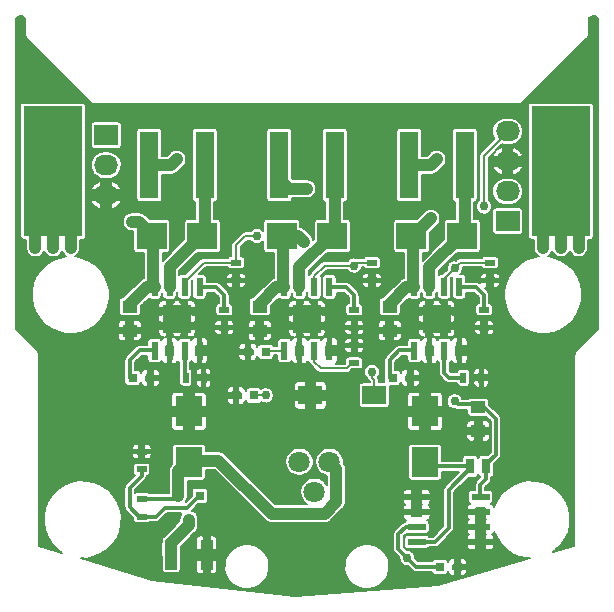
<source format=gtl>
G04 #@! TF.FileFunction,Copper,L1,Top,Signal*
%FSLAX46Y46*%
G04 Gerber Fmt 4.6, Leading zero omitted, Abs format (unit mm)*
G04 Created by KiCad (PCBNEW 4.0.7) date Sun Apr  1 13:56:06 2018*
%MOMM*%
%LPD*%
G01*
G04 APERTURE LIST*
%ADD10C,0.150000*%
%ADD11R,5.000000X11.000000*%
%ADD12R,0.800000X0.750000*%
%ADD13R,1.250000X1.000000*%
%ADD14R,1.000000X2.500000*%
%ADD15R,2.301240X2.499360*%
%ADD16R,0.797560X0.797560*%
%ADD17R,2.499360X2.301240*%
%ADD18R,2.032000X1.727200*%
%ADD19O,2.032000X1.727200*%
%ADD20R,0.750000X1.300000*%
%ADD21R,1.600000X5.700000*%
%ADD22C,1.800000*%
%ADD23R,0.800100X0.800100*%
%ADD24R,0.900000X0.500000*%
%ADD25R,0.500000X0.900000*%
%ADD26R,2.000000X1.600000*%
%ADD27R,1.550000X0.600000*%
%ADD28R,0.600000X1.550000*%
%ADD29R,1.175000X1.175000*%
%ADD30C,0.762000*%
%ADD31C,0.300000*%
%ADD32C,1.000000*%
%ADD33C,0.200000*%
G04 APERTURE END LIST*
D10*
D11*
X196500000Y-169500000D03*
X153500000Y-169500000D03*
D12*
X186250000Y-203000000D03*
X187750000Y-203000000D03*
D13*
X189500000Y-189500000D03*
X189500000Y-191500000D03*
D12*
X182250000Y-187000000D03*
X183750000Y-187000000D03*
X171500000Y-184800000D03*
X170000000Y-184800000D03*
X160250000Y-187000000D03*
X161750000Y-187000000D03*
D14*
X163500000Y-202000000D03*
X166500000Y-202000000D03*
D13*
X182000000Y-181000000D03*
X182000000Y-183000000D03*
X171000000Y-181000000D03*
X171000000Y-183000000D03*
X160000000Y-181000000D03*
X160000000Y-183000000D03*
D15*
X165000000Y-194148840D03*
X165000000Y-189851160D03*
X185000000Y-194148840D03*
X185000000Y-189851160D03*
D16*
X170498600Y-188500000D03*
X169000000Y-188500000D03*
D17*
X183851160Y-175000000D03*
X188148840Y-175000000D03*
X172851160Y-175000000D03*
X177148840Y-175000000D03*
X161851160Y-175000000D03*
X166148840Y-175000000D03*
D18*
X158000000Y-166460000D03*
D19*
X158000000Y-169000000D03*
X158000000Y-171540000D03*
D20*
X188825000Y-194500000D03*
X190175000Y-194500000D03*
D21*
X188350000Y-169000000D03*
X183650000Y-169000000D03*
X177350000Y-169000000D03*
X172650000Y-169000000D03*
X166350000Y-169000000D03*
X161650000Y-169000000D03*
D22*
X173095000Y-196650000D03*
X174365000Y-194110000D03*
X175635000Y-196650000D03*
X176905000Y-194110000D03*
D18*
X192000000Y-173750000D03*
D19*
X192000000Y-171210000D03*
X192000000Y-168670000D03*
X192000000Y-166130000D03*
D23*
X165950000Y-196999240D03*
X164050000Y-196999240D03*
X165000000Y-198998220D03*
D24*
X161000000Y-197250000D03*
X161000000Y-198750000D03*
X161000000Y-194750000D03*
X161000000Y-193250000D03*
D25*
X189750000Y-187000000D03*
X188250000Y-187000000D03*
D24*
X190000000Y-182750000D03*
X190000000Y-181250000D03*
X179000000Y-184250000D03*
X179000000Y-185750000D03*
X179000000Y-182750000D03*
X179000000Y-181250000D03*
D25*
X166250000Y-187000000D03*
X164750000Y-187000000D03*
D24*
X168000000Y-182750000D03*
X168000000Y-181250000D03*
X190500000Y-177250000D03*
X190500000Y-178750000D03*
X180500000Y-177250000D03*
X180500000Y-178750000D03*
X169000000Y-177250000D03*
X169000000Y-178750000D03*
D26*
X175300000Y-188500000D03*
X180700000Y-188500000D03*
D27*
X189700000Y-200905000D03*
X189700000Y-199635000D03*
X189700000Y-198365000D03*
X189700000Y-197095000D03*
X184300000Y-197095000D03*
X184300000Y-198365000D03*
X184300000Y-199635000D03*
X184300000Y-200905000D03*
D28*
X184095000Y-184700000D03*
X185365000Y-184700000D03*
X186635000Y-184700000D03*
X187905000Y-184700000D03*
X187905000Y-179300000D03*
X186635000Y-179300000D03*
X185365000Y-179300000D03*
X184095000Y-179300000D03*
D29*
X186587500Y-181412500D03*
X185412500Y-181412500D03*
X186587500Y-182587500D03*
X185412500Y-182587500D03*
D28*
X173095000Y-184700000D03*
X174365000Y-184700000D03*
X175635000Y-184700000D03*
X176905000Y-184700000D03*
X176905000Y-179300000D03*
X175635000Y-179300000D03*
X174365000Y-179300000D03*
X173095000Y-179300000D03*
D29*
X175587500Y-181412500D03*
X174412500Y-181412500D03*
X175587500Y-182587500D03*
X174412500Y-182587500D03*
D28*
X162095000Y-184700000D03*
X163365000Y-184700000D03*
X164635000Y-184700000D03*
X165905000Y-184700000D03*
X165905000Y-179300000D03*
X164635000Y-179300000D03*
X163365000Y-179300000D03*
X162095000Y-179300000D03*
D29*
X164587500Y-181412500D03*
X163412500Y-181412500D03*
X164587500Y-182587500D03*
X163412500Y-182587500D03*
D30*
X183500000Y-202250000D03*
X198000000Y-176000000D03*
X195000000Y-176000000D03*
X196500000Y-176000000D03*
X155000000Y-176000000D03*
X152000000Y-176000000D03*
X153500000Y-176000000D03*
X164250000Y-200250000D03*
X185500000Y-173500000D03*
X174750000Y-175500000D03*
X160200000Y-173800000D03*
X164000000Y-168500000D03*
X175000000Y-171000000D03*
X186000000Y-168500000D03*
X190000000Y-172500000D03*
X180000000Y-176000000D03*
X196000000Y-195000000D03*
X196000000Y-191000000D03*
X196000000Y-187000000D03*
X196000000Y-185000000D03*
X196000000Y-189000000D03*
X196000000Y-193000000D03*
X154000000Y-195000000D03*
X154000000Y-189000000D03*
X154000000Y-185000000D03*
X154000000Y-187000000D03*
X154000000Y-191000000D03*
X154000000Y-193000000D03*
X178000000Y-200000000D03*
X176000000Y-200000000D03*
X172000000Y-200000000D03*
X170000000Y-200000000D03*
X174000000Y-200000000D03*
X180000000Y-200000000D03*
X180500000Y-182500000D03*
X167000000Y-182000000D03*
X171000000Y-177250000D03*
X170000000Y-186000000D03*
X181250000Y-173500000D03*
X187500000Y-189000000D03*
X171500000Y-188500000D03*
X187500000Y-177750000D03*
X179000000Y-177500000D03*
X170750000Y-175000000D03*
X180500000Y-186500000D03*
D31*
X186250000Y-203000000D02*
X184250000Y-203000000D01*
X184250000Y-203000000D02*
X183500000Y-202250000D01*
X184333000Y-199635000D02*
X183365000Y-199635000D01*
X182750000Y-201500000D02*
X183500000Y-202250000D01*
X182750000Y-200250000D02*
X182750000Y-201500000D01*
X183365000Y-199635000D02*
X182750000Y-200250000D01*
D32*
X196500000Y-169500000D02*
X198000000Y-171000000D01*
X198000000Y-171000000D02*
X198000000Y-176000000D01*
X196500000Y-169500000D02*
X195000000Y-171000000D01*
X195000000Y-171000000D02*
X195000000Y-176000000D01*
X196500000Y-169500000D02*
X196500000Y-176000000D01*
X153500000Y-169500000D02*
X155000000Y-171000000D01*
X155000000Y-171000000D02*
X155000000Y-176000000D01*
X153500000Y-169500000D02*
X152000000Y-171000000D01*
X152000000Y-171000000D02*
X152000000Y-176000000D01*
X153500000Y-169500000D02*
X153500000Y-176000000D01*
X165000000Y-199016000D02*
X165000000Y-199500000D01*
X163476000Y-201024000D02*
X163476000Y-202000000D01*
X165000000Y-199500000D02*
X164250000Y-200250000D01*
X164250000Y-200250000D02*
X163476000Y-201024000D01*
X183417000Y-179333000D02*
X182000000Y-180750000D01*
X172417000Y-179333000D02*
X171000000Y-180750000D01*
X161417000Y-179333000D02*
X160000000Y-180750000D01*
X184095000Y-179333000D02*
X183417000Y-179333000D01*
X183993400Y-179231400D02*
X184095000Y-179333000D01*
X173095000Y-179333000D02*
X172417000Y-179333000D01*
X172993400Y-179231400D02*
X173095000Y-179333000D01*
X161993400Y-179231400D02*
X162095000Y-179333000D01*
X162095000Y-179333000D02*
X161417000Y-179333000D01*
X183993400Y-175000000D02*
X184000000Y-175000000D01*
X184000000Y-175000000D02*
X185500000Y-173500000D01*
X183993400Y-175000000D02*
X183993400Y-179231400D01*
X172993400Y-175000000D02*
X174250000Y-175000000D01*
X174250000Y-175000000D02*
X174750000Y-175500000D01*
X172993400Y-175000000D02*
X172993400Y-179231400D01*
X161993400Y-175000000D02*
X160793400Y-173800000D01*
X160793400Y-173800000D02*
X160200000Y-173800000D01*
X161993400Y-175000000D02*
X161993400Y-179231400D01*
X164000000Y-168500000D02*
X163500000Y-169000000D01*
X175000000Y-171000000D02*
X173500000Y-171000000D01*
X185500000Y-169000000D02*
X186000000Y-168500000D01*
D33*
X190000000Y-168190000D02*
X192000000Y-166190000D01*
X190000000Y-172500000D02*
X190000000Y-168190000D01*
X154000000Y-185000000D02*
X158894500Y-185000000D01*
X158894500Y-185000000D02*
X160000000Y-183894500D01*
X160000000Y-183894500D02*
X160000000Y-183250000D01*
X196000000Y-185000000D02*
X191482500Y-185000000D01*
X191482500Y-185000000D02*
X190000000Y-183517500D01*
X190000000Y-183517500D02*
X190000000Y-183000000D01*
X166524000Y-202000000D02*
X168000000Y-202000000D01*
X168000000Y-202000000D02*
X170000000Y-200000000D01*
X196000000Y-193000000D02*
X196000000Y-191000000D01*
X196000000Y-189000000D02*
X196000000Y-187000000D01*
X196000000Y-187000000D02*
X196000000Y-185000000D01*
X196000000Y-191000000D02*
X196000000Y-189000000D01*
X196000000Y-195000000D02*
X196000000Y-193000000D01*
X154000000Y-193000000D02*
X154000000Y-191000000D01*
X154000000Y-189000000D02*
X154000000Y-191000000D01*
X154000000Y-187000000D02*
X154000000Y-185000000D01*
X154000000Y-189000000D02*
X154000000Y-187000000D01*
X154000000Y-195000000D02*
X154000000Y-193000000D01*
X180000000Y-200000000D02*
X178000000Y-200000000D01*
X174000000Y-200000000D02*
X172000000Y-200000000D01*
X172000000Y-200000000D02*
X170000000Y-200000000D01*
X174000000Y-200000000D02*
X176000000Y-200000000D01*
X178000000Y-200000000D02*
X176000000Y-200000000D01*
D31*
X189500000Y-189250000D02*
X187750000Y-189250000D01*
X187750000Y-189250000D02*
X187500000Y-189000000D01*
X190175000Y-194500000D02*
X190175000Y-195575000D01*
X189667000Y-196083000D02*
X189667000Y-197095000D01*
X190175000Y-195575000D02*
X189667000Y-196083000D01*
X190175000Y-194500000D02*
X190175000Y-194325000D01*
X189750000Y-189250000D02*
X189500000Y-189250000D01*
X191000000Y-190500000D02*
X189750000Y-189250000D01*
X191000000Y-193500000D02*
X191000000Y-190500000D01*
X190175000Y-194325000D02*
X191000000Y-193500000D01*
X182000000Y-185500000D02*
X182000000Y-187000000D01*
X182833000Y-184667000D02*
X182000000Y-185500000D01*
X184095000Y-184667000D02*
X182833000Y-184667000D01*
D33*
X173095000Y-184700000D02*
X171600000Y-184700000D01*
X171600000Y-184700000D02*
X171500000Y-184800000D01*
D31*
X162095000Y-184667000D02*
X160833000Y-184667000D01*
X160000000Y-185500000D02*
X160000000Y-187000000D01*
X160833000Y-184667000D02*
X160000000Y-185500000D01*
X161000000Y-197250000D02*
X163799240Y-197250000D01*
X163799240Y-197250000D02*
X164050000Y-196999240D01*
D32*
X167506600Y-194006600D02*
X165000000Y-194006600D01*
X164111000Y-196984000D02*
X164111000Y-194895600D01*
X164111000Y-194895600D02*
X165000000Y-194006600D01*
X172000000Y-198500000D02*
X167506600Y-194006600D01*
D31*
X164095000Y-197000000D02*
X164111000Y-196984000D01*
D32*
X176500000Y-198500000D02*
X172000000Y-198500000D01*
X177500000Y-194705000D02*
X177500000Y-197500000D01*
X177500000Y-197500000D02*
X176500000Y-198500000D01*
D31*
X185000000Y-194006600D02*
X185493400Y-194500000D01*
X185493400Y-194500000D02*
X188825000Y-194500000D01*
X184333000Y-200905000D02*
X185845000Y-200905000D01*
X188825000Y-194675000D02*
X188825000Y-194500000D01*
X187000000Y-196500000D02*
X188825000Y-194675000D01*
X187000000Y-199750000D02*
X187000000Y-196500000D01*
X185845000Y-200905000D02*
X187000000Y-199750000D01*
D33*
X170498600Y-188500000D02*
X171500000Y-188500000D01*
D32*
X185365000Y-177641600D02*
X188006600Y-175000000D01*
X188350000Y-174656600D02*
X188350000Y-169000000D01*
X188006600Y-175000000D02*
X188350000Y-174656600D01*
X185365000Y-179333000D02*
X185365000Y-177641600D01*
X174365000Y-177641600D02*
X177006600Y-175000000D01*
X177350000Y-174656600D02*
X177350000Y-169000000D01*
X177006600Y-175000000D02*
X177350000Y-174656600D01*
X174365000Y-179333000D02*
X174365000Y-177641600D01*
X166006600Y-175000000D02*
X166350000Y-174656600D01*
X166350000Y-174656600D02*
X166350000Y-169000000D01*
X163365000Y-177641600D02*
X166006600Y-175000000D01*
X163365000Y-179333000D02*
X163365000Y-177641600D01*
X183650000Y-169000000D02*
X185500000Y-169000000D01*
X172650000Y-170150000D02*
X172650000Y-169000000D01*
X173500000Y-171000000D02*
X172650000Y-170150000D01*
X163500000Y-169000000D02*
X161650000Y-169000000D01*
D31*
X163000000Y-198000000D02*
X162250000Y-198750000D01*
X162250000Y-198750000D02*
X161000000Y-198750000D01*
X160000000Y-196300000D02*
X160000000Y-197950000D01*
X160800000Y-198750000D02*
X161000000Y-198750000D01*
X160000000Y-197950000D02*
X160800000Y-198750000D01*
X161000000Y-194750000D02*
X161000000Y-195300000D01*
X161000000Y-195300000D02*
X160000000Y-196300000D01*
X164873000Y-198000000D02*
X165889000Y-196984000D01*
X163000000Y-198000000D02*
X164873000Y-198000000D01*
X186635000Y-186635000D02*
X187000000Y-187000000D01*
X187000000Y-187000000D02*
X188000000Y-187000000D01*
X186635000Y-184667000D02*
X186635000Y-186635000D01*
X189333000Y-179333000D02*
X190000000Y-180000000D01*
X190000000Y-180000000D02*
X190000000Y-181000000D01*
X187905000Y-179333000D02*
X189333000Y-179333000D01*
D33*
X175635000Y-184700000D02*
X175635000Y-185675000D01*
X175635000Y-185675000D02*
X176160000Y-186200000D01*
X176160000Y-186200000D02*
X178350000Y-186200000D01*
X178800000Y-185750000D02*
X179000000Y-185750000D01*
X178350000Y-186200000D02*
X178800000Y-185750000D01*
D31*
X178333000Y-179333000D02*
X179000000Y-180000000D01*
X179000000Y-180000000D02*
X179000000Y-181000000D01*
X176905000Y-179333000D02*
X178333000Y-179333000D01*
X164635000Y-184700000D02*
X164635000Y-186885000D01*
X164635000Y-186885000D02*
X164750000Y-187000000D01*
X165905000Y-179333000D02*
X167333000Y-179333000D01*
X168000000Y-180000000D02*
X168000000Y-181000000D01*
X167333000Y-179333000D02*
X168000000Y-180000000D01*
D33*
X188000000Y-177250000D02*
X190500000Y-177250000D01*
X187500000Y-177750000D02*
X188000000Y-177250000D01*
X187500000Y-177750000D02*
X186635000Y-178615000D01*
X186635000Y-178615000D02*
X186635000Y-179333000D01*
X180500000Y-177250000D02*
X179250000Y-177250000D01*
X179250000Y-177250000D02*
X179000000Y-177500000D01*
X175635000Y-179333000D02*
X175635000Y-178365000D01*
X176500000Y-177500000D02*
X179000000Y-177500000D01*
X175635000Y-178365000D02*
X176500000Y-177500000D01*
X169000000Y-177250000D02*
X169000000Y-175750000D01*
X164635000Y-179333000D02*
X164635000Y-178865000D01*
X166250000Y-177250000D02*
X169000000Y-177250000D01*
X164635000Y-178865000D02*
X166250000Y-177250000D01*
X169000000Y-175750000D02*
X169750000Y-175000000D01*
X169750000Y-175000000D02*
X170750000Y-175000000D01*
X180700000Y-187200000D02*
X180500000Y-187000000D01*
X180500000Y-187000000D02*
X180500000Y-186500000D01*
X180700000Y-188500000D02*
X180700000Y-187200000D01*
G36*
X199324638Y-156358734D02*
X199399211Y-156380682D01*
X199468109Y-156416701D01*
X199528691Y-156465409D01*
X199578659Y-156524960D01*
X199616112Y-156593086D01*
X199639617Y-156667185D01*
X199650000Y-156759749D01*
X199650000Y-182855026D01*
X197752513Y-184752513D01*
X197732016Y-184777467D01*
X197711210Y-184802262D01*
X197710322Y-184803878D01*
X197709156Y-184805297D01*
X197693887Y-184833772D01*
X197678303Y-184862120D01*
X197677747Y-184863873D01*
X197676876Y-184865497D01*
X197667420Y-184896428D01*
X197657648Y-184927231D01*
X197657443Y-184929061D01*
X197656905Y-184930820D01*
X197653639Y-184962974D01*
X197650034Y-184995113D01*
X197650009Y-184998709D01*
X197650002Y-184998778D01*
X197650008Y-184998842D01*
X197650000Y-185000000D01*
X197650000Y-201235599D01*
X195814256Y-201757239D01*
X196041513Y-201613018D01*
X196510171Y-201166721D01*
X196883216Y-200637895D01*
X197146442Y-200046682D01*
X197289820Y-199415601D01*
X197300141Y-198676418D01*
X197174440Y-198041580D01*
X196927825Y-197443248D01*
X196569690Y-196904212D01*
X196113677Y-196445004D01*
X195577154Y-196083114D01*
X194980558Y-195832328D01*
X194346613Y-195702198D01*
X193699465Y-195697680D01*
X193063765Y-195818947D01*
X192463726Y-196061378D01*
X191922202Y-196415741D01*
X191459822Y-196868537D01*
X191094196Y-197402521D01*
X190859829Y-197949338D01*
X190859628Y-197948325D01*
X190829476Y-197875529D01*
X190785701Y-197810015D01*
X190729986Y-197754300D01*
X190664471Y-197710525D01*
X190591676Y-197680372D01*
X190573845Y-197676825D01*
X190603803Y-197667548D01*
X190674634Y-197620874D01*
X190729657Y-197556315D01*
X190764516Y-197478982D01*
X190776451Y-197395000D01*
X190776451Y-196795000D01*
X190772641Y-196747226D01*
X190747548Y-196666197D01*
X190700874Y-196595366D01*
X190636315Y-196540343D01*
X190558982Y-196505484D01*
X190475000Y-196493549D01*
X190117000Y-196493549D01*
X190117000Y-196269396D01*
X190493198Y-195893198D01*
X190519564Y-195861100D01*
X190546301Y-195829235D01*
X190547441Y-195827161D01*
X190548942Y-195825334D01*
X190568583Y-195788704D01*
X190588611Y-195752274D01*
X190589326Y-195750020D01*
X190590445Y-195747933D01*
X190602614Y-195708131D01*
X190615166Y-195668560D01*
X190615429Y-195666213D01*
X190616122Y-195663947D01*
X190620325Y-195622566D01*
X190624956Y-195581283D01*
X190624988Y-195576657D01*
X190624997Y-195576572D01*
X190624990Y-195576493D01*
X190625000Y-195575000D01*
X190625000Y-195439210D01*
X190678803Y-195422548D01*
X190749634Y-195375874D01*
X190804657Y-195311315D01*
X190839516Y-195233982D01*
X190851451Y-195150000D01*
X190851451Y-194284945D01*
X191318198Y-193818198D01*
X191344586Y-193786073D01*
X191371301Y-193754235D01*
X191372439Y-193752165D01*
X191373943Y-193750334D01*
X191393605Y-193713665D01*
X191413611Y-193677274D01*
X191414326Y-193675020D01*
X191415445Y-193672933D01*
X191427610Y-193633143D01*
X191440166Y-193593560D01*
X191440429Y-193591211D01*
X191441122Y-193588946D01*
X191445324Y-193547576D01*
X191449956Y-193506283D01*
X191449988Y-193501656D01*
X191449997Y-193501571D01*
X191449990Y-193501492D01*
X191450000Y-193500000D01*
X191450000Y-190500000D01*
X191445947Y-190458661D01*
X191442321Y-190417222D01*
X191441661Y-190414950D01*
X191441430Y-190412595D01*
X191429414Y-190372796D01*
X191417819Y-190332885D01*
X191416730Y-190330785D01*
X191416046Y-190328518D01*
X191396495Y-190291749D01*
X191377401Y-190254913D01*
X191375929Y-190253069D01*
X191374815Y-190250974D01*
X191348512Y-190218724D01*
X191322610Y-190186276D01*
X191319362Y-190182982D01*
X191319307Y-190182915D01*
X191319245Y-190182864D01*
X191318198Y-190181802D01*
X190426451Y-189290055D01*
X190426451Y-189000000D01*
X190422641Y-188952226D01*
X190397548Y-188871197D01*
X190350874Y-188800366D01*
X190286315Y-188745343D01*
X190208982Y-188710484D01*
X190125000Y-188698549D01*
X188875000Y-188698549D01*
X188827226Y-188702359D01*
X188746197Y-188727452D01*
X188675366Y-188774126D01*
X188653314Y-188800000D01*
X188154175Y-188800000D01*
X188104197Y-188678743D01*
X188030291Y-188567506D01*
X187936186Y-188472742D01*
X187825467Y-188398061D01*
X187702352Y-188346308D01*
X187571528Y-188319454D01*
X187437981Y-188318521D01*
X187306795Y-188343546D01*
X187182969Y-188393575D01*
X187071218Y-188466703D01*
X186975800Y-188560144D01*
X186900348Y-188670338D01*
X186847736Y-188793090D01*
X186819970Y-188923722D01*
X186818105Y-189057260D01*
X186842213Y-189188617D01*
X186891377Y-189312790D01*
X186963722Y-189425048D01*
X187056495Y-189521117D01*
X187166160Y-189597336D01*
X187288541Y-189650803D01*
X187418977Y-189679481D01*
X187552498Y-189682278D01*
X187602999Y-189673373D01*
X187616869Y-189677614D01*
X187656440Y-189690166D01*
X187658787Y-189690429D01*
X187661053Y-189691122D01*
X187702429Y-189695325D01*
X187743717Y-189699956D01*
X187748344Y-189699988D01*
X187748429Y-189699997D01*
X187748508Y-189699990D01*
X187750000Y-189700000D01*
X188573549Y-189700000D01*
X188573549Y-190000000D01*
X188577359Y-190047774D01*
X188602452Y-190128803D01*
X188649126Y-190199634D01*
X188713685Y-190254657D01*
X188791018Y-190289516D01*
X188875000Y-190301451D01*
X190125000Y-190301451D01*
X190162097Y-190298493D01*
X190550000Y-190686396D01*
X190550000Y-193313604D01*
X190315055Y-193548549D01*
X189800000Y-193548549D01*
X189752226Y-193552359D01*
X189671197Y-193577452D01*
X189600366Y-193624126D01*
X189545343Y-193688685D01*
X189510484Y-193766018D01*
X189500408Y-193836920D01*
X189497641Y-193802226D01*
X189472548Y-193721197D01*
X189425874Y-193650366D01*
X189361315Y-193595343D01*
X189283982Y-193560484D01*
X189200000Y-193548549D01*
X188450000Y-193548549D01*
X188402226Y-193552359D01*
X188321197Y-193577452D01*
X188250366Y-193624126D01*
X188195343Y-193688685D01*
X188160484Y-193766018D01*
X188148549Y-193850000D01*
X188148549Y-194050000D01*
X186452071Y-194050000D01*
X186452071Y-192899160D01*
X186448261Y-192851386D01*
X186423168Y-192770357D01*
X186376494Y-192699526D01*
X186311935Y-192644503D01*
X186234602Y-192609644D01*
X186150620Y-192597709D01*
X183849380Y-192597709D01*
X183801606Y-192601519D01*
X183720577Y-192626612D01*
X183649746Y-192673286D01*
X183594723Y-192737845D01*
X183559864Y-192815178D01*
X183547929Y-192899160D01*
X183547929Y-195398520D01*
X183551739Y-195446294D01*
X183576832Y-195527323D01*
X183623506Y-195598154D01*
X183688065Y-195653177D01*
X183765398Y-195688036D01*
X183849380Y-195699971D01*
X186150620Y-195699971D01*
X186198394Y-195696161D01*
X186279423Y-195671068D01*
X186350254Y-195624394D01*
X186405277Y-195559835D01*
X186440136Y-195482502D01*
X186452071Y-195398520D01*
X186452071Y-194950000D01*
X187913604Y-194950000D01*
X186681802Y-196181802D01*
X186655432Y-196213905D01*
X186628699Y-196245765D01*
X186627559Y-196247838D01*
X186626057Y-196249667D01*
X186606407Y-196286314D01*
X186586389Y-196322726D01*
X186585674Y-196324980D01*
X186584555Y-196327067D01*
X186572390Y-196366857D01*
X186559834Y-196406440D01*
X186559571Y-196408789D01*
X186558878Y-196411054D01*
X186554676Y-196452424D01*
X186550044Y-196493717D01*
X186550012Y-196498344D01*
X186550003Y-196498429D01*
X186550010Y-196498508D01*
X186550000Y-196500000D01*
X186550000Y-199563604D01*
X185658604Y-200455000D01*
X185333580Y-200455000D01*
X185300874Y-200405366D01*
X185236315Y-200350343D01*
X185158982Y-200315484D01*
X185075000Y-200303549D01*
X183525000Y-200303549D01*
X183477226Y-200307359D01*
X183396197Y-200332452D01*
X183325366Y-200379126D01*
X183270343Y-200443685D01*
X183235484Y-200521018D01*
X183223549Y-200605000D01*
X183223549Y-201205000D01*
X183227359Y-201252774D01*
X183252452Y-201333803D01*
X183299126Y-201404634D01*
X183363685Y-201459657D01*
X183441018Y-201494516D01*
X183525000Y-201506451D01*
X185075000Y-201506451D01*
X185122774Y-201502641D01*
X185203803Y-201477548D01*
X185274634Y-201430874D01*
X185329657Y-201366315D01*
X185334757Y-201355000D01*
X185845000Y-201355000D01*
X185886339Y-201350947D01*
X185927778Y-201347321D01*
X185930050Y-201346661D01*
X185932405Y-201346430D01*
X185972204Y-201334414D01*
X186012115Y-201322819D01*
X186014215Y-201321730D01*
X186016482Y-201321046D01*
X186053251Y-201301495D01*
X186090087Y-201282401D01*
X186091931Y-201280929D01*
X186094026Y-201279815D01*
X186126276Y-201253512D01*
X186158724Y-201227610D01*
X186162018Y-201224362D01*
X186162085Y-201224307D01*
X186162136Y-201224245D01*
X186163198Y-201223198D01*
X186231396Y-201155000D01*
X188525000Y-201155000D01*
X188525000Y-201244396D01*
X188540372Y-201321675D01*
X188570524Y-201394471D01*
X188614299Y-201459985D01*
X188670014Y-201515700D01*
X188735529Y-201559475D01*
X188808324Y-201589628D01*
X188885603Y-201605000D01*
X189212500Y-201605000D01*
X189312500Y-201505000D01*
X189312500Y-201055000D01*
X190087500Y-201055000D01*
X190087500Y-201505000D01*
X190187500Y-201605000D01*
X190514397Y-201605000D01*
X190591676Y-201589628D01*
X190664471Y-201559475D01*
X190729986Y-201515700D01*
X190785701Y-201459985D01*
X190829476Y-201394471D01*
X190859628Y-201321675D01*
X190875000Y-201244396D01*
X190875000Y-201155000D01*
X190775000Y-201055000D01*
X190087500Y-201055000D01*
X189312500Y-201055000D01*
X188625000Y-201055000D01*
X188525000Y-201155000D01*
X186231396Y-201155000D01*
X187318198Y-200068198D01*
X187344568Y-200036095D01*
X187371301Y-200004235D01*
X187372441Y-200002162D01*
X187373943Y-200000333D01*
X187393593Y-199963686D01*
X187413611Y-199927274D01*
X187414326Y-199925020D01*
X187415445Y-199922933D01*
X187427042Y-199885000D01*
X188525000Y-199885000D01*
X188525000Y-199974396D01*
X188540372Y-200051675D01*
X188570524Y-200124471D01*
X188614299Y-200189985D01*
X188670014Y-200245700D01*
X188706382Y-200270000D01*
X188670014Y-200294300D01*
X188614299Y-200350015D01*
X188570524Y-200415529D01*
X188540372Y-200488325D01*
X188525000Y-200565604D01*
X188525000Y-200655000D01*
X188625000Y-200755000D01*
X189312500Y-200755000D01*
X189312500Y-200305000D01*
X189277500Y-200270000D01*
X189312500Y-200235000D01*
X189312500Y-199785000D01*
X188625000Y-199785000D01*
X188525000Y-199885000D01*
X187427042Y-199885000D01*
X187427610Y-199883143D01*
X187440166Y-199843560D01*
X187440429Y-199841211D01*
X187441122Y-199838946D01*
X187445324Y-199797576D01*
X187449956Y-199756283D01*
X187449988Y-199751656D01*
X187449997Y-199751571D01*
X187449990Y-199751492D01*
X187450000Y-199750000D01*
X187450000Y-198615000D01*
X188525000Y-198615000D01*
X188525000Y-198704396D01*
X188540372Y-198781675D01*
X188570524Y-198854471D01*
X188614299Y-198919985D01*
X188670014Y-198975700D01*
X188706382Y-199000000D01*
X188670014Y-199024300D01*
X188614299Y-199080015D01*
X188570524Y-199145529D01*
X188540372Y-199218325D01*
X188525000Y-199295604D01*
X188525000Y-199385000D01*
X188625000Y-199485000D01*
X189312500Y-199485000D01*
X189312500Y-199035000D01*
X189277500Y-199000000D01*
X189312500Y-198965000D01*
X189312500Y-198515000D01*
X188625000Y-198515000D01*
X188525000Y-198615000D01*
X187450000Y-198615000D01*
X187450000Y-196686396D01*
X188684945Y-195451451D01*
X189200000Y-195451451D01*
X189247774Y-195447641D01*
X189328803Y-195422548D01*
X189399634Y-195375874D01*
X189454657Y-195311315D01*
X189489516Y-195233982D01*
X189499592Y-195163080D01*
X189502359Y-195197774D01*
X189527452Y-195278803D01*
X189574126Y-195349634D01*
X189638685Y-195404657D01*
X189687116Y-195426488D01*
X189348802Y-195764802D01*
X189322432Y-195796905D01*
X189295699Y-195828765D01*
X189294559Y-195830838D01*
X189293057Y-195832667D01*
X189273407Y-195869314D01*
X189253389Y-195905726D01*
X189252674Y-195907980D01*
X189251555Y-195910067D01*
X189239390Y-195949857D01*
X189226834Y-195989440D01*
X189226571Y-195991789D01*
X189225878Y-195994054D01*
X189221676Y-196035424D01*
X189217044Y-196076717D01*
X189217012Y-196081344D01*
X189217003Y-196081429D01*
X189217010Y-196081508D01*
X189217000Y-196083000D01*
X189217000Y-196493549D01*
X188925000Y-196493549D01*
X188877226Y-196497359D01*
X188796197Y-196522452D01*
X188725366Y-196569126D01*
X188670343Y-196633685D01*
X188635484Y-196711018D01*
X188623549Y-196795000D01*
X188623549Y-197395000D01*
X188627359Y-197442774D01*
X188652452Y-197523803D01*
X188699126Y-197594634D01*
X188763685Y-197649657D01*
X188824629Y-197677129D01*
X188808324Y-197680372D01*
X188735529Y-197710525D01*
X188670014Y-197754300D01*
X188614299Y-197810015D01*
X188570524Y-197875529D01*
X188540372Y-197948325D01*
X188525000Y-198025604D01*
X188525000Y-198115000D01*
X188625000Y-198215000D01*
X189312500Y-198215000D01*
X189312500Y-198065000D01*
X190087500Y-198065000D01*
X190087500Y-198215000D01*
X190120000Y-198215000D01*
X190120000Y-198515000D01*
X190087500Y-198515000D01*
X190087500Y-198965000D01*
X190122500Y-199000000D01*
X190087500Y-199035000D01*
X190087500Y-199485000D01*
X190120000Y-199485000D01*
X190120000Y-199785000D01*
X190087500Y-199785000D01*
X190087500Y-200235000D01*
X190122500Y-200270000D01*
X190087500Y-200305000D01*
X190087500Y-200755000D01*
X190775000Y-200755000D01*
X190875000Y-200655000D01*
X190875000Y-200565604D01*
X190859628Y-200488325D01*
X190829476Y-200415529D01*
X190785701Y-200350015D01*
X190729986Y-200294300D01*
X190693618Y-200270000D01*
X190729986Y-200245700D01*
X190785701Y-200189985D01*
X190829476Y-200124471D01*
X190859628Y-200051675D01*
X190862092Y-200039289D01*
X191050725Y-200515722D01*
X191401298Y-201059706D01*
X191850856Y-201525236D01*
X192382273Y-201894581D01*
X192975310Y-202153672D01*
X193607376Y-202292641D01*
X193907928Y-202298937D01*
X186136606Y-204507215D01*
X173977689Y-205498931D01*
X161854858Y-204109753D01*
X155853360Y-202297794D01*
X156254398Y-202306194D01*
X156891729Y-202193815D01*
X157495095Y-201959785D01*
X158041513Y-201613018D01*
X158510171Y-201166721D01*
X158883216Y-200637895D01*
X159146442Y-200046682D01*
X159289820Y-199415601D01*
X159300141Y-198676418D01*
X159174440Y-198041580D01*
X158927825Y-197443248D01*
X158569690Y-196904212D01*
X158113677Y-196445004D01*
X157898701Y-196300000D01*
X159550000Y-196300000D01*
X159550000Y-197950000D01*
X159554053Y-197991339D01*
X159557679Y-198032778D01*
X159558339Y-198035050D01*
X159558570Y-198037405D01*
X159570586Y-198077204D01*
X159582181Y-198117115D01*
X159583270Y-198119215D01*
X159583954Y-198121482D01*
X159603505Y-198158251D01*
X159622599Y-198195087D01*
X159624071Y-198196931D01*
X159625185Y-198199026D01*
X159651488Y-198231276D01*
X159677390Y-198263724D01*
X159680638Y-198267018D01*
X159680693Y-198267085D01*
X159680755Y-198267136D01*
X159681802Y-198268198D01*
X160248549Y-198834945D01*
X160248549Y-199000000D01*
X160252359Y-199047774D01*
X160277452Y-199128803D01*
X160324126Y-199199634D01*
X160388685Y-199254657D01*
X160466018Y-199289516D01*
X160550000Y-199301451D01*
X161450000Y-199301451D01*
X161497774Y-199297641D01*
X161578803Y-199272548D01*
X161649634Y-199225874D01*
X161671686Y-199200000D01*
X162250000Y-199200000D01*
X162291339Y-199195947D01*
X162332778Y-199192321D01*
X162335050Y-199191661D01*
X162337405Y-199191430D01*
X162377204Y-199179414D01*
X162417115Y-199167819D01*
X162419215Y-199166730D01*
X162421482Y-199166046D01*
X162458251Y-199146495D01*
X162495087Y-199127401D01*
X162496931Y-199125929D01*
X162499026Y-199124815D01*
X162531276Y-199098512D01*
X162563724Y-199072610D01*
X162567018Y-199069362D01*
X162567085Y-199069307D01*
X162567136Y-199069245D01*
X162568198Y-199068198D01*
X163186396Y-198450000D01*
X164339368Y-198450000D01*
X164310434Y-198514188D01*
X164298499Y-198598170D01*
X164298499Y-198639351D01*
X164264692Y-198700846D01*
X164217482Y-198849671D01*
X164200078Y-199004830D01*
X164200000Y-199016000D01*
X164200000Y-199168629D01*
X163684386Y-199684244D01*
X163684314Y-199684315D01*
X162910315Y-200458315D01*
X162902578Y-200467734D01*
X162871197Y-200477452D01*
X162800366Y-200524126D01*
X162745343Y-200588685D01*
X162710484Y-200666018D01*
X162698549Y-200750000D01*
X162698549Y-200841698D01*
X162693482Y-200857671D01*
X162693013Y-200861850D01*
X162691783Y-200865874D01*
X162684315Y-200939398D01*
X162676078Y-201012830D01*
X162676021Y-201021054D01*
X162676005Y-201021207D01*
X162676019Y-201021350D01*
X162676000Y-201024000D01*
X162676000Y-202000000D01*
X162691236Y-202155387D01*
X162698549Y-202179609D01*
X162698549Y-203250000D01*
X162702359Y-203297774D01*
X162727452Y-203378803D01*
X162774126Y-203449634D01*
X162838685Y-203504657D01*
X162916018Y-203539516D01*
X163000000Y-203551451D01*
X164000000Y-203551451D01*
X164047774Y-203547641D01*
X164128803Y-203522548D01*
X164199634Y-203475874D01*
X164254657Y-203411315D01*
X164289516Y-203333982D01*
X164301451Y-203250000D01*
X164301451Y-202500000D01*
X165600000Y-202500000D01*
X165600000Y-203289396D01*
X165615372Y-203366675D01*
X165645524Y-203439471D01*
X165689299Y-203504985D01*
X165745014Y-203560700D01*
X165810529Y-203604475D01*
X165883324Y-203634628D01*
X165960603Y-203650000D01*
X166150000Y-203650000D01*
X166250000Y-203550000D01*
X166250000Y-202400000D01*
X166750000Y-202400000D01*
X166750000Y-203550000D01*
X166850000Y-203650000D01*
X167039397Y-203650000D01*
X167116676Y-203634628D01*
X167189471Y-203604475D01*
X167254986Y-203560700D01*
X167310701Y-203504985D01*
X167354476Y-203439471D01*
X167384628Y-203366675D01*
X167400000Y-203289396D01*
X167400000Y-203159757D01*
X168017503Y-203159757D01*
X168084766Y-203526245D01*
X168221932Y-203872688D01*
X168423778Y-204185891D01*
X168682614Y-204453924D01*
X168988582Y-204666577D01*
X169330027Y-204815750D01*
X169693944Y-204895763D01*
X170066471Y-204903566D01*
X170433420Y-204838863D01*
X170780812Y-204704119D01*
X171095417Y-204504465D01*
X171365250Y-204247506D01*
X171580034Y-203943030D01*
X171731587Y-203602635D01*
X171814138Y-203239285D01*
X171815248Y-203159757D01*
X178177503Y-203159757D01*
X178244766Y-203526245D01*
X178381932Y-203872688D01*
X178583778Y-204185891D01*
X178842614Y-204453924D01*
X179148582Y-204666577D01*
X179490027Y-204815750D01*
X179853944Y-204895763D01*
X180226471Y-204903566D01*
X180593420Y-204838863D01*
X180940812Y-204704119D01*
X181255417Y-204504465D01*
X181525250Y-204247506D01*
X181740034Y-203943030D01*
X181891587Y-203602635D01*
X181974138Y-203239285D01*
X181980081Y-202813695D01*
X181907708Y-202448183D01*
X181765717Y-202103688D01*
X181559519Y-201793334D01*
X181296965Y-201528942D01*
X180988058Y-201320581D01*
X180644564Y-201176189D01*
X180279565Y-201101266D01*
X179906965Y-201098664D01*
X179540956Y-201168484D01*
X179195478Y-201308066D01*
X178883692Y-201512093D01*
X178617473Y-201772794D01*
X178406961Y-202080239D01*
X178260175Y-202422718D01*
X178182705Y-202787184D01*
X178177503Y-203159757D01*
X171815248Y-203159757D01*
X171820081Y-202813695D01*
X171747708Y-202448183D01*
X171605717Y-202103688D01*
X171399519Y-201793334D01*
X171136965Y-201528942D01*
X170828058Y-201320581D01*
X170484564Y-201176189D01*
X170119565Y-201101266D01*
X169746965Y-201098664D01*
X169380956Y-201168484D01*
X169035478Y-201308066D01*
X168723692Y-201512093D01*
X168457473Y-201772794D01*
X168246961Y-202080239D01*
X168100175Y-202422718D01*
X168022705Y-202787184D01*
X168017503Y-203159757D01*
X167400000Y-203159757D01*
X167400000Y-202500000D01*
X167300000Y-202400000D01*
X166750000Y-202400000D01*
X166250000Y-202400000D01*
X165700000Y-202400000D01*
X165600000Y-202500000D01*
X164301451Y-202500000D01*
X164301451Y-201329919D01*
X164815685Y-200815686D01*
X164815690Y-200815680D01*
X164920766Y-200710604D01*
X165600000Y-200710604D01*
X165600000Y-201500000D01*
X165700000Y-201600000D01*
X166250000Y-201600000D01*
X166250000Y-200450000D01*
X166750000Y-200450000D01*
X166750000Y-201600000D01*
X167300000Y-201600000D01*
X167400000Y-201500000D01*
X167400000Y-200710604D01*
X167384628Y-200633325D01*
X167354476Y-200560529D01*
X167310701Y-200495015D01*
X167254986Y-200439300D01*
X167189471Y-200395525D01*
X167116676Y-200365372D01*
X167039397Y-200350000D01*
X166850000Y-200350000D01*
X166750000Y-200450000D01*
X166250000Y-200450000D01*
X166150000Y-200350000D01*
X165960603Y-200350000D01*
X165883324Y-200365372D01*
X165810529Y-200395525D01*
X165745014Y-200439300D01*
X165689299Y-200495015D01*
X165645524Y-200560529D01*
X165615372Y-200633325D01*
X165600000Y-200710604D01*
X164920766Y-200710604D01*
X165381370Y-200250000D01*
X182300000Y-200250000D01*
X182300000Y-201500000D01*
X182304053Y-201541339D01*
X182307679Y-201582778D01*
X182308339Y-201585050D01*
X182308570Y-201587405D01*
X182320586Y-201627204D01*
X182332181Y-201667115D01*
X182333270Y-201669215D01*
X182333954Y-201671482D01*
X182353505Y-201708251D01*
X182372599Y-201745087D01*
X182374071Y-201746931D01*
X182375185Y-201749026D01*
X182401488Y-201781276D01*
X182427390Y-201813724D01*
X182430638Y-201817018D01*
X182430693Y-201817085D01*
X182430755Y-201817136D01*
X182431802Y-201818198D01*
X182819520Y-202205916D01*
X182818105Y-202307260D01*
X182842213Y-202438617D01*
X182891377Y-202562790D01*
X182963722Y-202675048D01*
X183056495Y-202771117D01*
X183166160Y-202847336D01*
X183288541Y-202900803D01*
X183418977Y-202929481D01*
X183545740Y-202932136D01*
X183931802Y-203318198D01*
X183963927Y-203344586D01*
X183995765Y-203371301D01*
X183997835Y-203372439D01*
X183999666Y-203373943D01*
X184036335Y-203393605D01*
X184072726Y-203413611D01*
X184074980Y-203414326D01*
X184077067Y-203415445D01*
X184116857Y-203427610D01*
X184156440Y-203440166D01*
X184158789Y-203440429D01*
X184161054Y-203441122D01*
X184202424Y-203445324D01*
X184243717Y-203449956D01*
X184248344Y-203449988D01*
X184248429Y-203449997D01*
X184248508Y-203449990D01*
X184250000Y-203450000D01*
X185560790Y-203450000D01*
X185577452Y-203503803D01*
X185624126Y-203574634D01*
X185688685Y-203629657D01*
X185766018Y-203664516D01*
X185850000Y-203676451D01*
X186650000Y-203676451D01*
X186697774Y-203672641D01*
X186778803Y-203647548D01*
X186849634Y-203600874D01*
X186904657Y-203536315D01*
X186939516Y-203458982D01*
X186950000Y-203385210D01*
X186950000Y-203414396D01*
X186965372Y-203491675D01*
X186995524Y-203564471D01*
X187039299Y-203629985D01*
X187095014Y-203685700D01*
X187160529Y-203729475D01*
X187233324Y-203759628D01*
X187310603Y-203775000D01*
X187450000Y-203775000D01*
X187550000Y-203675000D01*
X187550000Y-203187500D01*
X187950000Y-203187500D01*
X187950000Y-203675000D01*
X188050000Y-203775000D01*
X188189397Y-203775000D01*
X188266676Y-203759628D01*
X188339471Y-203729475D01*
X188404986Y-203685700D01*
X188460701Y-203629985D01*
X188504476Y-203564471D01*
X188534628Y-203491675D01*
X188550000Y-203414396D01*
X188550000Y-203287500D01*
X188450000Y-203187500D01*
X187950000Y-203187500D01*
X187550000Y-203187500D01*
X187350000Y-203187500D01*
X187350000Y-202812500D01*
X187550000Y-202812500D01*
X187550000Y-202325000D01*
X187950000Y-202325000D01*
X187950000Y-202812500D01*
X188450000Y-202812500D01*
X188550000Y-202712500D01*
X188550000Y-202585604D01*
X188534628Y-202508325D01*
X188504476Y-202435529D01*
X188460701Y-202370015D01*
X188404986Y-202314300D01*
X188339471Y-202270525D01*
X188266676Y-202240372D01*
X188189397Y-202225000D01*
X188050000Y-202225000D01*
X187950000Y-202325000D01*
X187550000Y-202325000D01*
X187450000Y-202225000D01*
X187310603Y-202225000D01*
X187233324Y-202240372D01*
X187160529Y-202270525D01*
X187095014Y-202314300D01*
X187039299Y-202370015D01*
X186995524Y-202435529D01*
X186965372Y-202508325D01*
X186950000Y-202585604D01*
X186950000Y-202606806D01*
X186947641Y-202577226D01*
X186922548Y-202496197D01*
X186875874Y-202425366D01*
X186811315Y-202370343D01*
X186733982Y-202335484D01*
X186650000Y-202323549D01*
X185850000Y-202323549D01*
X185802226Y-202327359D01*
X185721197Y-202352452D01*
X185650366Y-202399126D01*
X185595343Y-202463685D01*
X185560484Y-202541018D01*
X185559208Y-202550000D01*
X184436396Y-202550000D01*
X184179495Y-202293099D01*
X184181029Y-202183225D01*
X184155089Y-202052217D01*
X184104197Y-201928743D01*
X184030291Y-201817506D01*
X183936186Y-201722742D01*
X183825467Y-201648061D01*
X183702352Y-201596308D01*
X183571528Y-201569454D01*
X183455036Y-201568640D01*
X183200000Y-201313604D01*
X183200000Y-200436396D01*
X183420933Y-200215463D01*
X183441018Y-200224516D01*
X183525000Y-200236451D01*
X185075000Y-200236451D01*
X185122774Y-200232641D01*
X185203803Y-200207548D01*
X185274634Y-200160874D01*
X185329657Y-200096315D01*
X185364516Y-200018982D01*
X185376451Y-199935000D01*
X185376451Y-199335000D01*
X185372641Y-199287226D01*
X185347548Y-199206197D01*
X185300874Y-199135366D01*
X185236315Y-199080343D01*
X185175371Y-199052871D01*
X185191676Y-199049628D01*
X185264471Y-199019475D01*
X185329986Y-198975700D01*
X185385701Y-198919985D01*
X185429476Y-198854471D01*
X185459628Y-198781675D01*
X185475000Y-198704396D01*
X185475000Y-198615000D01*
X185375000Y-198515000D01*
X184687500Y-198515000D01*
X184687500Y-198665000D01*
X183912500Y-198665000D01*
X183912500Y-198515000D01*
X183225000Y-198515000D01*
X183125000Y-198615000D01*
X183125000Y-198704396D01*
X183140372Y-198781675D01*
X183170524Y-198854471D01*
X183214299Y-198919985D01*
X183270014Y-198975700D01*
X183335529Y-199019475D01*
X183408324Y-199049628D01*
X183426155Y-199053175D01*
X183396197Y-199062452D01*
X183325366Y-199109126D01*
X183270343Y-199173685D01*
X183258825Y-199199237D01*
X183237810Y-199205582D01*
X183197884Y-199217181D01*
X183195783Y-199218270D01*
X183193518Y-199218954D01*
X183156788Y-199238484D01*
X183119912Y-199257599D01*
X183118066Y-199259073D01*
X183115974Y-199260185D01*
X183083715Y-199286495D01*
X183051276Y-199312391D01*
X183047984Y-199315637D01*
X183047915Y-199315693D01*
X183047863Y-199315756D01*
X183046802Y-199316802D01*
X182431802Y-199931802D01*
X182405432Y-199963905D01*
X182378699Y-199995765D01*
X182377559Y-199997838D01*
X182376057Y-199999667D01*
X182356407Y-200036314D01*
X182336389Y-200072726D01*
X182335674Y-200074980D01*
X182334555Y-200077067D01*
X182322390Y-200116857D01*
X182309834Y-200156440D01*
X182309571Y-200158789D01*
X182308878Y-200161054D01*
X182304676Y-200202424D01*
X182300044Y-200243717D01*
X182300012Y-200248344D01*
X182300003Y-200248429D01*
X182300010Y-200248508D01*
X182300000Y-200250000D01*
X165381370Y-200250000D01*
X165565685Y-200065686D01*
X165612570Y-200008607D01*
X165660091Y-199951974D01*
X165662119Y-199948285D01*
X165664787Y-199945037D01*
X165699698Y-199879929D01*
X165735308Y-199815154D01*
X165736580Y-199811145D01*
X165738568Y-199807437D01*
X165760180Y-199736747D01*
X165782518Y-199666329D01*
X165782987Y-199662150D01*
X165784217Y-199658126D01*
X165791685Y-199584602D01*
X165799922Y-199511170D01*
X165799979Y-199502946D01*
X165799995Y-199502793D01*
X165799981Y-199502650D01*
X165800000Y-199500000D01*
X165800000Y-199016000D01*
X165784764Y-198860613D01*
X165739637Y-198711144D01*
X165701501Y-198639421D01*
X165701501Y-198598170D01*
X165697691Y-198550396D01*
X165672598Y-198469367D01*
X165625924Y-198398536D01*
X165561365Y-198343513D01*
X165484032Y-198308654D01*
X165400050Y-198296719D01*
X165343690Y-198296719D01*
X165310012Y-198278509D01*
X165249590Y-198259806D01*
X165808655Y-197700741D01*
X166350050Y-197700741D01*
X166397824Y-197696931D01*
X166478853Y-197671838D01*
X166549684Y-197625164D01*
X166604707Y-197560605D01*
X166639566Y-197483272D01*
X166651501Y-197399290D01*
X166651501Y-196599190D01*
X166647691Y-196551416D01*
X166622598Y-196470387D01*
X166575924Y-196399556D01*
X166511365Y-196344533D01*
X166434032Y-196309674D01*
X166350050Y-196297739D01*
X165549950Y-196297739D01*
X165502176Y-196301549D01*
X165421147Y-196326642D01*
X165350316Y-196373316D01*
X165295293Y-196437875D01*
X165260434Y-196515208D01*
X165248499Y-196599190D01*
X165248499Y-196988105D01*
X164728268Y-197508336D01*
X164739566Y-197483272D01*
X164741230Y-197471560D01*
X164771091Y-197435974D01*
X164846308Y-197299154D01*
X164893518Y-197150329D01*
X164910922Y-196995170D01*
X164911000Y-196984000D01*
X164911000Y-195699971D01*
X166150620Y-195699971D01*
X166198394Y-195696161D01*
X166279423Y-195671068D01*
X166350254Y-195624394D01*
X166405277Y-195559835D01*
X166440136Y-195482502D01*
X166452071Y-195398520D01*
X166452071Y-194806600D01*
X167175230Y-194806600D01*
X171434314Y-199065685D01*
X171491393Y-199112570D01*
X171548026Y-199160091D01*
X171551715Y-199162119D01*
X171554963Y-199164787D01*
X171620071Y-199199698D01*
X171684846Y-199235308D01*
X171688855Y-199236580D01*
X171692563Y-199238568D01*
X171763253Y-199260180D01*
X171833671Y-199282518D01*
X171837850Y-199282987D01*
X171841874Y-199284217D01*
X171915398Y-199291685D01*
X171988830Y-199299922D01*
X171997054Y-199299979D01*
X171997207Y-199299995D01*
X171997350Y-199299981D01*
X172000000Y-199300000D01*
X176500000Y-199300000D01*
X176573506Y-199292793D01*
X176647161Y-199286349D01*
X176651205Y-199285174D01*
X176655387Y-199284764D01*
X176726081Y-199263420D01*
X176797094Y-199242789D01*
X176800830Y-199240853D01*
X176804856Y-199239637D01*
X176870116Y-199204938D01*
X176935711Y-199170936D01*
X176938997Y-199168313D01*
X176942713Y-199166337D01*
X176999981Y-199119631D01*
X177057732Y-199073529D01*
X177063583Y-199067758D01*
X177063707Y-199067657D01*
X177063802Y-199067542D01*
X177065685Y-199065685D01*
X178065686Y-198065685D01*
X178112556Y-198008623D01*
X178160091Y-197951974D01*
X178162121Y-197948282D01*
X178164787Y-197945036D01*
X178199676Y-197879968D01*
X178235308Y-197815154D01*
X178236580Y-197811143D01*
X178238568Y-197807436D01*
X178260176Y-197736761D01*
X178282518Y-197666329D01*
X178282987Y-197662150D01*
X178284217Y-197658126D01*
X178291685Y-197584602D01*
X178299922Y-197511170D01*
X178299979Y-197502946D01*
X178299995Y-197502793D01*
X178299981Y-197502650D01*
X178300000Y-197500000D01*
X178300000Y-197345000D01*
X183125000Y-197345000D01*
X183125000Y-197434396D01*
X183140372Y-197511675D01*
X183170524Y-197584471D01*
X183214299Y-197649985D01*
X183270014Y-197705700D01*
X183306382Y-197730000D01*
X183270014Y-197754300D01*
X183214299Y-197810015D01*
X183170524Y-197875529D01*
X183140372Y-197948325D01*
X183125000Y-198025604D01*
X183125000Y-198115000D01*
X183225000Y-198215000D01*
X183912500Y-198215000D01*
X183912500Y-197765000D01*
X183877500Y-197730000D01*
X183912500Y-197695000D01*
X183912500Y-197245000D01*
X184687500Y-197245000D01*
X184687500Y-197695000D01*
X184722500Y-197730000D01*
X184687500Y-197765000D01*
X184687500Y-198215000D01*
X185375000Y-198215000D01*
X185475000Y-198115000D01*
X185475000Y-198025604D01*
X185459628Y-197948325D01*
X185429476Y-197875529D01*
X185385701Y-197810015D01*
X185329986Y-197754300D01*
X185293618Y-197730000D01*
X185329986Y-197705700D01*
X185385701Y-197649985D01*
X185429476Y-197584471D01*
X185459628Y-197511675D01*
X185475000Y-197434396D01*
X185475000Y-197345000D01*
X185375000Y-197245000D01*
X184687500Y-197245000D01*
X183912500Y-197245000D01*
X183225000Y-197245000D01*
X183125000Y-197345000D01*
X178300000Y-197345000D01*
X178300000Y-196755604D01*
X183125000Y-196755604D01*
X183125000Y-196845000D01*
X183225000Y-196945000D01*
X183912500Y-196945000D01*
X183912500Y-196495000D01*
X184687500Y-196495000D01*
X184687500Y-196945000D01*
X185375000Y-196945000D01*
X185475000Y-196845000D01*
X185475000Y-196755604D01*
X185459628Y-196678325D01*
X185429476Y-196605529D01*
X185385701Y-196540015D01*
X185329986Y-196484300D01*
X185264471Y-196440525D01*
X185191676Y-196410372D01*
X185114397Y-196395000D01*
X184787500Y-196395000D01*
X184687500Y-196495000D01*
X183912500Y-196495000D01*
X183812500Y-196395000D01*
X183485603Y-196395000D01*
X183408324Y-196410372D01*
X183335529Y-196440525D01*
X183270014Y-196484300D01*
X183214299Y-196540015D01*
X183170524Y-196605529D01*
X183140372Y-196678325D01*
X183125000Y-196755604D01*
X178300000Y-196755604D01*
X178300000Y-194705000D01*
X178284764Y-194549613D01*
X178239637Y-194400144D01*
X178166337Y-194262287D01*
X178102377Y-194183864D01*
X178105051Y-193992334D01*
X178059342Y-193761484D01*
X177969664Y-193543908D01*
X177839433Y-193347895D01*
X177673610Y-193180911D01*
X177478511Y-193049314D01*
X177261567Y-192958120D01*
X177031041Y-192910800D01*
X176795715Y-192909157D01*
X176564551Y-192953253D01*
X176346355Y-193041410D01*
X176149437Y-193170270D01*
X175981299Y-193334923D01*
X175848344Y-193529099D01*
X175755637Y-193745401D01*
X175706709Y-193975590D01*
X175703423Y-194210899D01*
X175745905Y-194442365D01*
X175832536Y-194661171D01*
X175960018Y-194858984D01*
X176123493Y-195028267D01*
X176316736Y-195162575D01*
X176532385Y-195256790D01*
X176700000Y-195293642D01*
X176700000Y-196084723D01*
X176699664Y-196083908D01*
X176569433Y-195887895D01*
X176403610Y-195720911D01*
X176208511Y-195589314D01*
X175991567Y-195498120D01*
X175761041Y-195450800D01*
X175525715Y-195449157D01*
X175294551Y-195493253D01*
X175076355Y-195581410D01*
X174879437Y-195710270D01*
X174711299Y-195874923D01*
X174578344Y-196069099D01*
X174485637Y-196285401D01*
X174436709Y-196515590D01*
X174433423Y-196750899D01*
X174475905Y-196982365D01*
X174562536Y-197201171D01*
X174690018Y-197398984D01*
X174853493Y-197568267D01*
X175043031Y-197700000D01*
X172331371Y-197700000D01*
X168842270Y-194210899D01*
X173163423Y-194210899D01*
X173205905Y-194442365D01*
X173292536Y-194661171D01*
X173420018Y-194858984D01*
X173583493Y-195028267D01*
X173776736Y-195162575D01*
X173992385Y-195256790D01*
X174222228Y-195307324D01*
X174457508Y-195312252D01*
X174689265Y-195271387D01*
X174908671Y-195186285D01*
X175107368Y-195060188D01*
X175277789Y-194897898D01*
X175413442Y-194705598D01*
X175509160Y-194490612D01*
X175561298Y-194261128D01*
X175565051Y-193992334D01*
X175519342Y-193761484D01*
X175429664Y-193543908D01*
X175299433Y-193347895D01*
X175133610Y-193180911D01*
X174938511Y-193049314D01*
X174721567Y-192958120D01*
X174491041Y-192910800D01*
X174255715Y-192909157D01*
X174024551Y-192953253D01*
X173806355Y-193041410D01*
X173609437Y-193170270D01*
X173441299Y-193334923D01*
X173308344Y-193529099D01*
X173215637Y-193745401D01*
X173166709Y-193975590D01*
X173163423Y-194210899D01*
X168842270Y-194210899D01*
X168072285Y-193440915D01*
X168015231Y-193394050D01*
X167958574Y-193346509D01*
X167954885Y-193344481D01*
X167951637Y-193341813D01*
X167886529Y-193306902D01*
X167821754Y-193271292D01*
X167817745Y-193270020D01*
X167814037Y-193268032D01*
X167743347Y-193246420D01*
X167672929Y-193224082D01*
X167668750Y-193223613D01*
X167664726Y-193222383D01*
X167591202Y-193214915D01*
X167517770Y-193206678D01*
X167509546Y-193206621D01*
X167509393Y-193206605D01*
X167509250Y-193206619D01*
X167506600Y-193206600D01*
X166452071Y-193206600D01*
X166452071Y-192899160D01*
X166448261Y-192851386D01*
X166423168Y-192770357D01*
X166376494Y-192699526D01*
X166311935Y-192644503D01*
X166234602Y-192609644D01*
X166150620Y-192597709D01*
X163849380Y-192597709D01*
X163801606Y-192601519D01*
X163720577Y-192626612D01*
X163649746Y-192673286D01*
X163594723Y-192737845D01*
X163559864Y-192815178D01*
X163547929Y-192899160D01*
X163547929Y-194327301D01*
X163545315Y-194329915D01*
X163498450Y-194386969D01*
X163450909Y-194443626D01*
X163448881Y-194447315D01*
X163446213Y-194450563D01*
X163411302Y-194515671D01*
X163375692Y-194580446D01*
X163374420Y-194584455D01*
X163372432Y-194588163D01*
X163350820Y-194658853D01*
X163328482Y-194729271D01*
X163328013Y-194733450D01*
X163326783Y-194737474D01*
X163319315Y-194810998D01*
X163311078Y-194884430D01*
X163311021Y-194892654D01*
X163311005Y-194892807D01*
X163311019Y-194892950D01*
X163311000Y-194895600D01*
X163311000Y-196800000D01*
X161675445Y-196800000D01*
X161611315Y-196745343D01*
X161533982Y-196710484D01*
X161450000Y-196698549D01*
X160550000Y-196698549D01*
X160502226Y-196702359D01*
X160450000Y-196718532D01*
X160450000Y-196486396D01*
X161318198Y-195618198D01*
X161344568Y-195586095D01*
X161371301Y-195554235D01*
X161372441Y-195552162D01*
X161373943Y-195550333D01*
X161393593Y-195513686D01*
X161413611Y-195477274D01*
X161414326Y-195475020D01*
X161415445Y-195472933D01*
X161427623Y-195433102D01*
X161440166Y-195393560D01*
X161440429Y-195391216D01*
X161441123Y-195388946D01*
X161445330Y-195347526D01*
X161449956Y-195306283D01*
X161449988Y-195301656D01*
X161449997Y-195301571D01*
X161449990Y-195301492D01*
X161449990Y-195301451D01*
X161450000Y-195301451D01*
X161497774Y-195297641D01*
X161578803Y-195272548D01*
X161649634Y-195225874D01*
X161704657Y-195161315D01*
X161739516Y-195083982D01*
X161751451Y-195000000D01*
X161751451Y-194500000D01*
X161747641Y-194452226D01*
X161722548Y-194371197D01*
X161675874Y-194300366D01*
X161611315Y-194245343D01*
X161533982Y-194210484D01*
X161450000Y-194198549D01*
X160550000Y-194198549D01*
X160502226Y-194202359D01*
X160421197Y-194227452D01*
X160350366Y-194274126D01*
X160295343Y-194338685D01*
X160260484Y-194416018D01*
X160248549Y-194500000D01*
X160248549Y-195000000D01*
X160252359Y-195047774D01*
X160277452Y-195128803D01*
X160324126Y-195199634D01*
X160388685Y-195254657D01*
X160402651Y-195260953D01*
X159681802Y-195981802D01*
X159655432Y-196013905D01*
X159628699Y-196045765D01*
X159627559Y-196047838D01*
X159626057Y-196049667D01*
X159606407Y-196086314D01*
X159586389Y-196122726D01*
X159585674Y-196124980D01*
X159584555Y-196127067D01*
X159572390Y-196166857D01*
X159559834Y-196206440D01*
X159559571Y-196208789D01*
X159558878Y-196211054D01*
X159554676Y-196252424D01*
X159550044Y-196293717D01*
X159550012Y-196298344D01*
X159550003Y-196298429D01*
X159550010Y-196298508D01*
X159550000Y-196300000D01*
X157898701Y-196300000D01*
X157577154Y-196083114D01*
X156980558Y-195832328D01*
X156346613Y-195702198D01*
X155699465Y-195697680D01*
X155063765Y-195818947D01*
X154463726Y-196061378D01*
X153922202Y-196415741D01*
X153459822Y-196868537D01*
X153094196Y-197402521D01*
X152839251Y-197997351D01*
X152704698Y-198630373D01*
X152695663Y-199277473D01*
X152812488Y-199914004D01*
X153050725Y-200515722D01*
X153401298Y-201059706D01*
X153850856Y-201525236D01*
X154278140Y-201822207D01*
X152350000Y-201240067D01*
X152350000Y-193475000D01*
X160150000Y-193475000D01*
X160150000Y-193539397D01*
X160165372Y-193616676D01*
X160195525Y-193689471D01*
X160239300Y-193754986D01*
X160295015Y-193810701D01*
X160360529Y-193854476D01*
X160433325Y-193884628D01*
X160510604Y-193900000D01*
X160675000Y-193900000D01*
X160775000Y-193800000D01*
X160775000Y-193375000D01*
X161225000Y-193375000D01*
X161225000Y-193800000D01*
X161325000Y-193900000D01*
X161489396Y-193900000D01*
X161566675Y-193884628D01*
X161639471Y-193854476D01*
X161704985Y-193810701D01*
X161760700Y-193754986D01*
X161804475Y-193689471D01*
X161834628Y-193616676D01*
X161850000Y-193539397D01*
X161850000Y-193475000D01*
X161750000Y-193375000D01*
X161225000Y-193375000D01*
X160775000Y-193375000D01*
X160250000Y-193375000D01*
X160150000Y-193475000D01*
X152350000Y-193475000D01*
X152350000Y-192960603D01*
X160150000Y-192960603D01*
X160150000Y-193025000D01*
X160250000Y-193125000D01*
X160775000Y-193125000D01*
X160775000Y-192700000D01*
X161225000Y-192700000D01*
X161225000Y-193125000D01*
X161750000Y-193125000D01*
X161850000Y-193025000D01*
X161850000Y-192960603D01*
X161834628Y-192883324D01*
X161804475Y-192810529D01*
X161760700Y-192745014D01*
X161704985Y-192689299D01*
X161639471Y-192645524D01*
X161566675Y-192615372D01*
X161489396Y-192600000D01*
X161325000Y-192600000D01*
X161225000Y-192700000D01*
X160775000Y-192700000D01*
X160675000Y-192600000D01*
X160510604Y-192600000D01*
X160433325Y-192615372D01*
X160360529Y-192645524D01*
X160295015Y-192689299D01*
X160239300Y-192745014D01*
X160195525Y-192810529D01*
X160165372Y-192883324D01*
X160150000Y-192960603D01*
X152350000Y-192960603D01*
X152350000Y-191850000D01*
X188475000Y-191850000D01*
X188475000Y-192039397D01*
X188490372Y-192116676D01*
X188520525Y-192189471D01*
X188564300Y-192254986D01*
X188620015Y-192310701D01*
X188685529Y-192354476D01*
X188758325Y-192384628D01*
X188835604Y-192400000D01*
X189087500Y-192400000D01*
X189187500Y-192300000D01*
X189187500Y-191750000D01*
X189812500Y-191750000D01*
X189812500Y-192300000D01*
X189912500Y-192400000D01*
X190164396Y-192400000D01*
X190241675Y-192384628D01*
X190314471Y-192354476D01*
X190379985Y-192310701D01*
X190435700Y-192254986D01*
X190479475Y-192189471D01*
X190509628Y-192116676D01*
X190525000Y-192039397D01*
X190525000Y-191850000D01*
X190425000Y-191750000D01*
X189812500Y-191750000D01*
X189187500Y-191750000D01*
X188575000Y-191750000D01*
X188475000Y-191850000D01*
X152350000Y-191850000D01*
X152350000Y-190351160D01*
X163449380Y-190351160D01*
X163449380Y-191140237D01*
X163464752Y-191217516D01*
X163494905Y-191290311D01*
X163538680Y-191355826D01*
X163594395Y-191411541D01*
X163659909Y-191455316D01*
X163732705Y-191485468D01*
X163809984Y-191500840D01*
X164500000Y-191500840D01*
X164600000Y-191400840D01*
X164600000Y-190251160D01*
X165400000Y-190251160D01*
X165400000Y-191400840D01*
X165500000Y-191500840D01*
X166190016Y-191500840D01*
X166267295Y-191485468D01*
X166340091Y-191455316D01*
X166405605Y-191411541D01*
X166461320Y-191355826D01*
X166505095Y-191290311D01*
X166535248Y-191217516D01*
X166550620Y-191140237D01*
X166550620Y-190351160D01*
X183449380Y-190351160D01*
X183449380Y-191140237D01*
X183464752Y-191217516D01*
X183494905Y-191290311D01*
X183538680Y-191355826D01*
X183594395Y-191411541D01*
X183659909Y-191455316D01*
X183732705Y-191485468D01*
X183809984Y-191500840D01*
X184500000Y-191500840D01*
X184600000Y-191400840D01*
X184600000Y-190251160D01*
X185400000Y-190251160D01*
X185400000Y-191400840D01*
X185500000Y-191500840D01*
X186190016Y-191500840D01*
X186267295Y-191485468D01*
X186340091Y-191455316D01*
X186405605Y-191411541D01*
X186461320Y-191355826D01*
X186505095Y-191290311D01*
X186535248Y-191217516D01*
X186550620Y-191140237D01*
X186550620Y-190960603D01*
X188475000Y-190960603D01*
X188475000Y-191150000D01*
X188575000Y-191250000D01*
X189187500Y-191250000D01*
X189187500Y-190700000D01*
X189812500Y-190700000D01*
X189812500Y-191250000D01*
X190425000Y-191250000D01*
X190525000Y-191150000D01*
X190525000Y-190960603D01*
X190509628Y-190883324D01*
X190479475Y-190810529D01*
X190435700Y-190745014D01*
X190379985Y-190689299D01*
X190314471Y-190645524D01*
X190241675Y-190615372D01*
X190164396Y-190600000D01*
X189912500Y-190600000D01*
X189812500Y-190700000D01*
X189187500Y-190700000D01*
X189087500Y-190600000D01*
X188835604Y-190600000D01*
X188758325Y-190615372D01*
X188685529Y-190645524D01*
X188620015Y-190689299D01*
X188564300Y-190745014D01*
X188520525Y-190810529D01*
X188490372Y-190883324D01*
X188475000Y-190960603D01*
X186550620Y-190960603D01*
X186550620Y-190351160D01*
X186450620Y-190251160D01*
X185400000Y-190251160D01*
X184600000Y-190251160D01*
X183549380Y-190251160D01*
X183449380Y-190351160D01*
X166550620Y-190351160D01*
X166450620Y-190251160D01*
X165400000Y-190251160D01*
X164600000Y-190251160D01*
X163549380Y-190251160D01*
X163449380Y-190351160D01*
X152350000Y-190351160D01*
X152350000Y-188562083D01*
X163449380Y-188562083D01*
X163449380Y-189351160D01*
X163549380Y-189451160D01*
X164600000Y-189451160D01*
X164600000Y-188301480D01*
X165400000Y-188301480D01*
X165400000Y-189451160D01*
X166450620Y-189451160D01*
X166550620Y-189351160D01*
X166550620Y-188799390D01*
X168201220Y-188799390D01*
X168201220Y-188938176D01*
X168216592Y-189015455D01*
X168246744Y-189088251D01*
X168290519Y-189153765D01*
X168346234Y-189209480D01*
X168411749Y-189253255D01*
X168484544Y-189283408D01*
X168561823Y-189298780D01*
X168700610Y-189298780D01*
X168800610Y-189198780D01*
X168800610Y-188699390D01*
X168301220Y-188699390D01*
X168201220Y-188799390D01*
X166550620Y-188799390D01*
X166550620Y-188562083D01*
X166535248Y-188484804D01*
X166505095Y-188412009D01*
X166461320Y-188346494D01*
X166405605Y-188290779D01*
X166340091Y-188247004D01*
X166267295Y-188216852D01*
X166190016Y-188201480D01*
X165500000Y-188201480D01*
X165400000Y-188301480D01*
X164600000Y-188301480D01*
X164500000Y-188201480D01*
X163809984Y-188201480D01*
X163732705Y-188216852D01*
X163659909Y-188247004D01*
X163594395Y-188290779D01*
X163538680Y-188346494D01*
X163494905Y-188412009D01*
X163464752Y-188484804D01*
X163449380Y-188562083D01*
X152350000Y-188562083D01*
X152350000Y-188061824D01*
X168201220Y-188061824D01*
X168201220Y-188200610D01*
X168301220Y-188300610D01*
X168800610Y-188300610D01*
X168800610Y-187801220D01*
X169199390Y-187801220D01*
X169199390Y-188300610D01*
X169398780Y-188300610D01*
X169398780Y-188699390D01*
X169199390Y-188699390D01*
X169199390Y-189198780D01*
X169299390Y-189298780D01*
X169438177Y-189298780D01*
X169515456Y-189283408D01*
X169588251Y-189253255D01*
X169653766Y-189209480D01*
X169709481Y-189153765D01*
X169753256Y-189088251D01*
X169783408Y-189015455D01*
X169798780Y-188938176D01*
X169798780Y-188903934D01*
X169802179Y-188946554D01*
X169827272Y-189027583D01*
X169873946Y-189098414D01*
X169938505Y-189153437D01*
X170015838Y-189188296D01*
X170099820Y-189200231D01*
X170897380Y-189200231D01*
X170945154Y-189196421D01*
X171026183Y-189171328D01*
X171097014Y-189124654D01*
X171137358Y-189077318D01*
X171166160Y-189097336D01*
X171288541Y-189150803D01*
X171418977Y-189179481D01*
X171552498Y-189182278D01*
X171684020Y-189159087D01*
X171808533Y-189110792D01*
X171921294Y-189039232D01*
X171962491Y-189000000D01*
X173900000Y-189000000D01*
X173900000Y-189339396D01*
X173915372Y-189416675D01*
X173945524Y-189489471D01*
X173989299Y-189554985D01*
X174045014Y-189610700D01*
X174110529Y-189654475D01*
X174183324Y-189684628D01*
X174260603Y-189700000D01*
X174800000Y-189700000D01*
X174900000Y-189600000D01*
X174900000Y-188900000D01*
X175700000Y-188900000D01*
X175700000Y-189600000D01*
X175800000Y-189700000D01*
X176339397Y-189700000D01*
X176416676Y-189684628D01*
X176489471Y-189654475D01*
X176554986Y-189610700D01*
X176610701Y-189554985D01*
X176654476Y-189489471D01*
X176684628Y-189416675D01*
X176700000Y-189339396D01*
X176700000Y-189000000D01*
X176600000Y-188900000D01*
X175700000Y-188900000D01*
X174900000Y-188900000D01*
X174000000Y-188900000D01*
X173900000Y-189000000D01*
X171962491Y-189000000D01*
X172018008Y-188947132D01*
X172094991Y-188838002D01*
X172149311Y-188715997D01*
X172178899Y-188585765D01*
X172181029Y-188433225D01*
X172155089Y-188302217D01*
X172104197Y-188178743D01*
X172030291Y-188067506D01*
X171936186Y-187972742D01*
X171825467Y-187898061D01*
X171702352Y-187846308D01*
X171571528Y-187819454D01*
X171437981Y-187818521D01*
X171306795Y-187843546D01*
X171182969Y-187893575D01*
X171137557Y-187923292D01*
X171123254Y-187901586D01*
X171058695Y-187846563D01*
X170981362Y-187811704D01*
X170897380Y-187799769D01*
X170099820Y-187799769D01*
X170052046Y-187803579D01*
X169971017Y-187828672D01*
X169900186Y-187875346D01*
X169845163Y-187939905D01*
X169810304Y-188017238D01*
X169798780Y-188098328D01*
X169798780Y-188061824D01*
X169783408Y-187984545D01*
X169753256Y-187911749D01*
X169709481Y-187846235D01*
X169653766Y-187790520D01*
X169588251Y-187746745D01*
X169515456Y-187716592D01*
X169438177Y-187701220D01*
X169299390Y-187701220D01*
X169199390Y-187801220D01*
X168800610Y-187801220D01*
X168700610Y-187701220D01*
X168561823Y-187701220D01*
X168484544Y-187716592D01*
X168411749Y-187746745D01*
X168346234Y-187790520D01*
X168290519Y-187846235D01*
X168246744Y-187911749D01*
X168216592Y-187984545D01*
X168201220Y-188061824D01*
X152350000Y-188061824D01*
X152350000Y-186625000D01*
X159548549Y-186625000D01*
X159548549Y-187375000D01*
X159552359Y-187422774D01*
X159577452Y-187503803D01*
X159624126Y-187574634D01*
X159688685Y-187629657D01*
X159766018Y-187664516D01*
X159850000Y-187676451D01*
X160650000Y-187676451D01*
X160697774Y-187672641D01*
X160778803Y-187647548D01*
X160849634Y-187600874D01*
X160904657Y-187536315D01*
X160939516Y-187458982D01*
X160950000Y-187385210D01*
X160950000Y-187414396D01*
X160965372Y-187491675D01*
X160995524Y-187564471D01*
X161039299Y-187629985D01*
X161095014Y-187685700D01*
X161160529Y-187729475D01*
X161233324Y-187759628D01*
X161310603Y-187775000D01*
X161450000Y-187775000D01*
X161550000Y-187675000D01*
X161550000Y-187187500D01*
X161950000Y-187187500D01*
X161950000Y-187675000D01*
X162050000Y-187775000D01*
X162189397Y-187775000D01*
X162266676Y-187759628D01*
X162339471Y-187729475D01*
X162404986Y-187685700D01*
X162460701Y-187629985D01*
X162504476Y-187564471D01*
X162534628Y-187491675D01*
X162550000Y-187414396D01*
X162550000Y-187287500D01*
X162450000Y-187187500D01*
X161950000Y-187187500D01*
X161550000Y-187187500D01*
X161350000Y-187187500D01*
X161350000Y-186812500D01*
X161550000Y-186812500D01*
X161550000Y-186325000D01*
X161950000Y-186325000D01*
X161950000Y-186812500D01*
X162450000Y-186812500D01*
X162550000Y-186712500D01*
X162550000Y-186585604D01*
X162534628Y-186508325D01*
X162504476Y-186435529D01*
X162460701Y-186370015D01*
X162404986Y-186314300D01*
X162339471Y-186270525D01*
X162266676Y-186240372D01*
X162189397Y-186225000D01*
X162050000Y-186225000D01*
X161950000Y-186325000D01*
X161550000Y-186325000D01*
X161450000Y-186225000D01*
X161310603Y-186225000D01*
X161233324Y-186240372D01*
X161160529Y-186270525D01*
X161095014Y-186314300D01*
X161039299Y-186370015D01*
X160995524Y-186435529D01*
X160965372Y-186508325D01*
X160950000Y-186585604D01*
X160950000Y-186606806D01*
X160947641Y-186577226D01*
X160922548Y-186496197D01*
X160875874Y-186425366D01*
X160811315Y-186370343D01*
X160733982Y-186335484D01*
X160650000Y-186323549D01*
X160450000Y-186323549D01*
X160450000Y-185686396D01*
X161019396Y-185117000D01*
X161493549Y-185117000D01*
X161493549Y-185475000D01*
X161497359Y-185522774D01*
X161522452Y-185603803D01*
X161569126Y-185674634D01*
X161633685Y-185729657D01*
X161711018Y-185764516D01*
X161795000Y-185776451D01*
X162395000Y-185776451D01*
X162442774Y-185772641D01*
X162523803Y-185747548D01*
X162594634Y-185700874D01*
X162649657Y-185636315D01*
X162677129Y-185575371D01*
X162680372Y-185591676D01*
X162710525Y-185664471D01*
X162754300Y-185729986D01*
X162810015Y-185785701D01*
X162875529Y-185829476D01*
X162948325Y-185859628D01*
X163025604Y-185875000D01*
X163115000Y-185875000D01*
X163215000Y-185775000D01*
X163215000Y-185087500D01*
X163065000Y-185087500D01*
X163065000Y-184312500D01*
X163215000Y-184312500D01*
X163215000Y-183625000D01*
X163515000Y-183625000D01*
X163515000Y-184312500D01*
X163665000Y-184312500D01*
X163665000Y-185087500D01*
X163515000Y-185087500D01*
X163515000Y-185775000D01*
X163615000Y-185875000D01*
X163704396Y-185875000D01*
X163781675Y-185859628D01*
X163854471Y-185829476D01*
X163919985Y-185785701D01*
X163975700Y-185729986D01*
X164019475Y-185664471D01*
X164049628Y-185591676D01*
X164053175Y-185573845D01*
X164062452Y-185603803D01*
X164109126Y-185674634D01*
X164173685Y-185729657D01*
X164185000Y-185734757D01*
X164185000Y-186885000D01*
X164189053Y-186926339D01*
X164192679Y-186967778D01*
X164193339Y-186970050D01*
X164193570Y-186972405D01*
X164198549Y-186988896D01*
X164198549Y-187450000D01*
X164202359Y-187497774D01*
X164227452Y-187578803D01*
X164274126Y-187649634D01*
X164338685Y-187704657D01*
X164416018Y-187739516D01*
X164500000Y-187751451D01*
X165000000Y-187751451D01*
X165047774Y-187747641D01*
X165128803Y-187722548D01*
X165199634Y-187675874D01*
X165254657Y-187611315D01*
X165289516Y-187533982D01*
X165301451Y-187450000D01*
X165301451Y-187325000D01*
X165600000Y-187325000D01*
X165600000Y-187489396D01*
X165615372Y-187566675D01*
X165645524Y-187639471D01*
X165689299Y-187704985D01*
X165745014Y-187760700D01*
X165810529Y-187804475D01*
X165883324Y-187834628D01*
X165960603Y-187850000D01*
X166025000Y-187850000D01*
X166125000Y-187750000D01*
X166125000Y-187225000D01*
X166375000Y-187225000D01*
X166375000Y-187750000D01*
X166475000Y-187850000D01*
X166539397Y-187850000D01*
X166616676Y-187834628D01*
X166689471Y-187804475D01*
X166754986Y-187760700D01*
X166810701Y-187704985D01*
X166840355Y-187660604D01*
X173900000Y-187660604D01*
X173900000Y-188000000D01*
X174000000Y-188100000D01*
X174900000Y-188100000D01*
X174900000Y-187400000D01*
X175700000Y-187400000D01*
X175700000Y-188100000D01*
X176600000Y-188100000D01*
X176700000Y-188000000D01*
X176700000Y-187700000D01*
X179398549Y-187700000D01*
X179398549Y-189300000D01*
X179402359Y-189347774D01*
X179427452Y-189428803D01*
X179474126Y-189499634D01*
X179538685Y-189554657D01*
X179616018Y-189589516D01*
X179700000Y-189601451D01*
X181700000Y-189601451D01*
X181747774Y-189597641D01*
X181828803Y-189572548D01*
X181899634Y-189525874D01*
X181954657Y-189461315D01*
X181989516Y-189383982D01*
X182001451Y-189300000D01*
X182001451Y-188562083D01*
X183449380Y-188562083D01*
X183449380Y-189351160D01*
X183549380Y-189451160D01*
X184600000Y-189451160D01*
X184600000Y-188301480D01*
X185400000Y-188301480D01*
X185400000Y-189451160D01*
X186450620Y-189451160D01*
X186550620Y-189351160D01*
X186550620Y-188562083D01*
X186535248Y-188484804D01*
X186505095Y-188412009D01*
X186461320Y-188346494D01*
X186405605Y-188290779D01*
X186340091Y-188247004D01*
X186267295Y-188216852D01*
X186190016Y-188201480D01*
X185500000Y-188201480D01*
X185400000Y-188301480D01*
X184600000Y-188301480D01*
X184500000Y-188201480D01*
X183809984Y-188201480D01*
X183732705Y-188216852D01*
X183659909Y-188247004D01*
X183594395Y-188290779D01*
X183538680Y-188346494D01*
X183494905Y-188412009D01*
X183464752Y-188484804D01*
X183449380Y-188562083D01*
X182001451Y-188562083D01*
X182001451Y-187700000D01*
X181999573Y-187676451D01*
X182650000Y-187676451D01*
X182697774Y-187672641D01*
X182778803Y-187647548D01*
X182849634Y-187600874D01*
X182904657Y-187536315D01*
X182939516Y-187458982D01*
X182950000Y-187385210D01*
X182950000Y-187414396D01*
X182965372Y-187491675D01*
X182995524Y-187564471D01*
X183039299Y-187629985D01*
X183095014Y-187685700D01*
X183160529Y-187729475D01*
X183233324Y-187759628D01*
X183310603Y-187775000D01*
X183450000Y-187775000D01*
X183550000Y-187675000D01*
X183550000Y-187187500D01*
X183950000Y-187187500D01*
X183950000Y-187675000D01*
X184050000Y-187775000D01*
X184189397Y-187775000D01*
X184266676Y-187759628D01*
X184339471Y-187729475D01*
X184404986Y-187685700D01*
X184460701Y-187629985D01*
X184504476Y-187564471D01*
X184534628Y-187491675D01*
X184550000Y-187414396D01*
X184550000Y-187287500D01*
X184450000Y-187187500D01*
X183950000Y-187187500D01*
X183550000Y-187187500D01*
X183350000Y-187187500D01*
X183350000Y-186812500D01*
X183550000Y-186812500D01*
X183550000Y-186325000D01*
X183950000Y-186325000D01*
X183950000Y-186812500D01*
X184450000Y-186812500D01*
X184550000Y-186712500D01*
X184550000Y-186585604D01*
X184534628Y-186508325D01*
X184504476Y-186435529D01*
X184460701Y-186370015D01*
X184404986Y-186314300D01*
X184339471Y-186270525D01*
X184266676Y-186240372D01*
X184189397Y-186225000D01*
X184050000Y-186225000D01*
X183950000Y-186325000D01*
X183550000Y-186325000D01*
X183450000Y-186225000D01*
X183310603Y-186225000D01*
X183233324Y-186240372D01*
X183160529Y-186270525D01*
X183095014Y-186314300D01*
X183039299Y-186370015D01*
X182995524Y-186435529D01*
X182965372Y-186508325D01*
X182950000Y-186585604D01*
X182950000Y-186606806D01*
X182947641Y-186577226D01*
X182922548Y-186496197D01*
X182875874Y-186425366D01*
X182811315Y-186370343D01*
X182733982Y-186335484D01*
X182650000Y-186323549D01*
X182450000Y-186323549D01*
X182450000Y-185686396D01*
X183019396Y-185117000D01*
X183493549Y-185117000D01*
X183493549Y-185475000D01*
X183497359Y-185522774D01*
X183522452Y-185603803D01*
X183569126Y-185674634D01*
X183633685Y-185729657D01*
X183711018Y-185764516D01*
X183795000Y-185776451D01*
X184395000Y-185776451D01*
X184442774Y-185772641D01*
X184523803Y-185747548D01*
X184594634Y-185700874D01*
X184649657Y-185636315D01*
X184677129Y-185575371D01*
X184680372Y-185591676D01*
X184710525Y-185664471D01*
X184754300Y-185729986D01*
X184810015Y-185785701D01*
X184875529Y-185829476D01*
X184948325Y-185859628D01*
X185025604Y-185875000D01*
X185115000Y-185875000D01*
X185215000Y-185775000D01*
X185215000Y-185087500D01*
X185065000Y-185087500D01*
X185065000Y-184312500D01*
X185215000Y-184312500D01*
X185215000Y-183625000D01*
X185515000Y-183625000D01*
X185515000Y-184312500D01*
X185665000Y-184312500D01*
X185665000Y-185087500D01*
X185515000Y-185087500D01*
X185515000Y-185775000D01*
X185615000Y-185875000D01*
X185704396Y-185875000D01*
X185781675Y-185859628D01*
X185854471Y-185829476D01*
X185919985Y-185785701D01*
X185975700Y-185729986D01*
X186019475Y-185664471D01*
X186049628Y-185591676D01*
X186053175Y-185573845D01*
X186062452Y-185603803D01*
X186109126Y-185674634D01*
X186173685Y-185729657D01*
X186185000Y-185734757D01*
X186185000Y-186635000D01*
X186189053Y-186676339D01*
X186192679Y-186717778D01*
X186193339Y-186720050D01*
X186193570Y-186722405D01*
X186205586Y-186762204D01*
X186217181Y-186802115D01*
X186218270Y-186804215D01*
X186218954Y-186806482D01*
X186238505Y-186843251D01*
X186257599Y-186880087D01*
X186259071Y-186881931D01*
X186260185Y-186884026D01*
X186286488Y-186916276D01*
X186312390Y-186948724D01*
X186315638Y-186952018D01*
X186315693Y-186952085D01*
X186315755Y-186952136D01*
X186316802Y-186953198D01*
X186681802Y-187318198D01*
X186713905Y-187344568D01*
X186745765Y-187371301D01*
X186747838Y-187372441D01*
X186749667Y-187373943D01*
X186786314Y-187393593D01*
X186822726Y-187413611D01*
X186824980Y-187414326D01*
X186827067Y-187415445D01*
X186866857Y-187427610D01*
X186906440Y-187440166D01*
X186908789Y-187440429D01*
X186911054Y-187441122D01*
X186952424Y-187445324D01*
X186993717Y-187449956D01*
X186998344Y-187449988D01*
X186998429Y-187449997D01*
X186998508Y-187449990D01*
X187000000Y-187450000D01*
X187698549Y-187450000D01*
X187702359Y-187497774D01*
X187727452Y-187578803D01*
X187774126Y-187649634D01*
X187838685Y-187704657D01*
X187916018Y-187739516D01*
X188000000Y-187751451D01*
X188500000Y-187751451D01*
X188547774Y-187747641D01*
X188628803Y-187722548D01*
X188699634Y-187675874D01*
X188754657Y-187611315D01*
X188789516Y-187533982D01*
X188801451Y-187450000D01*
X188801451Y-187325000D01*
X189100000Y-187325000D01*
X189100000Y-187489396D01*
X189115372Y-187566675D01*
X189145524Y-187639471D01*
X189189299Y-187704985D01*
X189245014Y-187760700D01*
X189310529Y-187804475D01*
X189383324Y-187834628D01*
X189460603Y-187850000D01*
X189525000Y-187850000D01*
X189625000Y-187750000D01*
X189625000Y-187225000D01*
X189875000Y-187225000D01*
X189875000Y-187750000D01*
X189975000Y-187850000D01*
X190039397Y-187850000D01*
X190116676Y-187834628D01*
X190189471Y-187804475D01*
X190254986Y-187760700D01*
X190310701Y-187704985D01*
X190354476Y-187639471D01*
X190384628Y-187566675D01*
X190400000Y-187489396D01*
X190400000Y-187325000D01*
X190300000Y-187225000D01*
X189875000Y-187225000D01*
X189625000Y-187225000D01*
X189200000Y-187225000D01*
X189100000Y-187325000D01*
X188801451Y-187325000D01*
X188801451Y-186550000D01*
X188798310Y-186510604D01*
X189100000Y-186510604D01*
X189100000Y-186675000D01*
X189200000Y-186775000D01*
X189625000Y-186775000D01*
X189625000Y-186250000D01*
X189875000Y-186250000D01*
X189875000Y-186775000D01*
X190300000Y-186775000D01*
X190400000Y-186675000D01*
X190400000Y-186510604D01*
X190384628Y-186433325D01*
X190354476Y-186360529D01*
X190310701Y-186295015D01*
X190254986Y-186239300D01*
X190189471Y-186195525D01*
X190116676Y-186165372D01*
X190039397Y-186150000D01*
X189975000Y-186150000D01*
X189875000Y-186250000D01*
X189625000Y-186250000D01*
X189525000Y-186150000D01*
X189460603Y-186150000D01*
X189383324Y-186165372D01*
X189310529Y-186195525D01*
X189245014Y-186239300D01*
X189189299Y-186295015D01*
X189145524Y-186360529D01*
X189115372Y-186433325D01*
X189100000Y-186510604D01*
X188798310Y-186510604D01*
X188797641Y-186502226D01*
X188772548Y-186421197D01*
X188725874Y-186350366D01*
X188661315Y-186295343D01*
X188583982Y-186260484D01*
X188500000Y-186248549D01*
X188000000Y-186248549D01*
X187952226Y-186252359D01*
X187871197Y-186277452D01*
X187800366Y-186324126D01*
X187745343Y-186388685D01*
X187710484Y-186466018D01*
X187698549Y-186550000D01*
X187186396Y-186550000D01*
X187085000Y-186448604D01*
X187085000Y-185733580D01*
X187134634Y-185700874D01*
X187189657Y-185636315D01*
X187217129Y-185575371D01*
X187220372Y-185591676D01*
X187250525Y-185664471D01*
X187294300Y-185729986D01*
X187350015Y-185785701D01*
X187415529Y-185829476D01*
X187488325Y-185859628D01*
X187565604Y-185875000D01*
X187655000Y-185875000D01*
X187755000Y-185775000D01*
X187755000Y-185087500D01*
X188055000Y-185087500D01*
X188055000Y-185775000D01*
X188155000Y-185875000D01*
X188244396Y-185875000D01*
X188321675Y-185859628D01*
X188394471Y-185829476D01*
X188459985Y-185785701D01*
X188515700Y-185729986D01*
X188559475Y-185664471D01*
X188589628Y-185591676D01*
X188605000Y-185514397D01*
X188605000Y-185187500D01*
X188505000Y-185087500D01*
X188055000Y-185087500D01*
X187755000Y-185087500D01*
X187605000Y-185087500D01*
X187605000Y-184312500D01*
X187755000Y-184312500D01*
X187755000Y-183625000D01*
X188055000Y-183625000D01*
X188055000Y-184312500D01*
X188505000Y-184312500D01*
X188605000Y-184212500D01*
X188605000Y-183885603D01*
X188589628Y-183808324D01*
X188559475Y-183735529D01*
X188515700Y-183670014D01*
X188459985Y-183614299D01*
X188394471Y-183570524D01*
X188321675Y-183540372D01*
X188244396Y-183525000D01*
X188155000Y-183525000D01*
X188055000Y-183625000D01*
X187755000Y-183625000D01*
X187655000Y-183525000D01*
X187565604Y-183525000D01*
X187488325Y-183540372D01*
X187415529Y-183570524D01*
X187350015Y-183614299D01*
X187294300Y-183670014D01*
X187250525Y-183735529D01*
X187220372Y-183808324D01*
X187216825Y-183826155D01*
X187207548Y-183796197D01*
X187160874Y-183725366D01*
X187096315Y-183670343D01*
X187018982Y-183635484D01*
X186935000Y-183623549D01*
X186335000Y-183623549D01*
X186287226Y-183627359D01*
X186206197Y-183652452D01*
X186135366Y-183699126D01*
X186080343Y-183763685D01*
X186052871Y-183824629D01*
X186049628Y-183808324D01*
X186019475Y-183735529D01*
X185975700Y-183670014D01*
X185919985Y-183614299D01*
X185861170Y-183575000D01*
X186193750Y-183575000D01*
X186293750Y-183475000D01*
X186293750Y-183446936D01*
X186310700Y-183429986D01*
X186354475Y-183364471D01*
X186384628Y-183291676D01*
X186400000Y-183214397D01*
X186400000Y-182981250D01*
X186300000Y-182881250D01*
X186881250Y-182881250D01*
X186881250Y-183475000D01*
X186981250Y-183575000D01*
X187214396Y-183575000D01*
X187291675Y-183559628D01*
X187364471Y-183529476D01*
X187429985Y-183485701D01*
X187485700Y-183429986D01*
X187529475Y-183364471D01*
X187559628Y-183291676D01*
X187575000Y-183214397D01*
X187575000Y-182981250D01*
X187568750Y-182975000D01*
X189150000Y-182975000D01*
X189150000Y-183039397D01*
X189165372Y-183116676D01*
X189195525Y-183189471D01*
X189239300Y-183254986D01*
X189295015Y-183310701D01*
X189360529Y-183354476D01*
X189433325Y-183384628D01*
X189510604Y-183400000D01*
X189675000Y-183400000D01*
X189775000Y-183300000D01*
X189775000Y-182875000D01*
X190225000Y-182875000D01*
X190225000Y-183300000D01*
X190325000Y-183400000D01*
X190489396Y-183400000D01*
X190566675Y-183384628D01*
X190639471Y-183354476D01*
X190704985Y-183310701D01*
X190760700Y-183254986D01*
X190804475Y-183189471D01*
X190834628Y-183116676D01*
X190850000Y-183039397D01*
X190850000Y-182975000D01*
X190750000Y-182875000D01*
X190225000Y-182875000D01*
X189775000Y-182875000D01*
X189250000Y-182875000D01*
X189150000Y-182975000D01*
X187568750Y-182975000D01*
X187475000Y-182881250D01*
X186881250Y-182881250D01*
X186300000Y-182881250D01*
X185700000Y-182881250D01*
X185600000Y-182981250D01*
X185600000Y-183214397D01*
X185615372Y-183291676D01*
X185645525Y-183364471D01*
X185689300Y-183429986D01*
X185706250Y-183446936D01*
X185706250Y-183475000D01*
X185769126Y-183537876D01*
X185704396Y-183525000D01*
X185615000Y-183525000D01*
X185515000Y-183625000D01*
X185215000Y-183625000D01*
X185115000Y-183525000D01*
X185068750Y-183525000D01*
X185118750Y-183475000D01*
X185118750Y-182881250D01*
X184525000Y-182881250D01*
X184425000Y-182981250D01*
X184425000Y-183214397D01*
X184440372Y-183291676D01*
X184470525Y-183364471D01*
X184514300Y-183429986D01*
X184570015Y-183485701D01*
X184635529Y-183529476D01*
X184708325Y-183559628D01*
X184785604Y-183575000D01*
X184868830Y-183575000D01*
X184810015Y-183614299D01*
X184754300Y-183670014D01*
X184710525Y-183735529D01*
X184680372Y-183808324D01*
X184676825Y-183826155D01*
X184667548Y-183796197D01*
X184620874Y-183725366D01*
X184556315Y-183670343D01*
X184478982Y-183635484D01*
X184395000Y-183623549D01*
X183795000Y-183623549D01*
X183747226Y-183627359D01*
X183666197Y-183652452D01*
X183595366Y-183699126D01*
X183540343Y-183763685D01*
X183505484Y-183841018D01*
X183493549Y-183925000D01*
X183493549Y-184217000D01*
X182833000Y-184217000D01*
X182791661Y-184221053D01*
X182750222Y-184224679D01*
X182747950Y-184225339D01*
X182745595Y-184225570D01*
X182705796Y-184237586D01*
X182665885Y-184249181D01*
X182663785Y-184250270D01*
X182661518Y-184250954D01*
X182624749Y-184270505D01*
X182587913Y-184289599D01*
X182586069Y-184291071D01*
X182583974Y-184292185D01*
X182551724Y-184318488D01*
X182519276Y-184344390D01*
X182515982Y-184347638D01*
X182515915Y-184347693D01*
X182515864Y-184347755D01*
X182514802Y-184348802D01*
X181681802Y-185181802D01*
X181655432Y-185213905D01*
X181628699Y-185245765D01*
X181627559Y-185247838D01*
X181626057Y-185249667D01*
X181606407Y-185286314D01*
X181586389Y-185322726D01*
X181585674Y-185324980D01*
X181584555Y-185327067D01*
X181572390Y-185366857D01*
X181559834Y-185406440D01*
X181559571Y-185408789D01*
X181558878Y-185411054D01*
X181554676Y-185452424D01*
X181550044Y-185493717D01*
X181550012Y-185498344D01*
X181550003Y-185498429D01*
X181550010Y-185498508D01*
X181550000Y-185500000D01*
X181550000Y-186614790D01*
X181548549Y-186625000D01*
X181548549Y-187375000D01*
X181550427Y-187398549D01*
X181100000Y-187398549D01*
X181100000Y-187200000D01*
X181096393Y-187163216D01*
X181093174Y-187126420D01*
X181092587Y-187124401D01*
X181092382Y-187122306D01*
X181081713Y-187086970D01*
X181071395Y-187051453D01*
X181070424Y-187049581D01*
X181069818Y-187047572D01*
X181052508Y-187015017D01*
X181035469Y-186982145D01*
X181034154Y-186980498D01*
X181033168Y-186978643D01*
X181012076Y-186952781D01*
X181018008Y-186947132D01*
X181094991Y-186838002D01*
X181149311Y-186715997D01*
X181178899Y-186585765D01*
X181181029Y-186433225D01*
X181155089Y-186302217D01*
X181104197Y-186178743D01*
X181030291Y-186067506D01*
X180936186Y-185972742D01*
X180825467Y-185898061D01*
X180702352Y-185846308D01*
X180571528Y-185819454D01*
X180437981Y-185818521D01*
X180306795Y-185843546D01*
X180182969Y-185893575D01*
X180071218Y-185966703D01*
X179975800Y-186060144D01*
X179900348Y-186170338D01*
X179847736Y-186293090D01*
X179819970Y-186423722D01*
X179818105Y-186557260D01*
X179842213Y-186688617D01*
X179891377Y-186812790D01*
X179963722Y-186925048D01*
X180056495Y-187021117D01*
X180105197Y-187054966D01*
X180106826Y-187073580D01*
X180107413Y-187075599D01*
X180107618Y-187077694D01*
X180118301Y-187113077D01*
X180128606Y-187148547D01*
X180129574Y-187150415D01*
X180130182Y-187152428D01*
X180147531Y-187185058D01*
X180164532Y-187217855D01*
X180165844Y-187219498D01*
X180166832Y-187221357D01*
X180190202Y-187250011D01*
X180213236Y-187278866D01*
X180216124Y-187281796D01*
X180216172Y-187281854D01*
X180216226Y-187281899D01*
X180217157Y-187282843D01*
X180300000Y-187365686D01*
X180300000Y-187398549D01*
X179700000Y-187398549D01*
X179652226Y-187402359D01*
X179571197Y-187427452D01*
X179500366Y-187474126D01*
X179445343Y-187538685D01*
X179410484Y-187616018D01*
X179398549Y-187700000D01*
X176700000Y-187700000D01*
X176700000Y-187660604D01*
X176684628Y-187583325D01*
X176654476Y-187510529D01*
X176610701Y-187445015D01*
X176554986Y-187389300D01*
X176489471Y-187345525D01*
X176416676Y-187315372D01*
X176339397Y-187300000D01*
X175800000Y-187300000D01*
X175700000Y-187400000D01*
X174900000Y-187400000D01*
X174800000Y-187300000D01*
X174260603Y-187300000D01*
X174183324Y-187315372D01*
X174110529Y-187345525D01*
X174045014Y-187389300D01*
X173989299Y-187445015D01*
X173945524Y-187510529D01*
X173915372Y-187583325D01*
X173900000Y-187660604D01*
X166840355Y-187660604D01*
X166854476Y-187639471D01*
X166884628Y-187566675D01*
X166900000Y-187489396D01*
X166900000Y-187325000D01*
X166800000Y-187225000D01*
X166375000Y-187225000D01*
X166125000Y-187225000D01*
X165700000Y-187225000D01*
X165600000Y-187325000D01*
X165301451Y-187325000D01*
X165301451Y-186550000D01*
X165298310Y-186510604D01*
X165600000Y-186510604D01*
X165600000Y-186675000D01*
X165700000Y-186775000D01*
X166125000Y-186775000D01*
X166125000Y-186250000D01*
X166375000Y-186250000D01*
X166375000Y-186775000D01*
X166800000Y-186775000D01*
X166900000Y-186675000D01*
X166900000Y-186510604D01*
X166884628Y-186433325D01*
X166854476Y-186360529D01*
X166810701Y-186295015D01*
X166754986Y-186239300D01*
X166689471Y-186195525D01*
X166616676Y-186165372D01*
X166539397Y-186150000D01*
X166475000Y-186150000D01*
X166375000Y-186250000D01*
X166125000Y-186250000D01*
X166025000Y-186150000D01*
X165960603Y-186150000D01*
X165883324Y-186165372D01*
X165810529Y-186195525D01*
X165745014Y-186239300D01*
X165689299Y-186295015D01*
X165645524Y-186360529D01*
X165615372Y-186433325D01*
X165600000Y-186510604D01*
X165298310Y-186510604D01*
X165297641Y-186502226D01*
X165272548Y-186421197D01*
X165225874Y-186350366D01*
X165161315Y-186295343D01*
X165085000Y-186260943D01*
X165085000Y-185733580D01*
X165134634Y-185700874D01*
X165189657Y-185636315D01*
X165217129Y-185575371D01*
X165220372Y-185591676D01*
X165250525Y-185664471D01*
X165294300Y-185729986D01*
X165350015Y-185785701D01*
X165415529Y-185829476D01*
X165488325Y-185859628D01*
X165565604Y-185875000D01*
X165655000Y-185875000D01*
X165755000Y-185775000D01*
X165755000Y-185087500D01*
X166055000Y-185087500D01*
X166055000Y-185775000D01*
X166155000Y-185875000D01*
X166244396Y-185875000D01*
X166321675Y-185859628D01*
X166394471Y-185829476D01*
X166459985Y-185785701D01*
X166515700Y-185729986D01*
X166559475Y-185664471D01*
X166589628Y-185591676D01*
X166605000Y-185514397D01*
X166605000Y-185187500D01*
X166505000Y-185087500D01*
X169200000Y-185087500D01*
X169200000Y-185214396D01*
X169215372Y-185291675D01*
X169245524Y-185364471D01*
X169289299Y-185429985D01*
X169345014Y-185485700D01*
X169410529Y-185529475D01*
X169483324Y-185559628D01*
X169560603Y-185575000D01*
X169700000Y-185575000D01*
X169800000Y-185475000D01*
X169800000Y-184987500D01*
X169300000Y-184987500D01*
X169200000Y-185087500D01*
X166505000Y-185087500D01*
X166055000Y-185087500D01*
X165755000Y-185087500D01*
X165605000Y-185087500D01*
X165605000Y-184385604D01*
X169200000Y-184385604D01*
X169200000Y-184512500D01*
X169300000Y-184612500D01*
X169800000Y-184612500D01*
X169800000Y-184125000D01*
X170200000Y-184125000D01*
X170200000Y-184612500D01*
X170400000Y-184612500D01*
X170400000Y-184987500D01*
X170200000Y-184987500D01*
X170200000Y-185475000D01*
X170300000Y-185575000D01*
X170439397Y-185575000D01*
X170516676Y-185559628D01*
X170589471Y-185529475D01*
X170654986Y-185485700D01*
X170710701Y-185429985D01*
X170754476Y-185364471D01*
X170784628Y-185291675D01*
X170800000Y-185214396D01*
X170800000Y-185193194D01*
X170802359Y-185222774D01*
X170827452Y-185303803D01*
X170874126Y-185374634D01*
X170938685Y-185429657D01*
X171016018Y-185464516D01*
X171100000Y-185476451D01*
X171900000Y-185476451D01*
X171947774Y-185472641D01*
X172028803Y-185447548D01*
X172099634Y-185400874D01*
X172154657Y-185336315D01*
X172189516Y-185258982D01*
X172201451Y-185175000D01*
X172201451Y-185100000D01*
X172493549Y-185100000D01*
X172493549Y-185475000D01*
X172497359Y-185522774D01*
X172522452Y-185603803D01*
X172569126Y-185674634D01*
X172633685Y-185729657D01*
X172711018Y-185764516D01*
X172795000Y-185776451D01*
X173395000Y-185776451D01*
X173442774Y-185772641D01*
X173523803Y-185747548D01*
X173594634Y-185700874D01*
X173649657Y-185636315D01*
X173677129Y-185575371D01*
X173680372Y-185591676D01*
X173710525Y-185664471D01*
X173754300Y-185729986D01*
X173810015Y-185785701D01*
X173875529Y-185829476D01*
X173948325Y-185859628D01*
X174025604Y-185875000D01*
X174115000Y-185875000D01*
X174215000Y-185775000D01*
X174215000Y-185087500D01*
X174065000Y-185087500D01*
X174065000Y-184312500D01*
X174215000Y-184312500D01*
X174215000Y-183625000D01*
X174515000Y-183625000D01*
X174515000Y-184312500D01*
X174665000Y-184312500D01*
X174665000Y-185087500D01*
X174515000Y-185087500D01*
X174515000Y-185775000D01*
X174615000Y-185875000D01*
X174704396Y-185875000D01*
X174781675Y-185859628D01*
X174854471Y-185829476D01*
X174919985Y-185785701D01*
X174975700Y-185729986D01*
X175019475Y-185664471D01*
X175049628Y-185591676D01*
X175053175Y-185573845D01*
X175062452Y-185603803D01*
X175109126Y-185674634D01*
X175173685Y-185729657D01*
X175245426Y-185761995D01*
X175253301Y-185788077D01*
X175263606Y-185823547D01*
X175264574Y-185825415D01*
X175265182Y-185827428D01*
X175282531Y-185860058D01*
X175299532Y-185892855D01*
X175300844Y-185894498D01*
X175301832Y-185896357D01*
X175325202Y-185925011D01*
X175348236Y-185953866D01*
X175351124Y-185956796D01*
X175351172Y-185956854D01*
X175351226Y-185956899D01*
X175352157Y-185957843D01*
X175877157Y-186482843D01*
X175905742Y-186506323D01*
X175934013Y-186530045D01*
X175935855Y-186531058D01*
X175937482Y-186532394D01*
X175970053Y-186549858D01*
X176002423Y-186567654D01*
X176004429Y-186568290D01*
X176006282Y-186569284D01*
X176041579Y-186580075D01*
X176076835Y-186591259D01*
X176078929Y-186591494D01*
X176080938Y-186592108D01*
X176117642Y-186595836D01*
X176154415Y-186599961D01*
X176158533Y-186599990D01*
X176158604Y-186599997D01*
X176158670Y-186599991D01*
X176160000Y-186600000D01*
X178350000Y-186600000D01*
X178386784Y-186596393D01*
X178423580Y-186593174D01*
X178425599Y-186592587D01*
X178427694Y-186592382D01*
X178463077Y-186581699D01*
X178498547Y-186571394D01*
X178500415Y-186570426D01*
X178502428Y-186569818D01*
X178535058Y-186552469D01*
X178567855Y-186535468D01*
X178569498Y-186534156D01*
X178571357Y-186533168D01*
X178600011Y-186509798D01*
X178628866Y-186486764D01*
X178631796Y-186483876D01*
X178631854Y-186483828D01*
X178631899Y-186483774D01*
X178632843Y-186482843D01*
X178814235Y-186301451D01*
X179450000Y-186301451D01*
X179497774Y-186297641D01*
X179578803Y-186272548D01*
X179649634Y-186225874D01*
X179704657Y-186161315D01*
X179739516Y-186083982D01*
X179751451Y-186000000D01*
X179751451Y-185500000D01*
X179747641Y-185452226D01*
X179722548Y-185371197D01*
X179675874Y-185300366D01*
X179611315Y-185245343D01*
X179533982Y-185210484D01*
X179450000Y-185198549D01*
X178550000Y-185198549D01*
X178502226Y-185202359D01*
X178421197Y-185227452D01*
X178350366Y-185274126D01*
X178295343Y-185338685D01*
X178260484Y-185416018D01*
X178248549Y-185500000D01*
X178248549Y-185735765D01*
X178184314Y-185800000D01*
X177438585Y-185800000D01*
X177459985Y-185785701D01*
X177515700Y-185729986D01*
X177559475Y-185664471D01*
X177589628Y-185591676D01*
X177605000Y-185514397D01*
X177605000Y-185187500D01*
X177505000Y-185087500D01*
X177055000Y-185087500D01*
X177055000Y-185120000D01*
X176755000Y-185120000D01*
X176755000Y-185087500D01*
X176605000Y-185087500D01*
X176605000Y-184475000D01*
X178150000Y-184475000D01*
X178150000Y-184539397D01*
X178165372Y-184616676D01*
X178195525Y-184689471D01*
X178239300Y-184754986D01*
X178295015Y-184810701D01*
X178360529Y-184854476D01*
X178433325Y-184884628D01*
X178510604Y-184900000D01*
X178675000Y-184900000D01*
X178775000Y-184800000D01*
X178775000Y-184375000D01*
X179225000Y-184375000D01*
X179225000Y-184800000D01*
X179325000Y-184900000D01*
X179489396Y-184900000D01*
X179566675Y-184884628D01*
X179639471Y-184854476D01*
X179704985Y-184810701D01*
X179760700Y-184754986D01*
X179804475Y-184689471D01*
X179834628Y-184616676D01*
X179850000Y-184539397D01*
X179850000Y-184475000D01*
X179750000Y-184375000D01*
X179225000Y-184375000D01*
X178775000Y-184375000D01*
X178250000Y-184375000D01*
X178150000Y-184475000D01*
X176605000Y-184475000D01*
X176605000Y-184312500D01*
X176755000Y-184312500D01*
X176755000Y-183625000D01*
X177055000Y-183625000D01*
X177055000Y-184312500D01*
X177505000Y-184312500D01*
X177605000Y-184212500D01*
X177605000Y-183960603D01*
X178150000Y-183960603D01*
X178150000Y-184025000D01*
X178250000Y-184125000D01*
X178775000Y-184125000D01*
X178775000Y-183700000D01*
X179225000Y-183700000D01*
X179225000Y-184125000D01*
X179750000Y-184125000D01*
X179850000Y-184025000D01*
X179850000Y-183960603D01*
X179834628Y-183883324D01*
X179804475Y-183810529D01*
X179760700Y-183745014D01*
X179704985Y-183689299D01*
X179639471Y-183645524D01*
X179566675Y-183615372D01*
X179489396Y-183600000D01*
X179325000Y-183600000D01*
X179225000Y-183700000D01*
X178775000Y-183700000D01*
X178675000Y-183600000D01*
X178510604Y-183600000D01*
X178433325Y-183615372D01*
X178360529Y-183645524D01*
X178295015Y-183689299D01*
X178239300Y-183745014D01*
X178195525Y-183810529D01*
X178165372Y-183883324D01*
X178150000Y-183960603D01*
X177605000Y-183960603D01*
X177605000Y-183885603D01*
X177589628Y-183808324D01*
X177559475Y-183735529D01*
X177515700Y-183670014D01*
X177459985Y-183614299D01*
X177394471Y-183570524D01*
X177321675Y-183540372D01*
X177244396Y-183525000D01*
X177155000Y-183525000D01*
X177055000Y-183625000D01*
X176755000Y-183625000D01*
X176655000Y-183525000D01*
X176565604Y-183525000D01*
X176488325Y-183540372D01*
X176415529Y-183570524D01*
X176350015Y-183614299D01*
X176294300Y-183670014D01*
X176250525Y-183735529D01*
X176220372Y-183808324D01*
X176216825Y-183826155D01*
X176207548Y-183796197D01*
X176160874Y-183725366D01*
X176096315Y-183670343D01*
X176018982Y-183635484D01*
X175935000Y-183623549D01*
X175335000Y-183623549D01*
X175287226Y-183627359D01*
X175206197Y-183652452D01*
X175135366Y-183699126D01*
X175080343Y-183763685D01*
X175052871Y-183824629D01*
X175049628Y-183808324D01*
X175019475Y-183735529D01*
X174975700Y-183670014D01*
X174919985Y-183614299D01*
X174861170Y-183575000D01*
X175193750Y-183575000D01*
X175293750Y-183475000D01*
X175293750Y-183446936D01*
X175310700Y-183429986D01*
X175354475Y-183364471D01*
X175384628Y-183291676D01*
X175400000Y-183214397D01*
X175400000Y-182981250D01*
X175300000Y-182881250D01*
X175881250Y-182881250D01*
X175881250Y-183475000D01*
X175981250Y-183575000D01*
X176214396Y-183575000D01*
X176291675Y-183559628D01*
X176364471Y-183529476D01*
X176429985Y-183485701D01*
X176485700Y-183429986D01*
X176529475Y-183364471D01*
X176559628Y-183291676D01*
X176575000Y-183214397D01*
X176575000Y-182981250D01*
X176568750Y-182975000D01*
X178150000Y-182975000D01*
X178150000Y-183039397D01*
X178165372Y-183116676D01*
X178195525Y-183189471D01*
X178239300Y-183254986D01*
X178295015Y-183310701D01*
X178360529Y-183354476D01*
X178433325Y-183384628D01*
X178510604Y-183400000D01*
X178675000Y-183400000D01*
X178775000Y-183300000D01*
X178775000Y-182875000D01*
X179225000Y-182875000D01*
X179225000Y-183300000D01*
X179325000Y-183400000D01*
X179489396Y-183400000D01*
X179566675Y-183384628D01*
X179639471Y-183354476D01*
X179646169Y-183350000D01*
X180975000Y-183350000D01*
X180975000Y-183539397D01*
X180990372Y-183616676D01*
X181020525Y-183689471D01*
X181064300Y-183754986D01*
X181120015Y-183810701D01*
X181185529Y-183854476D01*
X181258325Y-183884628D01*
X181335604Y-183900000D01*
X181587500Y-183900000D01*
X181687500Y-183800000D01*
X181687500Y-183250000D01*
X182312500Y-183250000D01*
X182312500Y-183800000D01*
X182412500Y-183900000D01*
X182664396Y-183900000D01*
X182741675Y-183884628D01*
X182814471Y-183854476D01*
X182879985Y-183810701D01*
X182935700Y-183754986D01*
X182979475Y-183689471D01*
X183009628Y-183616676D01*
X183025000Y-183539397D01*
X183025000Y-183350000D01*
X182925000Y-183250000D01*
X182312500Y-183250000D01*
X181687500Y-183250000D01*
X181075000Y-183250000D01*
X180975000Y-183350000D01*
X179646169Y-183350000D01*
X179704985Y-183310701D01*
X179760700Y-183254986D01*
X179804475Y-183189471D01*
X179834628Y-183116676D01*
X179850000Y-183039397D01*
X179850000Y-182975000D01*
X179750000Y-182875000D01*
X179225000Y-182875000D01*
X178775000Y-182875000D01*
X178250000Y-182875000D01*
X178150000Y-182975000D01*
X176568750Y-182975000D01*
X176475000Y-182881250D01*
X175881250Y-182881250D01*
X175300000Y-182881250D01*
X174700000Y-182881250D01*
X174600000Y-182981250D01*
X174600000Y-183214397D01*
X174615372Y-183291676D01*
X174645525Y-183364471D01*
X174689300Y-183429986D01*
X174706250Y-183446936D01*
X174706250Y-183475000D01*
X174769126Y-183537876D01*
X174704396Y-183525000D01*
X174615000Y-183525000D01*
X174515000Y-183625000D01*
X174215000Y-183625000D01*
X174115000Y-183525000D01*
X174068750Y-183525000D01*
X174118750Y-183475000D01*
X174118750Y-182881250D01*
X173525000Y-182881250D01*
X173425000Y-182981250D01*
X173425000Y-183214397D01*
X173440372Y-183291676D01*
X173470525Y-183364471D01*
X173514300Y-183429986D01*
X173570015Y-183485701D01*
X173635529Y-183529476D01*
X173708325Y-183559628D01*
X173785604Y-183575000D01*
X173868830Y-183575000D01*
X173810015Y-183614299D01*
X173754300Y-183670014D01*
X173710525Y-183735529D01*
X173680372Y-183808324D01*
X173676825Y-183826155D01*
X173667548Y-183796197D01*
X173620874Y-183725366D01*
X173556315Y-183670343D01*
X173478982Y-183635484D01*
X173395000Y-183623549D01*
X172795000Y-183623549D01*
X172747226Y-183627359D01*
X172666197Y-183652452D01*
X172595366Y-183699126D01*
X172540343Y-183763685D01*
X172505484Y-183841018D01*
X172493549Y-183925000D01*
X172493549Y-184300000D01*
X172173726Y-184300000D01*
X172172548Y-184296197D01*
X172125874Y-184225366D01*
X172061315Y-184170343D01*
X171983982Y-184135484D01*
X171900000Y-184123549D01*
X171100000Y-184123549D01*
X171052226Y-184127359D01*
X170971197Y-184152452D01*
X170900366Y-184199126D01*
X170845343Y-184263685D01*
X170810484Y-184341018D01*
X170800000Y-184414790D01*
X170800000Y-184385604D01*
X170784628Y-184308325D01*
X170754476Y-184235529D01*
X170710701Y-184170015D01*
X170654986Y-184114300D01*
X170589471Y-184070525D01*
X170516676Y-184040372D01*
X170439397Y-184025000D01*
X170300000Y-184025000D01*
X170200000Y-184125000D01*
X169800000Y-184125000D01*
X169700000Y-184025000D01*
X169560603Y-184025000D01*
X169483324Y-184040372D01*
X169410529Y-184070525D01*
X169345014Y-184114300D01*
X169289299Y-184170015D01*
X169245524Y-184235529D01*
X169215372Y-184308325D01*
X169200000Y-184385604D01*
X165605000Y-184385604D01*
X165605000Y-184312500D01*
X165755000Y-184312500D01*
X165755000Y-183625000D01*
X166055000Y-183625000D01*
X166055000Y-184312500D01*
X166505000Y-184312500D01*
X166605000Y-184212500D01*
X166605000Y-183885603D01*
X166589628Y-183808324D01*
X166559475Y-183735529D01*
X166515700Y-183670014D01*
X166459985Y-183614299D01*
X166394471Y-183570524D01*
X166321675Y-183540372D01*
X166244396Y-183525000D01*
X166155000Y-183525000D01*
X166055000Y-183625000D01*
X165755000Y-183625000D01*
X165655000Y-183525000D01*
X165565604Y-183525000D01*
X165488325Y-183540372D01*
X165415529Y-183570524D01*
X165350015Y-183614299D01*
X165294300Y-183670014D01*
X165250525Y-183735529D01*
X165220372Y-183808324D01*
X165216825Y-183826155D01*
X165207548Y-183796197D01*
X165160874Y-183725366D01*
X165096315Y-183670343D01*
X165018982Y-183635484D01*
X164935000Y-183623549D01*
X164335000Y-183623549D01*
X164287226Y-183627359D01*
X164206197Y-183652452D01*
X164135366Y-183699126D01*
X164080343Y-183763685D01*
X164052871Y-183824629D01*
X164049628Y-183808324D01*
X164019475Y-183735529D01*
X163975700Y-183670014D01*
X163919985Y-183614299D01*
X163861170Y-183575000D01*
X164193750Y-183575000D01*
X164293750Y-183475000D01*
X164293750Y-183446936D01*
X164310700Y-183429986D01*
X164354475Y-183364471D01*
X164384628Y-183291676D01*
X164400000Y-183214397D01*
X164400000Y-182981250D01*
X164300000Y-182881250D01*
X164881250Y-182881250D01*
X164881250Y-183475000D01*
X164981250Y-183575000D01*
X165214396Y-183575000D01*
X165291675Y-183559628D01*
X165364471Y-183529476D01*
X165429985Y-183485701D01*
X165485700Y-183429986D01*
X165529475Y-183364471D01*
X165559628Y-183291676D01*
X165575000Y-183214397D01*
X165575000Y-182981250D01*
X165568750Y-182975000D01*
X167150000Y-182975000D01*
X167150000Y-183039397D01*
X167165372Y-183116676D01*
X167195525Y-183189471D01*
X167239300Y-183254986D01*
X167295015Y-183310701D01*
X167360529Y-183354476D01*
X167433325Y-183384628D01*
X167510604Y-183400000D01*
X167675000Y-183400000D01*
X167775000Y-183300000D01*
X167775000Y-182875000D01*
X168225000Y-182875000D01*
X168225000Y-183300000D01*
X168325000Y-183400000D01*
X168489396Y-183400000D01*
X168566675Y-183384628D01*
X168639471Y-183354476D01*
X168646169Y-183350000D01*
X169975000Y-183350000D01*
X169975000Y-183539397D01*
X169990372Y-183616676D01*
X170020525Y-183689471D01*
X170064300Y-183754986D01*
X170120015Y-183810701D01*
X170185529Y-183854476D01*
X170258325Y-183884628D01*
X170335604Y-183900000D01*
X170587500Y-183900000D01*
X170687500Y-183800000D01*
X170687500Y-183250000D01*
X171312500Y-183250000D01*
X171312500Y-183800000D01*
X171412500Y-183900000D01*
X171664396Y-183900000D01*
X171741675Y-183884628D01*
X171814471Y-183854476D01*
X171879985Y-183810701D01*
X171935700Y-183754986D01*
X171979475Y-183689471D01*
X172009628Y-183616676D01*
X172025000Y-183539397D01*
X172025000Y-183350000D01*
X171925000Y-183250000D01*
X171312500Y-183250000D01*
X170687500Y-183250000D01*
X170075000Y-183250000D01*
X169975000Y-183350000D01*
X168646169Y-183350000D01*
X168704985Y-183310701D01*
X168760700Y-183254986D01*
X168804475Y-183189471D01*
X168834628Y-183116676D01*
X168850000Y-183039397D01*
X168850000Y-182975000D01*
X168750000Y-182875000D01*
X168225000Y-182875000D01*
X167775000Y-182875000D01*
X167250000Y-182875000D01*
X167150000Y-182975000D01*
X165568750Y-182975000D01*
X165475000Y-182881250D01*
X164881250Y-182881250D01*
X164300000Y-182881250D01*
X163700000Y-182881250D01*
X163600000Y-182981250D01*
X163600000Y-183214397D01*
X163615372Y-183291676D01*
X163645525Y-183364471D01*
X163689300Y-183429986D01*
X163706250Y-183446936D01*
X163706250Y-183475000D01*
X163769126Y-183537876D01*
X163704396Y-183525000D01*
X163615000Y-183525000D01*
X163515000Y-183625000D01*
X163215000Y-183625000D01*
X163115000Y-183525000D01*
X163068750Y-183525000D01*
X163118750Y-183475000D01*
X163118750Y-182881250D01*
X162525000Y-182881250D01*
X162425000Y-182981250D01*
X162425000Y-183214397D01*
X162440372Y-183291676D01*
X162470525Y-183364471D01*
X162514300Y-183429986D01*
X162570015Y-183485701D01*
X162635529Y-183529476D01*
X162708325Y-183559628D01*
X162785604Y-183575000D01*
X162868830Y-183575000D01*
X162810015Y-183614299D01*
X162754300Y-183670014D01*
X162710525Y-183735529D01*
X162680372Y-183808324D01*
X162676825Y-183826155D01*
X162667548Y-183796197D01*
X162620874Y-183725366D01*
X162556315Y-183670343D01*
X162478982Y-183635484D01*
X162395000Y-183623549D01*
X161795000Y-183623549D01*
X161747226Y-183627359D01*
X161666197Y-183652452D01*
X161595366Y-183699126D01*
X161540343Y-183763685D01*
X161505484Y-183841018D01*
X161493549Y-183925000D01*
X161493549Y-184217000D01*
X160833000Y-184217000D01*
X160791661Y-184221053D01*
X160750222Y-184224679D01*
X160747950Y-184225339D01*
X160745595Y-184225570D01*
X160705796Y-184237586D01*
X160665885Y-184249181D01*
X160663785Y-184250270D01*
X160661518Y-184250954D01*
X160624749Y-184270505D01*
X160587913Y-184289599D01*
X160586069Y-184291071D01*
X160583974Y-184292185D01*
X160551724Y-184318488D01*
X160519276Y-184344390D01*
X160515982Y-184347638D01*
X160515915Y-184347693D01*
X160515864Y-184347755D01*
X160514802Y-184348802D01*
X159681802Y-185181802D01*
X159655432Y-185213905D01*
X159628699Y-185245765D01*
X159627559Y-185247838D01*
X159626057Y-185249667D01*
X159606407Y-185286314D01*
X159586389Y-185322726D01*
X159585674Y-185324980D01*
X159584555Y-185327067D01*
X159572390Y-185366857D01*
X159559834Y-185406440D01*
X159559571Y-185408789D01*
X159558878Y-185411054D01*
X159554676Y-185452424D01*
X159550044Y-185493717D01*
X159550012Y-185498344D01*
X159550003Y-185498429D01*
X159550010Y-185498508D01*
X159550000Y-185500000D01*
X159550000Y-186614790D01*
X159548549Y-186625000D01*
X152350000Y-186625000D01*
X152350000Y-185000000D01*
X152346841Y-184967788D01*
X152344027Y-184935616D01*
X152343513Y-184933849D01*
X152343334Y-184932018D01*
X152333990Y-184901067D01*
X152324970Y-184870022D01*
X152324124Y-184868389D01*
X152323591Y-184866625D01*
X152308422Y-184838096D01*
X152293535Y-184809376D01*
X152292384Y-184807934D01*
X152291522Y-184806313D01*
X152271119Y-184781296D01*
X152250919Y-184755992D01*
X152248396Y-184753435D01*
X152248350Y-184753378D01*
X152248297Y-184753334D01*
X152247487Y-184752513D01*
X150844974Y-183350000D01*
X158975000Y-183350000D01*
X158975000Y-183539397D01*
X158990372Y-183616676D01*
X159020525Y-183689471D01*
X159064300Y-183754986D01*
X159120015Y-183810701D01*
X159185529Y-183854476D01*
X159258325Y-183884628D01*
X159335604Y-183900000D01*
X159587500Y-183900000D01*
X159687500Y-183800000D01*
X159687500Y-183250000D01*
X160312500Y-183250000D01*
X160312500Y-183800000D01*
X160412500Y-183900000D01*
X160664396Y-183900000D01*
X160741675Y-183884628D01*
X160814471Y-183854476D01*
X160879985Y-183810701D01*
X160935700Y-183754986D01*
X160979475Y-183689471D01*
X161009628Y-183616676D01*
X161025000Y-183539397D01*
X161025000Y-183350000D01*
X160925000Y-183250000D01*
X160312500Y-183250000D01*
X159687500Y-183250000D01*
X159075000Y-183250000D01*
X158975000Y-183350000D01*
X150844974Y-183350000D01*
X150350000Y-182855026D01*
X150350000Y-164000000D01*
X150698549Y-164000000D01*
X150698549Y-175000000D01*
X150702359Y-175047774D01*
X150727452Y-175128803D01*
X150774126Y-175199634D01*
X150838685Y-175254657D01*
X150916018Y-175289516D01*
X151000000Y-175301451D01*
X151200000Y-175301451D01*
X151200000Y-176000000D01*
X151215236Y-176155387D01*
X151260363Y-176304856D01*
X151333663Y-176442713D01*
X151432343Y-176563707D01*
X151552646Y-176663230D01*
X151689988Y-176737491D01*
X151839138Y-176783660D01*
X151994415Y-176799981D01*
X152149905Y-176785830D01*
X152299685Y-176741747D01*
X152438051Y-176669411D01*
X152559731Y-176571578D01*
X152660091Y-176451974D01*
X152735308Y-176315154D01*
X152749738Y-176269664D01*
X152760363Y-176304856D01*
X152833663Y-176442713D01*
X152932343Y-176563707D01*
X153052646Y-176663230D01*
X153189988Y-176737491D01*
X153339138Y-176783660D01*
X153494415Y-176799981D01*
X153649905Y-176785830D01*
X153799685Y-176741747D01*
X153938051Y-176669411D01*
X154059731Y-176571578D01*
X154160091Y-176451974D01*
X154235308Y-176315154D01*
X154249738Y-176269664D01*
X154260363Y-176304856D01*
X154333663Y-176442713D01*
X154432343Y-176563707D01*
X154552646Y-176663230D01*
X154638033Y-176709399D01*
X154063765Y-176818947D01*
X153463726Y-177061378D01*
X152922202Y-177415741D01*
X152459822Y-177868537D01*
X152094196Y-178402521D01*
X151839251Y-178997351D01*
X151704698Y-179630373D01*
X151695663Y-180277473D01*
X151812488Y-180914004D01*
X152050725Y-181515722D01*
X152401298Y-182059706D01*
X152850856Y-182525236D01*
X153382273Y-182894581D01*
X153975310Y-183153672D01*
X154607376Y-183292641D01*
X155254398Y-183306194D01*
X155891729Y-183193815D01*
X156495095Y-182959785D01*
X157041513Y-182613018D01*
X157201564Y-182460603D01*
X158975000Y-182460603D01*
X158975000Y-182650000D01*
X159075000Y-182750000D01*
X159687500Y-182750000D01*
X159687500Y-182200000D01*
X160312500Y-182200000D01*
X160312500Y-182750000D01*
X160925000Y-182750000D01*
X161025000Y-182650000D01*
X161025000Y-182460603D01*
X167150000Y-182460603D01*
X167150000Y-182525000D01*
X167250000Y-182625000D01*
X167775000Y-182625000D01*
X167775000Y-182200000D01*
X168225000Y-182200000D01*
X168225000Y-182625000D01*
X168750000Y-182625000D01*
X168850000Y-182525000D01*
X168850000Y-182460603D01*
X169975000Y-182460603D01*
X169975000Y-182650000D01*
X170075000Y-182750000D01*
X170687500Y-182750000D01*
X170687500Y-182200000D01*
X171312500Y-182200000D01*
X171312500Y-182750000D01*
X171925000Y-182750000D01*
X172025000Y-182650000D01*
X172025000Y-182460603D01*
X178150000Y-182460603D01*
X178150000Y-182525000D01*
X178250000Y-182625000D01*
X178775000Y-182625000D01*
X178775000Y-182200000D01*
X179225000Y-182200000D01*
X179225000Y-182625000D01*
X179750000Y-182625000D01*
X179850000Y-182525000D01*
X179850000Y-182460603D01*
X180975000Y-182460603D01*
X180975000Y-182650000D01*
X181075000Y-182750000D01*
X181687500Y-182750000D01*
X181687500Y-182200000D01*
X182312500Y-182200000D01*
X182312500Y-182750000D01*
X182925000Y-182750000D01*
X183025000Y-182650000D01*
X183025000Y-182460603D01*
X189150000Y-182460603D01*
X189150000Y-182525000D01*
X189250000Y-182625000D01*
X189775000Y-182625000D01*
X189775000Y-182200000D01*
X190225000Y-182200000D01*
X190225000Y-182625000D01*
X190750000Y-182625000D01*
X190850000Y-182525000D01*
X190850000Y-182460603D01*
X190834628Y-182383324D01*
X190804475Y-182310529D01*
X190760700Y-182245014D01*
X190704985Y-182189299D01*
X190639471Y-182145524D01*
X190566675Y-182115372D01*
X190489396Y-182100000D01*
X190325000Y-182100000D01*
X190225000Y-182200000D01*
X189775000Y-182200000D01*
X189675000Y-182100000D01*
X189510604Y-182100000D01*
X189433325Y-182115372D01*
X189360529Y-182145524D01*
X189295015Y-182189299D01*
X189239300Y-182245014D01*
X189195525Y-182310529D01*
X189165372Y-182383324D01*
X189150000Y-182460603D01*
X183025000Y-182460603D01*
X183009628Y-182383324D01*
X182979475Y-182310529D01*
X182935700Y-182245014D01*
X182879985Y-182189299D01*
X182814471Y-182145524D01*
X182741675Y-182115372D01*
X182664396Y-182100000D01*
X182412500Y-182100000D01*
X182312500Y-182200000D01*
X181687500Y-182200000D01*
X181587500Y-182100000D01*
X181335604Y-182100000D01*
X181258325Y-182115372D01*
X181185529Y-182145524D01*
X181120015Y-182189299D01*
X181064300Y-182245014D01*
X181020525Y-182310529D01*
X180990372Y-182383324D01*
X180975000Y-182460603D01*
X179850000Y-182460603D01*
X179834628Y-182383324D01*
X179804475Y-182310529D01*
X179760700Y-182245014D01*
X179704985Y-182189299D01*
X179639471Y-182145524D01*
X179566675Y-182115372D01*
X179489396Y-182100000D01*
X179325000Y-182100000D01*
X179225000Y-182200000D01*
X178775000Y-182200000D01*
X178675000Y-182100000D01*
X178510604Y-182100000D01*
X178433325Y-182115372D01*
X178360529Y-182145524D01*
X178295015Y-182189299D01*
X178239300Y-182245014D01*
X178195525Y-182310529D01*
X178165372Y-182383324D01*
X178150000Y-182460603D01*
X172025000Y-182460603D01*
X172009628Y-182383324D01*
X171979475Y-182310529D01*
X171935700Y-182245014D01*
X171879985Y-182189299D01*
X171814471Y-182145524D01*
X171741675Y-182115372D01*
X171664396Y-182100000D01*
X171412500Y-182100000D01*
X171312500Y-182200000D01*
X170687500Y-182200000D01*
X170587500Y-182100000D01*
X170335604Y-182100000D01*
X170258325Y-182115372D01*
X170185529Y-182145524D01*
X170120015Y-182189299D01*
X170064300Y-182245014D01*
X170020525Y-182310529D01*
X169990372Y-182383324D01*
X169975000Y-182460603D01*
X168850000Y-182460603D01*
X168834628Y-182383324D01*
X168804475Y-182310529D01*
X168760700Y-182245014D01*
X168704985Y-182189299D01*
X168639471Y-182145524D01*
X168566675Y-182115372D01*
X168489396Y-182100000D01*
X168325000Y-182100000D01*
X168225000Y-182200000D01*
X167775000Y-182200000D01*
X167675000Y-182100000D01*
X167510604Y-182100000D01*
X167433325Y-182115372D01*
X167360529Y-182145524D01*
X167295015Y-182189299D01*
X167239300Y-182245014D01*
X167195525Y-182310529D01*
X167165372Y-182383324D01*
X167150000Y-182460603D01*
X161025000Y-182460603D01*
X161009628Y-182383324D01*
X160979475Y-182310529D01*
X160935700Y-182245014D01*
X160879985Y-182189299D01*
X160814471Y-182145524D01*
X160741675Y-182115372D01*
X160664396Y-182100000D01*
X160412500Y-182100000D01*
X160312500Y-182200000D01*
X159687500Y-182200000D01*
X159587500Y-182100000D01*
X159335604Y-182100000D01*
X159258325Y-182115372D01*
X159185529Y-182145524D01*
X159120015Y-182189299D01*
X159064300Y-182245014D01*
X159020525Y-182310529D01*
X158990372Y-182383324D01*
X158975000Y-182460603D01*
X157201564Y-182460603D01*
X157510171Y-182166721D01*
X157764454Y-181806250D01*
X162425000Y-181806250D01*
X162425000Y-182193750D01*
X162525000Y-182293750D01*
X162553064Y-182293750D01*
X162570015Y-182310701D01*
X162635529Y-182354476D01*
X162708325Y-182384628D01*
X162785604Y-182400000D01*
X163018750Y-182400000D01*
X163118750Y-182300000D01*
X163118750Y-181806250D01*
X163600000Y-181806250D01*
X163600000Y-182193750D01*
X163700000Y-182293750D01*
X163706250Y-182293750D01*
X163706250Y-182300000D01*
X163806250Y-182400000D01*
X164193750Y-182400000D01*
X164293750Y-182300000D01*
X164293750Y-182293750D01*
X164300000Y-182293750D01*
X164400000Y-182193750D01*
X164400000Y-181806250D01*
X164300000Y-181706250D01*
X164293750Y-181706250D01*
X164293750Y-181700000D01*
X164881250Y-181700000D01*
X164881250Y-182300000D01*
X164981250Y-182400000D01*
X165214396Y-182400000D01*
X165291675Y-182384628D01*
X165364471Y-182354476D01*
X165429985Y-182310701D01*
X165446936Y-182293750D01*
X165475000Y-182293750D01*
X165575000Y-182193750D01*
X165575000Y-181806250D01*
X173425000Y-181806250D01*
X173425000Y-182193750D01*
X173525000Y-182293750D01*
X173553064Y-182293750D01*
X173570015Y-182310701D01*
X173635529Y-182354476D01*
X173708325Y-182384628D01*
X173785604Y-182400000D01*
X174018750Y-182400000D01*
X174118750Y-182300000D01*
X174118750Y-181806250D01*
X174600000Y-181806250D01*
X174600000Y-182193750D01*
X174700000Y-182293750D01*
X174706250Y-182293750D01*
X174706250Y-182300000D01*
X174806250Y-182400000D01*
X175193750Y-182400000D01*
X175293750Y-182300000D01*
X175293750Y-182293750D01*
X175300000Y-182293750D01*
X175400000Y-182193750D01*
X175400000Y-181806250D01*
X175300000Y-181706250D01*
X175293750Y-181706250D01*
X175293750Y-181700000D01*
X175881250Y-181700000D01*
X175881250Y-182300000D01*
X175981250Y-182400000D01*
X176214396Y-182400000D01*
X176291675Y-182384628D01*
X176364471Y-182354476D01*
X176429985Y-182310701D01*
X176446936Y-182293750D01*
X176475000Y-182293750D01*
X176575000Y-182193750D01*
X176575000Y-181806250D01*
X184425000Y-181806250D01*
X184425000Y-182193750D01*
X184525000Y-182293750D01*
X184553064Y-182293750D01*
X184570015Y-182310701D01*
X184635529Y-182354476D01*
X184708325Y-182384628D01*
X184785604Y-182400000D01*
X185018750Y-182400000D01*
X185118750Y-182300000D01*
X185118750Y-181806250D01*
X185600000Y-181806250D01*
X185600000Y-182193750D01*
X185700000Y-182293750D01*
X185706250Y-182293750D01*
X185706250Y-182300000D01*
X185806250Y-182400000D01*
X186193750Y-182400000D01*
X186293750Y-182300000D01*
X186293750Y-182293750D01*
X186300000Y-182293750D01*
X186400000Y-182193750D01*
X186400000Y-181806250D01*
X186300000Y-181706250D01*
X186293750Y-181706250D01*
X186293750Y-181700000D01*
X186881250Y-181700000D01*
X186881250Y-182300000D01*
X186981250Y-182400000D01*
X187214396Y-182400000D01*
X187291675Y-182384628D01*
X187364471Y-182354476D01*
X187429985Y-182310701D01*
X187446936Y-182293750D01*
X187475000Y-182293750D01*
X187575000Y-182193750D01*
X187575000Y-181806250D01*
X187475000Y-181706250D01*
X187446936Y-181706250D01*
X187429985Y-181689299D01*
X187364471Y-181645524D01*
X187291675Y-181615372D01*
X187214396Y-181600000D01*
X186981250Y-181600000D01*
X186881250Y-181700000D01*
X186293750Y-181700000D01*
X186193750Y-181600000D01*
X185806250Y-181600000D01*
X185706250Y-181700000D01*
X185706250Y-181706250D01*
X185700000Y-181706250D01*
X185600000Y-181806250D01*
X185118750Y-181806250D01*
X185118750Y-181700000D01*
X185018750Y-181600000D01*
X184785604Y-181600000D01*
X184708325Y-181615372D01*
X184635529Y-181645524D01*
X184570015Y-181689299D01*
X184553064Y-181706250D01*
X184525000Y-181706250D01*
X184425000Y-181806250D01*
X176575000Y-181806250D01*
X176475000Y-181706250D01*
X176446936Y-181706250D01*
X176429985Y-181689299D01*
X176364471Y-181645524D01*
X176291675Y-181615372D01*
X176214396Y-181600000D01*
X175981250Y-181600000D01*
X175881250Y-181700000D01*
X175293750Y-181700000D01*
X175193750Y-181600000D01*
X174806250Y-181600000D01*
X174706250Y-181700000D01*
X174706250Y-181706250D01*
X174700000Y-181706250D01*
X174600000Y-181806250D01*
X174118750Y-181806250D01*
X174118750Y-181700000D01*
X174018750Y-181600000D01*
X173785604Y-181600000D01*
X173708325Y-181615372D01*
X173635529Y-181645524D01*
X173570015Y-181689299D01*
X173553064Y-181706250D01*
X173525000Y-181706250D01*
X173425000Y-181806250D01*
X165575000Y-181806250D01*
X165475000Y-181706250D01*
X165446936Y-181706250D01*
X165429985Y-181689299D01*
X165364471Y-181645524D01*
X165291675Y-181615372D01*
X165214396Y-181600000D01*
X164981250Y-181600000D01*
X164881250Y-181700000D01*
X164293750Y-181700000D01*
X164193750Y-181600000D01*
X163806250Y-181600000D01*
X163706250Y-181700000D01*
X163706250Y-181706250D01*
X163700000Y-181706250D01*
X163600000Y-181806250D01*
X163118750Y-181806250D01*
X163118750Y-181700000D01*
X163018750Y-181600000D01*
X162785604Y-181600000D01*
X162708325Y-181615372D01*
X162635529Y-181645524D01*
X162570015Y-181689299D01*
X162553064Y-181706250D01*
X162525000Y-181706250D01*
X162425000Y-181806250D01*
X157764454Y-181806250D01*
X157883216Y-181637895D01*
X158146442Y-181046682D01*
X158270645Y-180500000D01*
X159073549Y-180500000D01*
X159073549Y-181500000D01*
X159077359Y-181547774D01*
X159102452Y-181628803D01*
X159149126Y-181699634D01*
X159213685Y-181754657D01*
X159291018Y-181789516D01*
X159375000Y-181801451D01*
X160625000Y-181801451D01*
X160672774Y-181797641D01*
X160753803Y-181772548D01*
X160824634Y-181725874D01*
X160879657Y-181661315D01*
X160914516Y-181583982D01*
X160926451Y-181500000D01*
X160926451Y-180954919D01*
X161095767Y-180785603D01*
X162425000Y-180785603D01*
X162425000Y-181018750D01*
X162525000Y-181118750D01*
X163118750Y-181118750D01*
X163118750Y-180785603D01*
X163600000Y-180785603D01*
X163600000Y-181018750D01*
X163700000Y-181118750D01*
X164300000Y-181118750D01*
X164400000Y-181018750D01*
X164400000Y-180785603D01*
X164384628Y-180708324D01*
X164354475Y-180635529D01*
X164310700Y-180570014D01*
X164293750Y-180553064D01*
X164293750Y-180525000D01*
X164881250Y-180525000D01*
X164881250Y-181118750D01*
X165475000Y-181118750D01*
X165575000Y-181018750D01*
X165575000Y-180785603D01*
X165559628Y-180708324D01*
X165529475Y-180635529D01*
X165485700Y-180570014D01*
X165429985Y-180514299D01*
X165364471Y-180470524D01*
X165291675Y-180440372D01*
X165214396Y-180425000D01*
X164981250Y-180425000D01*
X164881250Y-180525000D01*
X164293750Y-180525000D01*
X164193750Y-180425000D01*
X163806250Y-180425000D01*
X163706250Y-180525000D01*
X163706250Y-180553064D01*
X163689300Y-180570014D01*
X163645525Y-180635529D01*
X163615372Y-180708324D01*
X163600000Y-180785603D01*
X163118750Y-180785603D01*
X163118750Y-180525000D01*
X163018750Y-180425000D01*
X162785604Y-180425000D01*
X162708325Y-180440372D01*
X162635529Y-180470524D01*
X162570015Y-180514299D01*
X162514300Y-180570014D01*
X162470525Y-180635529D01*
X162440372Y-180708324D01*
X162425000Y-180785603D01*
X161095767Y-180785603D01*
X161589431Y-180291940D01*
X161633685Y-180329657D01*
X161711018Y-180364516D01*
X161795000Y-180376451D01*
X162395000Y-180376451D01*
X162442774Y-180372641D01*
X162523803Y-180347548D01*
X162594634Y-180300874D01*
X162649657Y-180236315D01*
X162684516Y-180158982D01*
X162696451Y-180075000D01*
X162696451Y-179855032D01*
X162707526Y-179841645D01*
X162730220Y-179814406D01*
X162763549Y-179855271D01*
X162763549Y-180075000D01*
X162767359Y-180122774D01*
X162792452Y-180203803D01*
X162839126Y-180274634D01*
X162903685Y-180329657D01*
X162981018Y-180364516D01*
X163065000Y-180376451D01*
X163665000Y-180376451D01*
X163712774Y-180372641D01*
X163793803Y-180347548D01*
X163864634Y-180300874D01*
X163919657Y-180236315D01*
X163954516Y-180158982D01*
X163966451Y-180075000D01*
X163966451Y-179854858D01*
X164025091Y-179784974D01*
X164033549Y-179769589D01*
X164033549Y-180075000D01*
X164037359Y-180122774D01*
X164062452Y-180203803D01*
X164109126Y-180274634D01*
X164173685Y-180329657D01*
X164251018Y-180364516D01*
X164335000Y-180376451D01*
X164935000Y-180376451D01*
X164982774Y-180372641D01*
X165063803Y-180347548D01*
X165134634Y-180300874D01*
X165189657Y-180236315D01*
X165224516Y-180158982D01*
X165236451Y-180075000D01*
X165236451Y-178829235D01*
X165303549Y-178762137D01*
X165303549Y-180075000D01*
X165307359Y-180122774D01*
X165332452Y-180203803D01*
X165379126Y-180274634D01*
X165443685Y-180329657D01*
X165521018Y-180364516D01*
X165605000Y-180376451D01*
X166205000Y-180376451D01*
X166252774Y-180372641D01*
X166333803Y-180347548D01*
X166404634Y-180300874D01*
X166459657Y-180236315D01*
X166494516Y-180158982D01*
X166506451Y-180075000D01*
X166506451Y-179783000D01*
X167146604Y-179783000D01*
X167550000Y-180186396D01*
X167550000Y-180698549D01*
X167502226Y-180702359D01*
X167421197Y-180727452D01*
X167350366Y-180774126D01*
X167295343Y-180838685D01*
X167260484Y-180916018D01*
X167248549Y-181000000D01*
X167248549Y-181500000D01*
X167252359Y-181547774D01*
X167277452Y-181628803D01*
X167324126Y-181699634D01*
X167388685Y-181754657D01*
X167466018Y-181789516D01*
X167550000Y-181801451D01*
X168450000Y-181801451D01*
X168497774Y-181797641D01*
X168578803Y-181772548D01*
X168649634Y-181725874D01*
X168704657Y-181661315D01*
X168739516Y-181583982D01*
X168751451Y-181500000D01*
X168751451Y-181000000D01*
X168747641Y-180952226D01*
X168722548Y-180871197D01*
X168675874Y-180800366D01*
X168611315Y-180745343D01*
X168533982Y-180710484D01*
X168450000Y-180698549D01*
X168450000Y-180000000D01*
X168445942Y-179958611D01*
X168442320Y-179917222D01*
X168441661Y-179914955D01*
X168441430Y-179912595D01*
X168429392Y-179872722D01*
X168417818Y-179832884D01*
X168416731Y-179830787D01*
X168416046Y-179828518D01*
X168396497Y-179791752D01*
X168377401Y-179754912D01*
X168375927Y-179753066D01*
X168374815Y-179750974D01*
X168348525Y-179718739D01*
X168322609Y-179686275D01*
X168319362Y-179682982D01*
X168319307Y-179682915D01*
X168319245Y-179682864D01*
X168318198Y-179681802D01*
X167651198Y-179014802D01*
X167619095Y-178988432D01*
X167603087Y-178975000D01*
X168150000Y-178975000D01*
X168150000Y-179039397D01*
X168165372Y-179116676D01*
X168195525Y-179189471D01*
X168239300Y-179254986D01*
X168295015Y-179310701D01*
X168360529Y-179354476D01*
X168433325Y-179384628D01*
X168510604Y-179400000D01*
X168675000Y-179400000D01*
X168775000Y-179300000D01*
X168775000Y-178875000D01*
X169225000Y-178875000D01*
X169225000Y-179300000D01*
X169325000Y-179400000D01*
X169489396Y-179400000D01*
X169566675Y-179384628D01*
X169639471Y-179354476D01*
X169704985Y-179310701D01*
X169760700Y-179254986D01*
X169804475Y-179189471D01*
X169834628Y-179116676D01*
X169850000Y-179039397D01*
X169850000Y-178975000D01*
X169750000Y-178875000D01*
X169225000Y-178875000D01*
X168775000Y-178875000D01*
X168250000Y-178875000D01*
X168150000Y-178975000D01*
X167603087Y-178975000D01*
X167587235Y-178961699D01*
X167585162Y-178960559D01*
X167583333Y-178959057D01*
X167546686Y-178939407D01*
X167510274Y-178919389D01*
X167508020Y-178918674D01*
X167505933Y-178917555D01*
X167466143Y-178905390D01*
X167426560Y-178892834D01*
X167424211Y-178892571D01*
X167421946Y-178891878D01*
X167380576Y-178887676D01*
X167339283Y-178883044D01*
X167334656Y-178883012D01*
X167334571Y-178883003D01*
X167334492Y-178883010D01*
X167333000Y-178883000D01*
X166506451Y-178883000D01*
X166506451Y-178525000D01*
X166502641Y-178477226D01*
X166497494Y-178460603D01*
X168150000Y-178460603D01*
X168150000Y-178525000D01*
X168250000Y-178625000D01*
X168775000Y-178625000D01*
X168775000Y-178200000D01*
X169225000Y-178200000D01*
X169225000Y-178625000D01*
X169750000Y-178625000D01*
X169850000Y-178525000D01*
X169850000Y-178460603D01*
X169834628Y-178383324D01*
X169804475Y-178310529D01*
X169760700Y-178245014D01*
X169704985Y-178189299D01*
X169639471Y-178145524D01*
X169566675Y-178115372D01*
X169489396Y-178100000D01*
X169325000Y-178100000D01*
X169225000Y-178200000D01*
X168775000Y-178200000D01*
X168675000Y-178100000D01*
X168510604Y-178100000D01*
X168433325Y-178115372D01*
X168360529Y-178145524D01*
X168295015Y-178189299D01*
X168239300Y-178245014D01*
X168195525Y-178310529D01*
X168165372Y-178383324D01*
X168150000Y-178460603D01*
X166497494Y-178460603D01*
X166477548Y-178396197D01*
X166430874Y-178325366D01*
X166366315Y-178270343D01*
X166288982Y-178235484D01*
X166205000Y-178223549D01*
X165842137Y-178223549D01*
X166415686Y-177650000D01*
X168291420Y-177650000D01*
X168324126Y-177699634D01*
X168388685Y-177754657D01*
X168466018Y-177789516D01*
X168550000Y-177801451D01*
X169450000Y-177801451D01*
X169497774Y-177797641D01*
X169578803Y-177772548D01*
X169649634Y-177725874D01*
X169704657Y-177661315D01*
X169739516Y-177583982D01*
X169751451Y-177500000D01*
X169751451Y-177000000D01*
X169747641Y-176952226D01*
X169722548Y-176871197D01*
X169675874Y-176800366D01*
X169611315Y-176745343D01*
X169533982Y-176710484D01*
X169450000Y-176698549D01*
X169400000Y-176698549D01*
X169400000Y-175915686D01*
X169915686Y-175400000D01*
X170197580Y-175400000D01*
X170213722Y-175425048D01*
X170306495Y-175521117D01*
X170416160Y-175597336D01*
X170538541Y-175650803D01*
X170668977Y-175679481D01*
X170802498Y-175682278D01*
X170934020Y-175659087D01*
X171058533Y-175610792D01*
X171171294Y-175539232D01*
X171268008Y-175447132D01*
X171300029Y-175401739D01*
X171300029Y-176150620D01*
X171303839Y-176198394D01*
X171328932Y-176279423D01*
X171375606Y-176350254D01*
X171440165Y-176405277D01*
X171517498Y-176440136D01*
X171601480Y-176452071D01*
X172193400Y-176452071D01*
X172193400Y-178568831D01*
X172190906Y-178569584D01*
X172119907Y-178590211D01*
X172116173Y-178592147D01*
X172112144Y-178593363D01*
X172046866Y-178628072D01*
X171981289Y-178662064D01*
X171978003Y-178664687D01*
X171974287Y-178666663D01*
X171917019Y-178713369D01*
X171859268Y-178759471D01*
X171853412Y-178765246D01*
X171853293Y-178765343D01*
X171853202Y-178765454D01*
X171851315Y-178767314D01*
X170434315Y-180184315D01*
X170422623Y-180198549D01*
X170375000Y-180198549D01*
X170327226Y-180202359D01*
X170246197Y-180227452D01*
X170175366Y-180274126D01*
X170120343Y-180338685D01*
X170085484Y-180416018D01*
X170073549Y-180500000D01*
X170073549Y-181500000D01*
X170077359Y-181547774D01*
X170102452Y-181628803D01*
X170149126Y-181699634D01*
X170213685Y-181754657D01*
X170291018Y-181789516D01*
X170375000Y-181801451D01*
X171625000Y-181801451D01*
X171672774Y-181797641D01*
X171753803Y-181772548D01*
X171824634Y-181725874D01*
X171879657Y-181661315D01*
X171914516Y-181583982D01*
X171926451Y-181500000D01*
X171926451Y-180954919D01*
X172095767Y-180785603D01*
X173425000Y-180785603D01*
X173425000Y-181018750D01*
X173525000Y-181118750D01*
X174118750Y-181118750D01*
X174118750Y-180785603D01*
X174600000Y-180785603D01*
X174600000Y-181018750D01*
X174700000Y-181118750D01*
X175300000Y-181118750D01*
X175400000Y-181018750D01*
X175400000Y-180785603D01*
X175384628Y-180708324D01*
X175354475Y-180635529D01*
X175310700Y-180570014D01*
X175293750Y-180553064D01*
X175293750Y-180525000D01*
X175881250Y-180525000D01*
X175881250Y-181118750D01*
X176475000Y-181118750D01*
X176575000Y-181018750D01*
X176575000Y-180785603D01*
X176559628Y-180708324D01*
X176529475Y-180635529D01*
X176485700Y-180570014D01*
X176429985Y-180514299D01*
X176364471Y-180470524D01*
X176291675Y-180440372D01*
X176214396Y-180425000D01*
X175981250Y-180425000D01*
X175881250Y-180525000D01*
X175293750Y-180525000D01*
X175193750Y-180425000D01*
X174806250Y-180425000D01*
X174706250Y-180525000D01*
X174706250Y-180553064D01*
X174689300Y-180570014D01*
X174645525Y-180635529D01*
X174615372Y-180708324D01*
X174600000Y-180785603D01*
X174118750Y-180785603D01*
X174118750Y-180525000D01*
X174018750Y-180425000D01*
X173785604Y-180425000D01*
X173708325Y-180440372D01*
X173635529Y-180470524D01*
X173570015Y-180514299D01*
X173514300Y-180570014D01*
X173470525Y-180635529D01*
X173440372Y-180708324D01*
X173425000Y-180785603D01*
X172095767Y-180785603D01*
X172589431Y-180291940D01*
X172633685Y-180329657D01*
X172711018Y-180364516D01*
X172795000Y-180376451D01*
X173395000Y-180376451D01*
X173442774Y-180372641D01*
X173523803Y-180347548D01*
X173594634Y-180300874D01*
X173649657Y-180236315D01*
X173684516Y-180158982D01*
X173696451Y-180075000D01*
X173696451Y-179855032D01*
X173707526Y-179841645D01*
X173730220Y-179814406D01*
X173763549Y-179855271D01*
X173763549Y-180075000D01*
X173767359Y-180122774D01*
X173792452Y-180203803D01*
X173839126Y-180274634D01*
X173903685Y-180329657D01*
X173981018Y-180364516D01*
X174065000Y-180376451D01*
X174665000Y-180376451D01*
X174712774Y-180372641D01*
X174793803Y-180347548D01*
X174864634Y-180300874D01*
X174919657Y-180236315D01*
X174954516Y-180158982D01*
X174966451Y-180075000D01*
X174966451Y-179854858D01*
X175025091Y-179784974D01*
X175033549Y-179769589D01*
X175033549Y-180075000D01*
X175037359Y-180122774D01*
X175062452Y-180203803D01*
X175109126Y-180274634D01*
X175173685Y-180329657D01*
X175251018Y-180364516D01*
X175335000Y-180376451D01*
X175935000Y-180376451D01*
X175982774Y-180372641D01*
X176063803Y-180347548D01*
X176134634Y-180300874D01*
X176189657Y-180236315D01*
X176224516Y-180158982D01*
X176236451Y-180075000D01*
X176236451Y-178525000D01*
X176303549Y-178525000D01*
X176303549Y-180075000D01*
X176307359Y-180122774D01*
X176332452Y-180203803D01*
X176379126Y-180274634D01*
X176443685Y-180329657D01*
X176521018Y-180364516D01*
X176605000Y-180376451D01*
X177205000Y-180376451D01*
X177252774Y-180372641D01*
X177333803Y-180347548D01*
X177404634Y-180300874D01*
X177459657Y-180236315D01*
X177494516Y-180158982D01*
X177506451Y-180075000D01*
X177506451Y-179783000D01*
X178146604Y-179783000D01*
X178550000Y-180186396D01*
X178550000Y-180698549D01*
X178502226Y-180702359D01*
X178421197Y-180727452D01*
X178350366Y-180774126D01*
X178295343Y-180838685D01*
X178260484Y-180916018D01*
X178248549Y-181000000D01*
X178248549Y-181500000D01*
X178252359Y-181547774D01*
X178277452Y-181628803D01*
X178324126Y-181699634D01*
X178388685Y-181754657D01*
X178466018Y-181789516D01*
X178550000Y-181801451D01*
X179450000Y-181801451D01*
X179497774Y-181797641D01*
X179578803Y-181772548D01*
X179649634Y-181725874D01*
X179704657Y-181661315D01*
X179739516Y-181583982D01*
X179751451Y-181500000D01*
X179751451Y-181000000D01*
X179747641Y-180952226D01*
X179722548Y-180871197D01*
X179675874Y-180800366D01*
X179611315Y-180745343D01*
X179533982Y-180710484D01*
X179450000Y-180698549D01*
X179450000Y-180500000D01*
X181073549Y-180500000D01*
X181073549Y-181500000D01*
X181077359Y-181547774D01*
X181102452Y-181628803D01*
X181149126Y-181699634D01*
X181213685Y-181754657D01*
X181291018Y-181789516D01*
X181375000Y-181801451D01*
X182625000Y-181801451D01*
X182672774Y-181797641D01*
X182753803Y-181772548D01*
X182824634Y-181725874D01*
X182879657Y-181661315D01*
X182914516Y-181583982D01*
X182926451Y-181500000D01*
X182926451Y-180954919D01*
X183095767Y-180785603D01*
X184425000Y-180785603D01*
X184425000Y-181018750D01*
X184525000Y-181118750D01*
X185118750Y-181118750D01*
X185118750Y-180785603D01*
X185600000Y-180785603D01*
X185600000Y-181018750D01*
X185700000Y-181118750D01*
X186300000Y-181118750D01*
X186400000Y-181018750D01*
X186400000Y-180785603D01*
X186384628Y-180708324D01*
X186354475Y-180635529D01*
X186310700Y-180570014D01*
X186293750Y-180553064D01*
X186293750Y-180525000D01*
X186881250Y-180525000D01*
X186881250Y-181118750D01*
X187475000Y-181118750D01*
X187575000Y-181018750D01*
X187575000Y-180785603D01*
X187559628Y-180708324D01*
X187529475Y-180635529D01*
X187485700Y-180570014D01*
X187429985Y-180514299D01*
X187364471Y-180470524D01*
X187291675Y-180440372D01*
X187214396Y-180425000D01*
X186981250Y-180425000D01*
X186881250Y-180525000D01*
X186293750Y-180525000D01*
X186193750Y-180425000D01*
X185806250Y-180425000D01*
X185706250Y-180525000D01*
X185706250Y-180553064D01*
X185689300Y-180570014D01*
X185645525Y-180635529D01*
X185615372Y-180708324D01*
X185600000Y-180785603D01*
X185118750Y-180785603D01*
X185118750Y-180525000D01*
X185018750Y-180425000D01*
X184785604Y-180425000D01*
X184708325Y-180440372D01*
X184635529Y-180470524D01*
X184570015Y-180514299D01*
X184514300Y-180570014D01*
X184470525Y-180635529D01*
X184440372Y-180708324D01*
X184425000Y-180785603D01*
X183095767Y-180785603D01*
X183589431Y-180291940D01*
X183633685Y-180329657D01*
X183711018Y-180364516D01*
X183795000Y-180376451D01*
X184395000Y-180376451D01*
X184442774Y-180372641D01*
X184523803Y-180347548D01*
X184594634Y-180300874D01*
X184649657Y-180236315D01*
X184684516Y-180158982D01*
X184696451Y-180075000D01*
X184696451Y-179855032D01*
X184707526Y-179841645D01*
X184730220Y-179814406D01*
X184763549Y-179855271D01*
X184763549Y-180075000D01*
X184767359Y-180122774D01*
X184792452Y-180203803D01*
X184839126Y-180274634D01*
X184903685Y-180329657D01*
X184981018Y-180364516D01*
X185065000Y-180376451D01*
X185665000Y-180376451D01*
X185712774Y-180372641D01*
X185793803Y-180347548D01*
X185864634Y-180300874D01*
X185919657Y-180236315D01*
X185954516Y-180158982D01*
X185966451Y-180075000D01*
X185966451Y-179854858D01*
X186025091Y-179784974D01*
X186033549Y-179769589D01*
X186033549Y-180075000D01*
X186037359Y-180122774D01*
X186062452Y-180203803D01*
X186109126Y-180274634D01*
X186173685Y-180329657D01*
X186251018Y-180364516D01*
X186335000Y-180376451D01*
X186935000Y-180376451D01*
X186982774Y-180372641D01*
X187063803Y-180347548D01*
X187134634Y-180300874D01*
X187189657Y-180236315D01*
X187224516Y-180158982D01*
X187236451Y-180075000D01*
X187236451Y-178579235D01*
X187305680Y-178510006D01*
X187303549Y-178525000D01*
X187303549Y-180075000D01*
X187307359Y-180122774D01*
X187332452Y-180203803D01*
X187379126Y-180274634D01*
X187443685Y-180329657D01*
X187521018Y-180364516D01*
X187605000Y-180376451D01*
X188205000Y-180376451D01*
X188252774Y-180372641D01*
X188333803Y-180347548D01*
X188404634Y-180300874D01*
X188459657Y-180236315D01*
X188494516Y-180158982D01*
X188506451Y-180075000D01*
X188506451Y-179783000D01*
X189146604Y-179783000D01*
X189550000Y-180186396D01*
X189550000Y-180698549D01*
X189502226Y-180702359D01*
X189421197Y-180727452D01*
X189350366Y-180774126D01*
X189295343Y-180838685D01*
X189260484Y-180916018D01*
X189248549Y-181000000D01*
X189248549Y-181500000D01*
X189252359Y-181547774D01*
X189277452Y-181628803D01*
X189324126Y-181699634D01*
X189388685Y-181754657D01*
X189466018Y-181789516D01*
X189550000Y-181801451D01*
X190450000Y-181801451D01*
X190497774Y-181797641D01*
X190578803Y-181772548D01*
X190649634Y-181725874D01*
X190704657Y-181661315D01*
X190739516Y-181583982D01*
X190751451Y-181500000D01*
X190751451Y-181000000D01*
X190747641Y-180952226D01*
X190722548Y-180871197D01*
X190675874Y-180800366D01*
X190611315Y-180745343D01*
X190533982Y-180710484D01*
X190450000Y-180698549D01*
X190450000Y-180277473D01*
X191695663Y-180277473D01*
X191812488Y-180914004D01*
X192050725Y-181515722D01*
X192401298Y-182059706D01*
X192850856Y-182525236D01*
X193382273Y-182894581D01*
X193975310Y-183153672D01*
X194607376Y-183292641D01*
X195254398Y-183306194D01*
X195891729Y-183193815D01*
X196495095Y-182959785D01*
X197041513Y-182613018D01*
X197510171Y-182166721D01*
X197883216Y-181637895D01*
X198146442Y-181046682D01*
X198289820Y-180415601D01*
X198300141Y-179676418D01*
X198174440Y-179041580D01*
X197927825Y-178443248D01*
X197569690Y-177904212D01*
X197113677Y-177445004D01*
X196577154Y-177083114D01*
X195980558Y-176832328D01*
X195367237Y-176706432D01*
X195438051Y-176669411D01*
X195559731Y-176571578D01*
X195660091Y-176451974D01*
X195735308Y-176315154D01*
X195749738Y-176269664D01*
X195760363Y-176304856D01*
X195833663Y-176442713D01*
X195932343Y-176563707D01*
X196052646Y-176663230D01*
X196189988Y-176737491D01*
X196339138Y-176783660D01*
X196494415Y-176799981D01*
X196649905Y-176785830D01*
X196799685Y-176741747D01*
X196938051Y-176669411D01*
X197059731Y-176571578D01*
X197160091Y-176451974D01*
X197235308Y-176315154D01*
X197249738Y-176269664D01*
X197260363Y-176304856D01*
X197333663Y-176442713D01*
X197432343Y-176563707D01*
X197552646Y-176663230D01*
X197689988Y-176737491D01*
X197839138Y-176783660D01*
X197994415Y-176799981D01*
X198149905Y-176785830D01*
X198299685Y-176741747D01*
X198438051Y-176669411D01*
X198559731Y-176571578D01*
X198660091Y-176451974D01*
X198735308Y-176315154D01*
X198782518Y-176166329D01*
X198799922Y-176011170D01*
X198800000Y-176000000D01*
X198800000Y-175301451D01*
X199000000Y-175301451D01*
X199047774Y-175297641D01*
X199128803Y-175272548D01*
X199199634Y-175225874D01*
X199254657Y-175161315D01*
X199289516Y-175083982D01*
X199301451Y-175000000D01*
X199301451Y-164000000D01*
X199297641Y-163952226D01*
X199272548Y-163871197D01*
X199225874Y-163800366D01*
X199161315Y-163745343D01*
X199083982Y-163710484D01*
X199000000Y-163698549D01*
X194000000Y-163698549D01*
X193952226Y-163702359D01*
X193871197Y-163727452D01*
X193800366Y-163774126D01*
X193745343Y-163838685D01*
X193710484Y-163916018D01*
X193698549Y-164000000D01*
X193698549Y-175000000D01*
X193702359Y-175047774D01*
X193727452Y-175128803D01*
X193774126Y-175199634D01*
X193838685Y-175254657D01*
X193916018Y-175289516D01*
X194000000Y-175301451D01*
X194200000Y-175301451D01*
X194200000Y-176000000D01*
X194215236Y-176155387D01*
X194260363Y-176304856D01*
X194333663Y-176442713D01*
X194432343Y-176563707D01*
X194552646Y-176663230D01*
X194638033Y-176709399D01*
X194063765Y-176818947D01*
X193463726Y-177061378D01*
X192922202Y-177415741D01*
X192459822Y-177868537D01*
X192094196Y-178402521D01*
X191839251Y-178997351D01*
X191704698Y-179630373D01*
X191695663Y-180277473D01*
X190450000Y-180277473D01*
X190450000Y-180000000D01*
X190445942Y-179958611D01*
X190442320Y-179917222D01*
X190441661Y-179914955D01*
X190441430Y-179912595D01*
X190429392Y-179872722D01*
X190417818Y-179832884D01*
X190416731Y-179830787D01*
X190416046Y-179828518D01*
X190396497Y-179791752D01*
X190377401Y-179754912D01*
X190375927Y-179753066D01*
X190374815Y-179750974D01*
X190348525Y-179718739D01*
X190322609Y-179686275D01*
X190319362Y-179682982D01*
X190319307Y-179682915D01*
X190319245Y-179682864D01*
X190318198Y-179681802D01*
X190036396Y-179400000D01*
X190175000Y-179400000D01*
X190275000Y-179300000D01*
X190275000Y-178875000D01*
X190725000Y-178875000D01*
X190725000Y-179300000D01*
X190825000Y-179400000D01*
X190989396Y-179400000D01*
X191066675Y-179384628D01*
X191139471Y-179354476D01*
X191204985Y-179310701D01*
X191260700Y-179254986D01*
X191304475Y-179189471D01*
X191334628Y-179116676D01*
X191350000Y-179039397D01*
X191350000Y-178975000D01*
X191250000Y-178875000D01*
X190725000Y-178875000D01*
X190275000Y-178875000D01*
X189750000Y-178875000D01*
X189650000Y-178975000D01*
X189650000Y-179013818D01*
X189619095Y-178988432D01*
X189587235Y-178961699D01*
X189585162Y-178960559D01*
X189583333Y-178959057D01*
X189546686Y-178939407D01*
X189510274Y-178919389D01*
X189508020Y-178918674D01*
X189505933Y-178917555D01*
X189466143Y-178905390D01*
X189426560Y-178892834D01*
X189424211Y-178892571D01*
X189421946Y-178891878D01*
X189380576Y-178887676D01*
X189339283Y-178883044D01*
X189334656Y-178883012D01*
X189334571Y-178883003D01*
X189334492Y-178883010D01*
X189333000Y-178883000D01*
X188506451Y-178883000D01*
X188506451Y-178525000D01*
X188502641Y-178477226D01*
X188497494Y-178460603D01*
X189650000Y-178460603D01*
X189650000Y-178525000D01*
X189750000Y-178625000D01*
X190275000Y-178625000D01*
X190275000Y-178200000D01*
X190725000Y-178200000D01*
X190725000Y-178625000D01*
X191250000Y-178625000D01*
X191350000Y-178525000D01*
X191350000Y-178460603D01*
X191334628Y-178383324D01*
X191304475Y-178310529D01*
X191260700Y-178245014D01*
X191204985Y-178189299D01*
X191139471Y-178145524D01*
X191066675Y-178115372D01*
X190989396Y-178100000D01*
X190825000Y-178100000D01*
X190725000Y-178200000D01*
X190275000Y-178200000D01*
X190175000Y-178100000D01*
X190010604Y-178100000D01*
X189933325Y-178115372D01*
X189860529Y-178145524D01*
X189795015Y-178189299D01*
X189739300Y-178245014D01*
X189695525Y-178310529D01*
X189665372Y-178383324D01*
X189650000Y-178460603D01*
X188497494Y-178460603D01*
X188477548Y-178396197D01*
X188430874Y-178325366D01*
X188366315Y-178270343D01*
X188288982Y-178235484D01*
X188205000Y-178223549D01*
X187990268Y-178223549D01*
X188018008Y-178197132D01*
X188094991Y-178088002D01*
X188149311Y-177965997D01*
X188178899Y-177835765D01*
X188181029Y-177683225D01*
X188174450Y-177650000D01*
X189791420Y-177650000D01*
X189824126Y-177699634D01*
X189888685Y-177754657D01*
X189966018Y-177789516D01*
X190050000Y-177801451D01*
X190950000Y-177801451D01*
X190997774Y-177797641D01*
X191078803Y-177772548D01*
X191149634Y-177725874D01*
X191204657Y-177661315D01*
X191239516Y-177583982D01*
X191251451Y-177500000D01*
X191251451Y-177000000D01*
X191247641Y-176952226D01*
X191222548Y-176871197D01*
X191175874Y-176800366D01*
X191111315Y-176745343D01*
X191033982Y-176710484D01*
X190950000Y-176698549D01*
X190050000Y-176698549D01*
X190002226Y-176702359D01*
X189921197Y-176727452D01*
X189850366Y-176774126D01*
X189795343Y-176838685D01*
X189790243Y-176850000D01*
X188000000Y-176850000D01*
X187963216Y-176853607D01*
X187926420Y-176856826D01*
X187924401Y-176857413D01*
X187922306Y-176857618D01*
X187886970Y-176868287D01*
X187851453Y-176878605D01*
X187849581Y-176879576D01*
X187847572Y-176880182D01*
X187815017Y-176897492D01*
X187782145Y-176914531D01*
X187780498Y-176915845D01*
X187778643Y-176916832D01*
X187750016Y-176940179D01*
X187721134Y-176963236D01*
X187718204Y-176966124D01*
X187718146Y-176966172D01*
X187718101Y-176966226D01*
X187717157Y-176967157D01*
X187607480Y-177076834D01*
X187571528Y-177069454D01*
X187437981Y-177068521D01*
X187306795Y-177093546D01*
X187182969Y-177143575D01*
X187071218Y-177216703D01*
X186975800Y-177310144D01*
X186900348Y-177420338D01*
X186847736Y-177543090D01*
X186819970Y-177673722D01*
X186818105Y-177807260D01*
X186827246Y-177857068D01*
X186460765Y-178223549D01*
X186335000Y-178223549D01*
X186287226Y-178227359D01*
X186206197Y-178252452D01*
X186165000Y-178279599D01*
X186165000Y-177972970D01*
X187685900Y-176452071D01*
X189398520Y-176452071D01*
X189446294Y-176448261D01*
X189527323Y-176423168D01*
X189598154Y-176376494D01*
X189653177Y-176311935D01*
X189688036Y-176234602D01*
X189699971Y-176150620D01*
X189699971Y-173849380D01*
X189696161Y-173801606D01*
X189671068Y-173720577D01*
X189624394Y-173649746D01*
X189559835Y-173594723D01*
X189482502Y-173559864D01*
X189398520Y-173547929D01*
X189150000Y-173547929D01*
X189150000Y-172557260D01*
X189318105Y-172557260D01*
X189342213Y-172688617D01*
X189391377Y-172812790D01*
X189463722Y-172925048D01*
X189556495Y-173021117D01*
X189666160Y-173097336D01*
X189788541Y-173150803D01*
X189918977Y-173179481D01*
X190052498Y-173182278D01*
X190184020Y-173159087D01*
X190308533Y-173110792D01*
X190421294Y-173039232D01*
X190518008Y-172947132D01*
X190560849Y-172886400D01*
X190682549Y-172886400D01*
X190682549Y-174613600D01*
X190686359Y-174661374D01*
X190711452Y-174742403D01*
X190758126Y-174813234D01*
X190822685Y-174868257D01*
X190900018Y-174903116D01*
X190984000Y-174915051D01*
X193016000Y-174915051D01*
X193063774Y-174911241D01*
X193144803Y-174886148D01*
X193215634Y-174839474D01*
X193270657Y-174774915D01*
X193305516Y-174697582D01*
X193317451Y-174613600D01*
X193317451Y-172886400D01*
X193313641Y-172838626D01*
X193288548Y-172757597D01*
X193241874Y-172686766D01*
X193177315Y-172631743D01*
X193099982Y-172596884D01*
X193016000Y-172584949D01*
X190984000Y-172584949D01*
X190936226Y-172588759D01*
X190855197Y-172613852D01*
X190784366Y-172660526D01*
X190729343Y-172725085D01*
X190694484Y-172802418D01*
X190682549Y-172886400D01*
X190560849Y-172886400D01*
X190594991Y-172838002D01*
X190649311Y-172715997D01*
X190678899Y-172585765D01*
X190681029Y-172433225D01*
X190655089Y-172302217D01*
X190604197Y-172178743D01*
X190530291Y-172067506D01*
X190436186Y-171972742D01*
X190400000Y-171948334D01*
X190400000Y-171201877D01*
X190677660Y-171201877D01*
X190698243Y-171428037D01*
X190762361Y-171645892D01*
X190867573Y-171847145D01*
X191009872Y-172024128D01*
X191183836Y-172170102D01*
X191382841Y-172279506D01*
X191599306Y-172348173D01*
X191824986Y-172373487D01*
X191841232Y-172373600D01*
X192158768Y-172373600D01*
X192384779Y-172351439D01*
X192602181Y-172285802D01*
X192802694Y-172179187D01*
X192978680Y-172035657D01*
X193123436Y-171860677D01*
X193231448Y-171660913D01*
X193298602Y-171443974D01*
X193322340Y-171218123D01*
X193301757Y-170991963D01*
X193237639Y-170774108D01*
X193132427Y-170572855D01*
X192990128Y-170395872D01*
X192816164Y-170249898D01*
X192617159Y-170140494D01*
X192400694Y-170071827D01*
X192175014Y-170046513D01*
X192158768Y-170046400D01*
X191841232Y-170046400D01*
X191615221Y-170068561D01*
X191397819Y-170134198D01*
X191197306Y-170240813D01*
X191021320Y-170384343D01*
X190876564Y-170559323D01*
X190768552Y-170759087D01*
X190701398Y-170976026D01*
X190677660Y-171201877D01*
X190400000Y-171201877D01*
X190400000Y-169252581D01*
X190726313Y-169252581D01*
X190835070Y-169400588D01*
X190997056Y-169584085D01*
X191191728Y-169732454D01*
X191411605Y-169839994D01*
X191600000Y-169793794D01*
X191600000Y-169070000D01*
X192400000Y-169070000D01*
X192400000Y-169793794D01*
X192588395Y-169839994D01*
X192808272Y-169732454D01*
X193002944Y-169584085D01*
X193164930Y-169400588D01*
X193273687Y-169252581D01*
X193245087Y-169070000D01*
X192400000Y-169070000D01*
X191600000Y-169070000D01*
X190754913Y-169070000D01*
X190726313Y-169252581D01*
X190400000Y-169252581D01*
X190400000Y-168355686D01*
X190976611Y-167779075D01*
X190835070Y-167939412D01*
X190726313Y-168087419D01*
X190754913Y-168270000D01*
X191600000Y-168270000D01*
X191600000Y-167546206D01*
X192400000Y-167546206D01*
X192400000Y-168270000D01*
X193245087Y-168270000D01*
X193273687Y-168087419D01*
X193164930Y-167939412D01*
X193002944Y-167755915D01*
X192808272Y-167607546D01*
X192588395Y-167500006D01*
X192400000Y-167546206D01*
X191600000Y-167546206D01*
X191411605Y-167500006D01*
X191191728Y-167607546D01*
X191008471Y-167747215D01*
X191514436Y-167241250D01*
X191599306Y-167268173D01*
X191824986Y-167293487D01*
X191841232Y-167293600D01*
X192158768Y-167293600D01*
X192384779Y-167271439D01*
X192602181Y-167205802D01*
X192802694Y-167099187D01*
X192978680Y-166955657D01*
X193123436Y-166780677D01*
X193231448Y-166580913D01*
X193298602Y-166363974D01*
X193322340Y-166138123D01*
X193301757Y-165911963D01*
X193237639Y-165694108D01*
X193132427Y-165492855D01*
X192990128Y-165315872D01*
X192816164Y-165169898D01*
X192617159Y-165060494D01*
X192400694Y-164991827D01*
X192175014Y-164966513D01*
X192158768Y-164966400D01*
X191841232Y-164966400D01*
X191615221Y-164988561D01*
X191397819Y-165054198D01*
X191197306Y-165160813D01*
X191021320Y-165304343D01*
X190876564Y-165479323D01*
X190768552Y-165679087D01*
X190701398Y-165896026D01*
X190677660Y-166121877D01*
X190698243Y-166348037D01*
X190762361Y-166565892D01*
X190864001Y-166760313D01*
X189717157Y-167907157D01*
X189693677Y-167935742D01*
X189669955Y-167964013D01*
X189668942Y-167965855D01*
X189667606Y-167967482D01*
X189650142Y-168000053D01*
X189632346Y-168032423D01*
X189631710Y-168034429D01*
X189630716Y-168036282D01*
X189619925Y-168071579D01*
X189608741Y-168106835D01*
X189608506Y-168108929D01*
X189607892Y-168110938D01*
X189604159Y-168147687D01*
X189600039Y-168184415D01*
X189600010Y-168188522D01*
X189600002Y-168188604D01*
X189600009Y-168188680D01*
X189600000Y-168190000D01*
X189600000Y-171947869D01*
X189571218Y-171966703D01*
X189475800Y-172060144D01*
X189400348Y-172170338D01*
X189347736Y-172293090D01*
X189319970Y-172423722D01*
X189318105Y-172557260D01*
X189150000Y-172557260D01*
X189150000Y-172151451D01*
X189197774Y-172147641D01*
X189278803Y-172122548D01*
X189349634Y-172075874D01*
X189404657Y-172011315D01*
X189439516Y-171933982D01*
X189451451Y-171850000D01*
X189451451Y-166150000D01*
X189447641Y-166102226D01*
X189422548Y-166021197D01*
X189375874Y-165950366D01*
X189311315Y-165895343D01*
X189233982Y-165860484D01*
X189150000Y-165848549D01*
X187550000Y-165848549D01*
X187502226Y-165852359D01*
X187421197Y-165877452D01*
X187350366Y-165924126D01*
X187295343Y-165988685D01*
X187260484Y-166066018D01*
X187248549Y-166150000D01*
X187248549Y-171850000D01*
X187252359Y-171897774D01*
X187277452Y-171978803D01*
X187324126Y-172049634D01*
X187388685Y-172104657D01*
X187466018Y-172139516D01*
X187550000Y-172151451D01*
X187550000Y-173547929D01*
X186899160Y-173547929D01*
X186851386Y-173551739D01*
X186770357Y-173576832D01*
X186699526Y-173623506D01*
X186644503Y-173688065D01*
X186609644Y-173765398D01*
X186597709Y-173849380D01*
X186597709Y-175277520D01*
X184799315Y-177075915D01*
X184793400Y-177083116D01*
X184793400Y-176452071D01*
X185100840Y-176452071D01*
X185148614Y-176448261D01*
X185229643Y-176423168D01*
X185300474Y-176376494D01*
X185355497Y-176311935D01*
X185390356Y-176234602D01*
X185402291Y-176150620D01*
X185402291Y-174729080D01*
X186065685Y-174065686D01*
X186164787Y-173945037D01*
X186238568Y-173807437D01*
X186284217Y-173658126D01*
X186299995Y-173502793D01*
X186285301Y-173347353D01*
X186240696Y-173197727D01*
X186167878Y-173059616D01*
X186069621Y-172938277D01*
X185949667Y-172838336D01*
X185812585Y-172763597D01*
X185663596Y-172716906D01*
X185508377Y-172700044D01*
X185352839Y-172713652D01*
X185202906Y-172757211D01*
X185064288Y-172829064D01*
X184942268Y-172926472D01*
X184934314Y-172934315D01*
X184320700Y-173547929D01*
X182601480Y-173547929D01*
X182553706Y-173551739D01*
X182472677Y-173576832D01*
X182401846Y-173623506D01*
X182346823Y-173688065D01*
X182311964Y-173765398D01*
X182300029Y-173849380D01*
X182300029Y-176150620D01*
X182303839Y-176198394D01*
X182328932Y-176279423D01*
X182375606Y-176350254D01*
X182440165Y-176405277D01*
X182517498Y-176440136D01*
X182601480Y-176452071D01*
X183193400Y-176452071D01*
X183193400Y-178568831D01*
X183190906Y-178569584D01*
X183119907Y-178590211D01*
X183116173Y-178592147D01*
X183112144Y-178593363D01*
X183046866Y-178628072D01*
X182981289Y-178662064D01*
X182978003Y-178664687D01*
X182974287Y-178666663D01*
X182917019Y-178713369D01*
X182859268Y-178759471D01*
X182853412Y-178765246D01*
X182853293Y-178765343D01*
X182853202Y-178765454D01*
X182851315Y-178767314D01*
X181434315Y-180184315D01*
X181422623Y-180198549D01*
X181375000Y-180198549D01*
X181327226Y-180202359D01*
X181246197Y-180227452D01*
X181175366Y-180274126D01*
X181120343Y-180338685D01*
X181085484Y-180416018D01*
X181073549Y-180500000D01*
X179450000Y-180500000D01*
X179450000Y-180000000D01*
X179445942Y-179958611D01*
X179442320Y-179917222D01*
X179441661Y-179914955D01*
X179441430Y-179912595D01*
X179429392Y-179872722D01*
X179417818Y-179832884D01*
X179416731Y-179830787D01*
X179416046Y-179828518D01*
X179396497Y-179791752D01*
X179377401Y-179754912D01*
X179375927Y-179753066D01*
X179374815Y-179750974D01*
X179348525Y-179718739D01*
X179322609Y-179686275D01*
X179319362Y-179682982D01*
X179319307Y-179682915D01*
X179319245Y-179682864D01*
X179318198Y-179681802D01*
X178651198Y-179014802D01*
X178619095Y-178988432D01*
X178603087Y-178975000D01*
X179650000Y-178975000D01*
X179650000Y-179039397D01*
X179665372Y-179116676D01*
X179695525Y-179189471D01*
X179739300Y-179254986D01*
X179795015Y-179310701D01*
X179860529Y-179354476D01*
X179933325Y-179384628D01*
X180010604Y-179400000D01*
X180175000Y-179400000D01*
X180275000Y-179300000D01*
X180275000Y-178875000D01*
X180725000Y-178875000D01*
X180725000Y-179300000D01*
X180825000Y-179400000D01*
X180989396Y-179400000D01*
X181066675Y-179384628D01*
X181139471Y-179354476D01*
X181204985Y-179310701D01*
X181260700Y-179254986D01*
X181304475Y-179189471D01*
X181334628Y-179116676D01*
X181350000Y-179039397D01*
X181350000Y-178975000D01*
X181250000Y-178875000D01*
X180725000Y-178875000D01*
X180275000Y-178875000D01*
X179750000Y-178875000D01*
X179650000Y-178975000D01*
X178603087Y-178975000D01*
X178587235Y-178961699D01*
X178585162Y-178960559D01*
X178583333Y-178959057D01*
X178546686Y-178939407D01*
X178510274Y-178919389D01*
X178508020Y-178918674D01*
X178505933Y-178917555D01*
X178466143Y-178905390D01*
X178426560Y-178892834D01*
X178424211Y-178892571D01*
X178421946Y-178891878D01*
X178380576Y-178887676D01*
X178339283Y-178883044D01*
X178334656Y-178883012D01*
X178334571Y-178883003D01*
X178334492Y-178883010D01*
X178333000Y-178883000D01*
X177506451Y-178883000D01*
X177506451Y-178525000D01*
X177502641Y-178477226D01*
X177497494Y-178460603D01*
X179650000Y-178460603D01*
X179650000Y-178525000D01*
X179750000Y-178625000D01*
X180275000Y-178625000D01*
X180275000Y-178200000D01*
X180725000Y-178200000D01*
X180725000Y-178625000D01*
X181250000Y-178625000D01*
X181350000Y-178525000D01*
X181350000Y-178460603D01*
X181334628Y-178383324D01*
X181304475Y-178310529D01*
X181260700Y-178245014D01*
X181204985Y-178189299D01*
X181139471Y-178145524D01*
X181066675Y-178115372D01*
X180989396Y-178100000D01*
X180825000Y-178100000D01*
X180725000Y-178200000D01*
X180275000Y-178200000D01*
X180175000Y-178100000D01*
X180010604Y-178100000D01*
X179933325Y-178115372D01*
X179860529Y-178145524D01*
X179795015Y-178189299D01*
X179739300Y-178245014D01*
X179695525Y-178310529D01*
X179665372Y-178383324D01*
X179650000Y-178460603D01*
X177497494Y-178460603D01*
X177477548Y-178396197D01*
X177430874Y-178325366D01*
X177366315Y-178270343D01*
X177288982Y-178235484D01*
X177205000Y-178223549D01*
X176605000Y-178223549D01*
X176557226Y-178227359D01*
X176476197Y-178252452D01*
X176405366Y-178299126D01*
X176350343Y-178363685D01*
X176315484Y-178441018D01*
X176303549Y-178525000D01*
X176236451Y-178525000D01*
X176232641Y-178477226D01*
X176207548Y-178396197D01*
X176192431Y-178373255D01*
X176665686Y-177900000D01*
X178447580Y-177900000D01*
X178463722Y-177925048D01*
X178556495Y-178021117D01*
X178666160Y-178097336D01*
X178788541Y-178150803D01*
X178918977Y-178179481D01*
X179052498Y-178182278D01*
X179184020Y-178159087D01*
X179308533Y-178110792D01*
X179421294Y-178039232D01*
X179518008Y-177947132D01*
X179594991Y-177838002D01*
X179649311Y-177715997D01*
X179664305Y-177650000D01*
X179791420Y-177650000D01*
X179824126Y-177699634D01*
X179888685Y-177754657D01*
X179966018Y-177789516D01*
X180050000Y-177801451D01*
X180950000Y-177801451D01*
X180997774Y-177797641D01*
X181078803Y-177772548D01*
X181149634Y-177725874D01*
X181204657Y-177661315D01*
X181239516Y-177583982D01*
X181251451Y-177500000D01*
X181251451Y-177000000D01*
X181247641Y-176952226D01*
X181222548Y-176871197D01*
X181175874Y-176800366D01*
X181111315Y-176745343D01*
X181033982Y-176710484D01*
X180950000Y-176698549D01*
X180050000Y-176698549D01*
X180002226Y-176702359D01*
X179921197Y-176727452D01*
X179850366Y-176774126D01*
X179795343Y-176838685D01*
X179790243Y-176850000D01*
X179250000Y-176850000D01*
X179218486Y-176853090D01*
X179202352Y-176846308D01*
X179071528Y-176819454D01*
X178937981Y-176818521D01*
X178806795Y-176843546D01*
X178682969Y-176893575D01*
X178571218Y-176966703D01*
X178475800Y-177060144D01*
X178448510Y-177100000D01*
X176500000Y-177100000D01*
X176463216Y-177103607D01*
X176426420Y-177106826D01*
X176424401Y-177107413D01*
X176422306Y-177107618D01*
X176386970Y-177118287D01*
X176351453Y-177128605D01*
X176349581Y-177129576D01*
X176347572Y-177130182D01*
X176315017Y-177147492D01*
X176282145Y-177164531D01*
X176280498Y-177165846D01*
X176278643Y-177166832D01*
X176250047Y-177190155D01*
X176221134Y-177213235D01*
X176218203Y-177216126D01*
X176218146Y-177216172D01*
X176218103Y-177216225D01*
X176217157Y-177217157D01*
X175352157Y-178082157D01*
X175328677Y-178110742D01*
X175304955Y-178139013D01*
X175303942Y-178140855D01*
X175302606Y-178142482D01*
X175285144Y-178175048D01*
X175267346Y-178207423D01*
X175266710Y-178209429D01*
X175265716Y-178211282D01*
X175258037Y-178236398D01*
X175206197Y-178252452D01*
X175165000Y-178279599D01*
X175165000Y-177972970D01*
X176685900Y-176452071D01*
X178398520Y-176452071D01*
X178446294Y-176448261D01*
X178527323Y-176423168D01*
X178598154Y-176376494D01*
X178653177Y-176311935D01*
X178688036Y-176234602D01*
X178699971Y-176150620D01*
X178699971Y-173849380D01*
X178696161Y-173801606D01*
X178671068Y-173720577D01*
X178624394Y-173649746D01*
X178559835Y-173594723D01*
X178482502Y-173559864D01*
X178398520Y-173547929D01*
X178150000Y-173547929D01*
X178150000Y-172151451D01*
X178197774Y-172147641D01*
X178278803Y-172122548D01*
X178349634Y-172075874D01*
X178404657Y-172011315D01*
X178439516Y-171933982D01*
X178451451Y-171850000D01*
X178451451Y-166150000D01*
X182548549Y-166150000D01*
X182548549Y-171850000D01*
X182552359Y-171897774D01*
X182577452Y-171978803D01*
X182624126Y-172049634D01*
X182688685Y-172104657D01*
X182766018Y-172139516D01*
X182850000Y-172151451D01*
X184450000Y-172151451D01*
X184497774Y-172147641D01*
X184578803Y-172122548D01*
X184649634Y-172075874D01*
X184704657Y-172011315D01*
X184739516Y-171933982D01*
X184751451Y-171850000D01*
X184751451Y-169800000D01*
X185500000Y-169800000D01*
X185573506Y-169792793D01*
X185647161Y-169786349D01*
X185651205Y-169785174D01*
X185655387Y-169784764D01*
X185726081Y-169763420D01*
X185797094Y-169742789D01*
X185800830Y-169740853D01*
X185804856Y-169739637D01*
X185870116Y-169704938D01*
X185935711Y-169670936D01*
X185938997Y-169668313D01*
X185942713Y-169666337D01*
X185999981Y-169619631D01*
X186057732Y-169573529D01*
X186063583Y-169567758D01*
X186063707Y-169567657D01*
X186063802Y-169567542D01*
X186065685Y-169565685D01*
X186565686Y-169065685D01*
X186664787Y-168945037D01*
X186738568Y-168807436D01*
X186784217Y-168658126D01*
X186799995Y-168502793D01*
X186785302Y-168347352D01*
X186740697Y-168197727D01*
X186667878Y-168059615D01*
X186569621Y-167938277D01*
X186449667Y-167838335D01*
X186312585Y-167763596D01*
X186163596Y-167716906D01*
X186008377Y-167700044D01*
X185852839Y-167713651D01*
X185702906Y-167757211D01*
X185564289Y-167829064D01*
X185442268Y-167926471D01*
X185434315Y-167934314D01*
X185168630Y-168200000D01*
X184751451Y-168200000D01*
X184751451Y-166150000D01*
X184747641Y-166102226D01*
X184722548Y-166021197D01*
X184675874Y-165950366D01*
X184611315Y-165895343D01*
X184533982Y-165860484D01*
X184450000Y-165848549D01*
X182850000Y-165848549D01*
X182802226Y-165852359D01*
X182721197Y-165877452D01*
X182650366Y-165924126D01*
X182595343Y-165988685D01*
X182560484Y-166066018D01*
X182548549Y-166150000D01*
X178451451Y-166150000D01*
X178447641Y-166102226D01*
X178422548Y-166021197D01*
X178375874Y-165950366D01*
X178311315Y-165895343D01*
X178233982Y-165860484D01*
X178150000Y-165848549D01*
X176550000Y-165848549D01*
X176502226Y-165852359D01*
X176421197Y-165877452D01*
X176350366Y-165924126D01*
X176295343Y-165988685D01*
X176260484Y-166066018D01*
X176248549Y-166150000D01*
X176248549Y-171850000D01*
X176252359Y-171897774D01*
X176277452Y-171978803D01*
X176324126Y-172049634D01*
X176388685Y-172104657D01*
X176466018Y-172139516D01*
X176550000Y-172151451D01*
X176550000Y-173547929D01*
X175899160Y-173547929D01*
X175851386Y-173551739D01*
X175770357Y-173576832D01*
X175699526Y-173623506D01*
X175644503Y-173688065D01*
X175609644Y-173765398D01*
X175597709Y-173849380D01*
X175597709Y-175277520D01*
X175533207Y-175342023D01*
X175492789Y-175202906D01*
X175420936Y-175064289D01*
X175323529Y-174942268D01*
X175315686Y-174934315D01*
X174815685Y-174434315D01*
X174758631Y-174387450D01*
X174701974Y-174339909D01*
X174698285Y-174337881D01*
X174695037Y-174335213D01*
X174629929Y-174300302D01*
X174565154Y-174264692D01*
X174561145Y-174263420D01*
X174557437Y-174261432D01*
X174486747Y-174239820D01*
X174416329Y-174217482D01*
X174412150Y-174217013D01*
X174408126Y-174215783D01*
X174402291Y-174215190D01*
X174402291Y-173849380D01*
X174398481Y-173801606D01*
X174373388Y-173720577D01*
X174326714Y-173649746D01*
X174262155Y-173594723D01*
X174184822Y-173559864D01*
X174100840Y-173547929D01*
X171601480Y-173547929D01*
X171553706Y-173551739D01*
X171472677Y-173576832D01*
X171401846Y-173623506D01*
X171346823Y-173688065D01*
X171311964Y-173765398D01*
X171300029Y-173849380D01*
X171300029Y-174597214D01*
X171280291Y-174567506D01*
X171186186Y-174472742D01*
X171075467Y-174398061D01*
X170952352Y-174346308D01*
X170821528Y-174319454D01*
X170687981Y-174318521D01*
X170556795Y-174343546D01*
X170432969Y-174393575D01*
X170321218Y-174466703D01*
X170225800Y-174560144D01*
X170198510Y-174600000D01*
X169750000Y-174600000D01*
X169713216Y-174603607D01*
X169676420Y-174606826D01*
X169674401Y-174607413D01*
X169672306Y-174607618D01*
X169636923Y-174618301D01*
X169601453Y-174628606D01*
X169599585Y-174629574D01*
X169597572Y-174630182D01*
X169564942Y-174647531D01*
X169532145Y-174664532D01*
X169530502Y-174665844D01*
X169528643Y-174666832D01*
X169499989Y-174690202D01*
X169471134Y-174713236D01*
X169468204Y-174716124D01*
X169468146Y-174716172D01*
X169468101Y-174716226D01*
X169467157Y-174717157D01*
X168717157Y-175467157D01*
X168693677Y-175495742D01*
X168669955Y-175524013D01*
X168668942Y-175525855D01*
X168667606Y-175527482D01*
X168650142Y-175560053D01*
X168632346Y-175592423D01*
X168631710Y-175594429D01*
X168630716Y-175596282D01*
X168619925Y-175631579D01*
X168608741Y-175666835D01*
X168608506Y-175668929D01*
X168607892Y-175670938D01*
X168604159Y-175707687D01*
X168600039Y-175744415D01*
X168600010Y-175748522D01*
X168600002Y-175748604D01*
X168600009Y-175748680D01*
X168600000Y-175750000D01*
X168600000Y-176698549D01*
X168550000Y-176698549D01*
X168502226Y-176702359D01*
X168421197Y-176727452D01*
X168350366Y-176774126D01*
X168295343Y-176838685D01*
X168290243Y-176850000D01*
X166250000Y-176850000D01*
X166213216Y-176853607D01*
X166176420Y-176856826D01*
X166174401Y-176857413D01*
X166172306Y-176857618D01*
X166136923Y-176868301D01*
X166101453Y-176878606D01*
X166099585Y-176879574D01*
X166097572Y-176880182D01*
X166064942Y-176897531D01*
X166032145Y-176914532D01*
X166030502Y-176915844D01*
X166028643Y-176916832D01*
X165999989Y-176940202D01*
X165971134Y-176963236D01*
X165968204Y-176966124D01*
X165968146Y-176966172D01*
X165968101Y-176966226D01*
X165967157Y-176967157D01*
X164710765Y-178223549D01*
X164335000Y-178223549D01*
X164287226Y-178227359D01*
X164206197Y-178252452D01*
X164165000Y-178279599D01*
X164165000Y-177972970D01*
X165685900Y-176452071D01*
X167398520Y-176452071D01*
X167446294Y-176448261D01*
X167527323Y-176423168D01*
X167598154Y-176376494D01*
X167653177Y-176311935D01*
X167688036Y-176234602D01*
X167699971Y-176150620D01*
X167699971Y-173849380D01*
X167696161Y-173801606D01*
X167671068Y-173720577D01*
X167624394Y-173649746D01*
X167559835Y-173594723D01*
X167482502Y-173559864D01*
X167398520Y-173547929D01*
X167150000Y-173547929D01*
X167150000Y-172151451D01*
X167197774Y-172147641D01*
X167278803Y-172122548D01*
X167349634Y-172075874D01*
X167404657Y-172011315D01*
X167439516Y-171933982D01*
X167451451Y-171850000D01*
X167451451Y-166150000D01*
X171548549Y-166150000D01*
X171548549Y-171850000D01*
X171552359Y-171897774D01*
X171577452Y-171978803D01*
X171624126Y-172049634D01*
X171688685Y-172104657D01*
X171766018Y-172139516D01*
X171850000Y-172151451D01*
X173450000Y-172151451D01*
X173497774Y-172147641D01*
X173578803Y-172122548D01*
X173649634Y-172075874D01*
X173704657Y-172011315D01*
X173739516Y-171933982D01*
X173751451Y-171850000D01*
X173751451Y-171800000D01*
X175000000Y-171800000D01*
X175155387Y-171784764D01*
X175304856Y-171739637D01*
X175442713Y-171666337D01*
X175563707Y-171567657D01*
X175663230Y-171447354D01*
X175737491Y-171310012D01*
X175783660Y-171160862D01*
X175799981Y-171005585D01*
X175785830Y-170850095D01*
X175741747Y-170700315D01*
X175669411Y-170561949D01*
X175571578Y-170440269D01*
X175451974Y-170339909D01*
X175315154Y-170264692D01*
X175166329Y-170217482D01*
X175011170Y-170200078D01*
X175000000Y-170200000D01*
X173831371Y-170200000D01*
X173751451Y-170120080D01*
X173751451Y-166150000D01*
X173747641Y-166102226D01*
X173722548Y-166021197D01*
X173675874Y-165950366D01*
X173611315Y-165895343D01*
X173533982Y-165860484D01*
X173450000Y-165848549D01*
X171850000Y-165848549D01*
X171802226Y-165852359D01*
X171721197Y-165877452D01*
X171650366Y-165924126D01*
X171595343Y-165988685D01*
X171560484Y-166066018D01*
X171548549Y-166150000D01*
X167451451Y-166150000D01*
X167447641Y-166102226D01*
X167422548Y-166021197D01*
X167375874Y-165950366D01*
X167311315Y-165895343D01*
X167233982Y-165860484D01*
X167150000Y-165848549D01*
X165550000Y-165848549D01*
X165502226Y-165852359D01*
X165421197Y-165877452D01*
X165350366Y-165924126D01*
X165295343Y-165988685D01*
X165260484Y-166066018D01*
X165248549Y-166150000D01*
X165248549Y-171850000D01*
X165252359Y-171897774D01*
X165277452Y-171978803D01*
X165324126Y-172049634D01*
X165388685Y-172104657D01*
X165466018Y-172139516D01*
X165550000Y-172151451D01*
X165550000Y-173547929D01*
X164899160Y-173547929D01*
X164851386Y-173551739D01*
X164770357Y-173576832D01*
X164699526Y-173623506D01*
X164644503Y-173688065D01*
X164609644Y-173765398D01*
X164597709Y-173849380D01*
X164597709Y-175277520D01*
X162799315Y-177075915D01*
X162793400Y-177083116D01*
X162793400Y-176452071D01*
X163100840Y-176452071D01*
X163148614Y-176448261D01*
X163229643Y-176423168D01*
X163300474Y-176376494D01*
X163355497Y-176311935D01*
X163390356Y-176234602D01*
X163402291Y-176150620D01*
X163402291Y-173849380D01*
X163398481Y-173801606D01*
X163373388Y-173720577D01*
X163326714Y-173649746D01*
X163262155Y-173594723D01*
X163184822Y-173559864D01*
X163100840Y-173547929D01*
X161672699Y-173547929D01*
X161359085Y-173234315D01*
X161302031Y-173187450D01*
X161245374Y-173139909D01*
X161241685Y-173137881D01*
X161238437Y-173135213D01*
X161173329Y-173100302D01*
X161108554Y-173064692D01*
X161104545Y-173063420D01*
X161100837Y-173061432D01*
X161030147Y-173039820D01*
X160959729Y-173017482D01*
X160955550Y-173017013D01*
X160951526Y-173015783D01*
X160878002Y-173008315D01*
X160804570Y-173000078D01*
X160796346Y-173000021D01*
X160796193Y-173000005D01*
X160796050Y-173000019D01*
X160793400Y-173000000D01*
X160200000Y-173000000D01*
X160044613Y-173015236D01*
X159895144Y-173060363D01*
X159757287Y-173133663D01*
X159636293Y-173232343D01*
X159536770Y-173352646D01*
X159462509Y-173489988D01*
X159416340Y-173639138D01*
X159400019Y-173794415D01*
X159414170Y-173949905D01*
X159458253Y-174099685D01*
X159530589Y-174238051D01*
X159628422Y-174359731D01*
X159748026Y-174460091D01*
X159884846Y-174535308D01*
X160033671Y-174582518D01*
X160188830Y-174599922D01*
X160200000Y-174600000D01*
X160300029Y-174600000D01*
X160300029Y-176150620D01*
X160303839Y-176198394D01*
X160328932Y-176279423D01*
X160375606Y-176350254D01*
X160440165Y-176405277D01*
X160517498Y-176440136D01*
X160601480Y-176452071D01*
X161193400Y-176452071D01*
X161193400Y-178568831D01*
X161190906Y-178569584D01*
X161119907Y-178590211D01*
X161116173Y-178592147D01*
X161112144Y-178593363D01*
X161046866Y-178628072D01*
X160981289Y-178662064D01*
X160978003Y-178664687D01*
X160974287Y-178666663D01*
X160917019Y-178713369D01*
X160859268Y-178759471D01*
X160853412Y-178765246D01*
X160853293Y-178765343D01*
X160853202Y-178765454D01*
X160851315Y-178767314D01*
X159434315Y-180184315D01*
X159422623Y-180198549D01*
X159375000Y-180198549D01*
X159327226Y-180202359D01*
X159246197Y-180227452D01*
X159175366Y-180274126D01*
X159120343Y-180338685D01*
X159085484Y-180416018D01*
X159073549Y-180500000D01*
X158270645Y-180500000D01*
X158289820Y-180415601D01*
X158300141Y-179676418D01*
X158174440Y-179041580D01*
X157927825Y-178443248D01*
X157569690Y-177904212D01*
X157113677Y-177445004D01*
X156577154Y-177083114D01*
X155980558Y-176832328D01*
X155367237Y-176706432D01*
X155438051Y-176669411D01*
X155559731Y-176571578D01*
X155660091Y-176451974D01*
X155735308Y-176315154D01*
X155782518Y-176166329D01*
X155799922Y-176011170D01*
X155800000Y-176000000D01*
X155800000Y-175301451D01*
X156000000Y-175301451D01*
X156047774Y-175297641D01*
X156128803Y-175272548D01*
X156199634Y-175225874D01*
X156254657Y-175161315D01*
X156289516Y-175083982D01*
X156301451Y-175000000D01*
X156301451Y-172122581D01*
X156726313Y-172122581D01*
X156835070Y-172270588D01*
X156997056Y-172454085D01*
X157191728Y-172602454D01*
X157411605Y-172709994D01*
X157600000Y-172663794D01*
X157600000Y-171940000D01*
X158400000Y-171940000D01*
X158400000Y-172663794D01*
X158588395Y-172709994D01*
X158808272Y-172602454D01*
X159002944Y-172454085D01*
X159164930Y-172270588D01*
X159273687Y-172122581D01*
X159245087Y-171940000D01*
X158400000Y-171940000D01*
X157600000Y-171940000D01*
X156754913Y-171940000D01*
X156726313Y-172122581D01*
X156301451Y-172122581D01*
X156301451Y-170957419D01*
X156726313Y-170957419D01*
X156754913Y-171140000D01*
X157600000Y-171140000D01*
X157600000Y-170416206D01*
X158400000Y-170416206D01*
X158400000Y-171140000D01*
X159245087Y-171140000D01*
X159273687Y-170957419D01*
X159164930Y-170809412D01*
X159002944Y-170625915D01*
X158808272Y-170477546D01*
X158588395Y-170370006D01*
X158400000Y-170416206D01*
X157600000Y-170416206D01*
X157411605Y-170370006D01*
X157191728Y-170477546D01*
X156997056Y-170625915D01*
X156835070Y-170809412D01*
X156726313Y-170957419D01*
X156301451Y-170957419D01*
X156301451Y-168991877D01*
X156677660Y-168991877D01*
X156698243Y-169218037D01*
X156762361Y-169435892D01*
X156867573Y-169637145D01*
X157009872Y-169814128D01*
X157183836Y-169960102D01*
X157382841Y-170069506D01*
X157599306Y-170138173D01*
X157824986Y-170163487D01*
X157841232Y-170163600D01*
X158158768Y-170163600D01*
X158384779Y-170141439D01*
X158602181Y-170075802D01*
X158802694Y-169969187D01*
X158978680Y-169825657D01*
X159123436Y-169650677D01*
X159231448Y-169450913D01*
X159298602Y-169233974D01*
X159322340Y-169008123D01*
X159301757Y-168781963D01*
X159237639Y-168564108D01*
X159132427Y-168362855D01*
X158990128Y-168185872D01*
X158816164Y-168039898D01*
X158617159Y-167930494D01*
X158400694Y-167861827D01*
X158175014Y-167836513D01*
X158158768Y-167836400D01*
X157841232Y-167836400D01*
X157615221Y-167858561D01*
X157397819Y-167924198D01*
X157197306Y-168030813D01*
X157021320Y-168174343D01*
X156876564Y-168349323D01*
X156768552Y-168549087D01*
X156701398Y-168766026D01*
X156677660Y-168991877D01*
X156301451Y-168991877D01*
X156301451Y-165596400D01*
X156682549Y-165596400D01*
X156682549Y-167323600D01*
X156686359Y-167371374D01*
X156711452Y-167452403D01*
X156758126Y-167523234D01*
X156822685Y-167578257D01*
X156900018Y-167613116D01*
X156984000Y-167625051D01*
X159016000Y-167625051D01*
X159063774Y-167621241D01*
X159144803Y-167596148D01*
X159215634Y-167549474D01*
X159270657Y-167484915D01*
X159305516Y-167407582D01*
X159317451Y-167323600D01*
X159317451Y-166150000D01*
X160548549Y-166150000D01*
X160548549Y-171850000D01*
X160552359Y-171897774D01*
X160577452Y-171978803D01*
X160624126Y-172049634D01*
X160688685Y-172104657D01*
X160766018Y-172139516D01*
X160850000Y-172151451D01*
X162450000Y-172151451D01*
X162497774Y-172147641D01*
X162578803Y-172122548D01*
X162649634Y-172075874D01*
X162704657Y-172011315D01*
X162739516Y-171933982D01*
X162751451Y-171850000D01*
X162751451Y-169800000D01*
X163500000Y-169800000D01*
X163573506Y-169792793D01*
X163647161Y-169786349D01*
X163651205Y-169785174D01*
X163655387Y-169784764D01*
X163726081Y-169763420D01*
X163797094Y-169742789D01*
X163800830Y-169740853D01*
X163804856Y-169739637D01*
X163870116Y-169704938D01*
X163935711Y-169670936D01*
X163938997Y-169668313D01*
X163942713Y-169666337D01*
X163999981Y-169619631D01*
X164057732Y-169573529D01*
X164063583Y-169567758D01*
X164063707Y-169567657D01*
X164063802Y-169567542D01*
X164065685Y-169565685D01*
X164565686Y-169065685D01*
X164664787Y-168945037D01*
X164738568Y-168807436D01*
X164784217Y-168658126D01*
X164799995Y-168502793D01*
X164785302Y-168347352D01*
X164740697Y-168197727D01*
X164667878Y-168059615D01*
X164569621Y-167938277D01*
X164449667Y-167838335D01*
X164312585Y-167763596D01*
X164163596Y-167716906D01*
X164008377Y-167700044D01*
X163852839Y-167713651D01*
X163702906Y-167757211D01*
X163564289Y-167829064D01*
X163442268Y-167926471D01*
X163434315Y-167934314D01*
X163168630Y-168200000D01*
X162751451Y-168200000D01*
X162751451Y-166150000D01*
X162747641Y-166102226D01*
X162722548Y-166021197D01*
X162675874Y-165950366D01*
X162611315Y-165895343D01*
X162533982Y-165860484D01*
X162450000Y-165848549D01*
X160850000Y-165848549D01*
X160802226Y-165852359D01*
X160721197Y-165877452D01*
X160650366Y-165924126D01*
X160595343Y-165988685D01*
X160560484Y-166066018D01*
X160548549Y-166150000D01*
X159317451Y-166150000D01*
X159317451Y-165596400D01*
X159313641Y-165548626D01*
X159288548Y-165467597D01*
X159241874Y-165396766D01*
X159177315Y-165341743D01*
X159099982Y-165306884D01*
X159016000Y-165294949D01*
X156984000Y-165294949D01*
X156936226Y-165298759D01*
X156855197Y-165323852D01*
X156784366Y-165370526D01*
X156729343Y-165435085D01*
X156694484Y-165512418D01*
X156682549Y-165596400D01*
X156301451Y-165596400D01*
X156301451Y-164000000D01*
X156297641Y-163952226D01*
X156272548Y-163871197D01*
X156225874Y-163800366D01*
X156161315Y-163745343D01*
X156083982Y-163710484D01*
X156000000Y-163698549D01*
X151000000Y-163698549D01*
X150952226Y-163702359D01*
X150871197Y-163727452D01*
X150800366Y-163774126D01*
X150745343Y-163838685D01*
X150710484Y-163916018D01*
X150698549Y-164000000D01*
X150350000Y-164000000D01*
X150350000Y-156767123D01*
X150359266Y-156672627D01*
X150381733Y-156598212D01*
X150418229Y-156529572D01*
X150467362Y-156469329D01*
X150527262Y-156419776D01*
X150595641Y-156382804D01*
X150669911Y-156359813D01*
X150747219Y-156351688D01*
X150824638Y-156358734D01*
X150899211Y-156380682D01*
X150968109Y-156416701D01*
X151028691Y-156465409D01*
X151078659Y-156524960D01*
X151116112Y-156593086D01*
X151139617Y-156667185D01*
X151150000Y-156759749D01*
X151150000Y-158000000D01*
X151153159Y-158032216D01*
X151155973Y-158064383D01*
X151156486Y-158066150D01*
X151156666Y-158067982D01*
X151166014Y-158098945D01*
X151175030Y-158129978D01*
X151175876Y-158131611D01*
X151176409Y-158133375D01*
X151191578Y-158161904D01*
X151206465Y-158190624D01*
X151207616Y-158192066D01*
X151208478Y-158193687D01*
X151228881Y-158218704D01*
X151249081Y-158244008D01*
X151251604Y-158246565D01*
X151251650Y-158246622D01*
X151251703Y-158246666D01*
X151252513Y-158247487D01*
X156752513Y-163747488D01*
X156777524Y-163768032D01*
X156802262Y-163788790D01*
X156803874Y-163789676D01*
X156805297Y-163790845D01*
X156833811Y-163806134D01*
X156862120Y-163821697D01*
X156863872Y-163822253D01*
X156865497Y-163823124D01*
X156896428Y-163832580D01*
X156927231Y-163842352D01*
X156929061Y-163842557D01*
X156930820Y-163843095D01*
X156962974Y-163846361D01*
X156995113Y-163849966D01*
X156998709Y-163849991D01*
X156998778Y-163849998D01*
X156998842Y-163849992D01*
X157000000Y-163850000D01*
X193000000Y-163850000D01*
X193032216Y-163846841D01*
X193064383Y-163844027D01*
X193066150Y-163843514D01*
X193067982Y-163843334D01*
X193098945Y-163833986D01*
X193129978Y-163824970D01*
X193131611Y-163824124D01*
X193133375Y-163823591D01*
X193161904Y-163808422D01*
X193190624Y-163793535D01*
X193192066Y-163792384D01*
X193193687Y-163791522D01*
X193218704Y-163771119D01*
X193244008Y-163750919D01*
X193246565Y-163748396D01*
X193246622Y-163748350D01*
X193246666Y-163748297D01*
X193247487Y-163747487D01*
X198747488Y-158247487D01*
X198768032Y-158222476D01*
X198788790Y-158197738D01*
X198789676Y-158196126D01*
X198790845Y-158194703D01*
X198806134Y-158166189D01*
X198821697Y-158137880D01*
X198822253Y-158136128D01*
X198823124Y-158134503D01*
X198832580Y-158103572D01*
X198842352Y-158072769D01*
X198842557Y-158070939D01*
X198843095Y-158069180D01*
X198846361Y-158037026D01*
X198849966Y-158004887D01*
X198849991Y-158001291D01*
X198849998Y-158001222D01*
X198849992Y-158001158D01*
X198850000Y-158000000D01*
X198850000Y-156767123D01*
X198859266Y-156672627D01*
X198881733Y-156598212D01*
X198918229Y-156529572D01*
X198967362Y-156469329D01*
X199027262Y-156419776D01*
X199095641Y-156382804D01*
X199169911Y-156359813D01*
X199247219Y-156351688D01*
X199324638Y-156358734D01*
X199324638Y-156358734D01*
G37*
X199324638Y-156358734D02*
X199399211Y-156380682D01*
X199468109Y-156416701D01*
X199528691Y-156465409D01*
X199578659Y-156524960D01*
X199616112Y-156593086D01*
X199639617Y-156667185D01*
X199650000Y-156759749D01*
X199650000Y-182855026D01*
X197752513Y-184752513D01*
X197732016Y-184777467D01*
X197711210Y-184802262D01*
X197710322Y-184803878D01*
X197709156Y-184805297D01*
X197693887Y-184833772D01*
X197678303Y-184862120D01*
X197677747Y-184863873D01*
X197676876Y-184865497D01*
X197667420Y-184896428D01*
X197657648Y-184927231D01*
X197657443Y-184929061D01*
X197656905Y-184930820D01*
X197653639Y-184962974D01*
X197650034Y-184995113D01*
X197650009Y-184998709D01*
X197650002Y-184998778D01*
X197650008Y-184998842D01*
X197650000Y-185000000D01*
X197650000Y-201235599D01*
X195814256Y-201757239D01*
X196041513Y-201613018D01*
X196510171Y-201166721D01*
X196883216Y-200637895D01*
X197146442Y-200046682D01*
X197289820Y-199415601D01*
X197300141Y-198676418D01*
X197174440Y-198041580D01*
X196927825Y-197443248D01*
X196569690Y-196904212D01*
X196113677Y-196445004D01*
X195577154Y-196083114D01*
X194980558Y-195832328D01*
X194346613Y-195702198D01*
X193699465Y-195697680D01*
X193063765Y-195818947D01*
X192463726Y-196061378D01*
X191922202Y-196415741D01*
X191459822Y-196868537D01*
X191094196Y-197402521D01*
X190859829Y-197949338D01*
X190859628Y-197948325D01*
X190829476Y-197875529D01*
X190785701Y-197810015D01*
X190729986Y-197754300D01*
X190664471Y-197710525D01*
X190591676Y-197680372D01*
X190573845Y-197676825D01*
X190603803Y-197667548D01*
X190674634Y-197620874D01*
X190729657Y-197556315D01*
X190764516Y-197478982D01*
X190776451Y-197395000D01*
X190776451Y-196795000D01*
X190772641Y-196747226D01*
X190747548Y-196666197D01*
X190700874Y-196595366D01*
X190636315Y-196540343D01*
X190558982Y-196505484D01*
X190475000Y-196493549D01*
X190117000Y-196493549D01*
X190117000Y-196269396D01*
X190493198Y-195893198D01*
X190519564Y-195861100D01*
X190546301Y-195829235D01*
X190547441Y-195827161D01*
X190548942Y-195825334D01*
X190568583Y-195788704D01*
X190588611Y-195752274D01*
X190589326Y-195750020D01*
X190590445Y-195747933D01*
X190602614Y-195708131D01*
X190615166Y-195668560D01*
X190615429Y-195666213D01*
X190616122Y-195663947D01*
X190620325Y-195622566D01*
X190624956Y-195581283D01*
X190624988Y-195576657D01*
X190624997Y-195576572D01*
X190624990Y-195576493D01*
X190625000Y-195575000D01*
X190625000Y-195439210D01*
X190678803Y-195422548D01*
X190749634Y-195375874D01*
X190804657Y-195311315D01*
X190839516Y-195233982D01*
X190851451Y-195150000D01*
X190851451Y-194284945D01*
X191318198Y-193818198D01*
X191344586Y-193786073D01*
X191371301Y-193754235D01*
X191372439Y-193752165D01*
X191373943Y-193750334D01*
X191393605Y-193713665D01*
X191413611Y-193677274D01*
X191414326Y-193675020D01*
X191415445Y-193672933D01*
X191427610Y-193633143D01*
X191440166Y-193593560D01*
X191440429Y-193591211D01*
X191441122Y-193588946D01*
X191445324Y-193547576D01*
X191449956Y-193506283D01*
X191449988Y-193501656D01*
X191449997Y-193501571D01*
X191449990Y-193501492D01*
X191450000Y-193500000D01*
X191450000Y-190500000D01*
X191445947Y-190458661D01*
X191442321Y-190417222D01*
X191441661Y-190414950D01*
X191441430Y-190412595D01*
X191429414Y-190372796D01*
X191417819Y-190332885D01*
X191416730Y-190330785D01*
X191416046Y-190328518D01*
X191396495Y-190291749D01*
X191377401Y-190254913D01*
X191375929Y-190253069D01*
X191374815Y-190250974D01*
X191348512Y-190218724D01*
X191322610Y-190186276D01*
X191319362Y-190182982D01*
X191319307Y-190182915D01*
X191319245Y-190182864D01*
X191318198Y-190181802D01*
X190426451Y-189290055D01*
X190426451Y-189000000D01*
X190422641Y-188952226D01*
X190397548Y-188871197D01*
X190350874Y-188800366D01*
X190286315Y-188745343D01*
X190208982Y-188710484D01*
X190125000Y-188698549D01*
X188875000Y-188698549D01*
X188827226Y-188702359D01*
X188746197Y-188727452D01*
X188675366Y-188774126D01*
X188653314Y-188800000D01*
X188154175Y-188800000D01*
X188104197Y-188678743D01*
X188030291Y-188567506D01*
X187936186Y-188472742D01*
X187825467Y-188398061D01*
X187702352Y-188346308D01*
X187571528Y-188319454D01*
X187437981Y-188318521D01*
X187306795Y-188343546D01*
X187182969Y-188393575D01*
X187071218Y-188466703D01*
X186975800Y-188560144D01*
X186900348Y-188670338D01*
X186847736Y-188793090D01*
X186819970Y-188923722D01*
X186818105Y-189057260D01*
X186842213Y-189188617D01*
X186891377Y-189312790D01*
X186963722Y-189425048D01*
X187056495Y-189521117D01*
X187166160Y-189597336D01*
X187288541Y-189650803D01*
X187418977Y-189679481D01*
X187552498Y-189682278D01*
X187602999Y-189673373D01*
X187616869Y-189677614D01*
X187656440Y-189690166D01*
X187658787Y-189690429D01*
X187661053Y-189691122D01*
X187702429Y-189695325D01*
X187743717Y-189699956D01*
X187748344Y-189699988D01*
X187748429Y-189699997D01*
X187748508Y-189699990D01*
X187750000Y-189700000D01*
X188573549Y-189700000D01*
X188573549Y-190000000D01*
X188577359Y-190047774D01*
X188602452Y-190128803D01*
X188649126Y-190199634D01*
X188713685Y-190254657D01*
X188791018Y-190289516D01*
X188875000Y-190301451D01*
X190125000Y-190301451D01*
X190162097Y-190298493D01*
X190550000Y-190686396D01*
X190550000Y-193313604D01*
X190315055Y-193548549D01*
X189800000Y-193548549D01*
X189752226Y-193552359D01*
X189671197Y-193577452D01*
X189600366Y-193624126D01*
X189545343Y-193688685D01*
X189510484Y-193766018D01*
X189500408Y-193836920D01*
X189497641Y-193802226D01*
X189472548Y-193721197D01*
X189425874Y-193650366D01*
X189361315Y-193595343D01*
X189283982Y-193560484D01*
X189200000Y-193548549D01*
X188450000Y-193548549D01*
X188402226Y-193552359D01*
X188321197Y-193577452D01*
X188250366Y-193624126D01*
X188195343Y-193688685D01*
X188160484Y-193766018D01*
X188148549Y-193850000D01*
X188148549Y-194050000D01*
X186452071Y-194050000D01*
X186452071Y-192899160D01*
X186448261Y-192851386D01*
X186423168Y-192770357D01*
X186376494Y-192699526D01*
X186311935Y-192644503D01*
X186234602Y-192609644D01*
X186150620Y-192597709D01*
X183849380Y-192597709D01*
X183801606Y-192601519D01*
X183720577Y-192626612D01*
X183649746Y-192673286D01*
X183594723Y-192737845D01*
X183559864Y-192815178D01*
X183547929Y-192899160D01*
X183547929Y-195398520D01*
X183551739Y-195446294D01*
X183576832Y-195527323D01*
X183623506Y-195598154D01*
X183688065Y-195653177D01*
X183765398Y-195688036D01*
X183849380Y-195699971D01*
X186150620Y-195699971D01*
X186198394Y-195696161D01*
X186279423Y-195671068D01*
X186350254Y-195624394D01*
X186405277Y-195559835D01*
X186440136Y-195482502D01*
X186452071Y-195398520D01*
X186452071Y-194950000D01*
X187913604Y-194950000D01*
X186681802Y-196181802D01*
X186655432Y-196213905D01*
X186628699Y-196245765D01*
X186627559Y-196247838D01*
X186626057Y-196249667D01*
X186606407Y-196286314D01*
X186586389Y-196322726D01*
X186585674Y-196324980D01*
X186584555Y-196327067D01*
X186572390Y-196366857D01*
X186559834Y-196406440D01*
X186559571Y-196408789D01*
X186558878Y-196411054D01*
X186554676Y-196452424D01*
X186550044Y-196493717D01*
X186550012Y-196498344D01*
X186550003Y-196498429D01*
X186550010Y-196498508D01*
X186550000Y-196500000D01*
X186550000Y-199563604D01*
X185658604Y-200455000D01*
X185333580Y-200455000D01*
X185300874Y-200405366D01*
X185236315Y-200350343D01*
X185158982Y-200315484D01*
X185075000Y-200303549D01*
X183525000Y-200303549D01*
X183477226Y-200307359D01*
X183396197Y-200332452D01*
X183325366Y-200379126D01*
X183270343Y-200443685D01*
X183235484Y-200521018D01*
X183223549Y-200605000D01*
X183223549Y-201205000D01*
X183227359Y-201252774D01*
X183252452Y-201333803D01*
X183299126Y-201404634D01*
X183363685Y-201459657D01*
X183441018Y-201494516D01*
X183525000Y-201506451D01*
X185075000Y-201506451D01*
X185122774Y-201502641D01*
X185203803Y-201477548D01*
X185274634Y-201430874D01*
X185329657Y-201366315D01*
X185334757Y-201355000D01*
X185845000Y-201355000D01*
X185886339Y-201350947D01*
X185927778Y-201347321D01*
X185930050Y-201346661D01*
X185932405Y-201346430D01*
X185972204Y-201334414D01*
X186012115Y-201322819D01*
X186014215Y-201321730D01*
X186016482Y-201321046D01*
X186053251Y-201301495D01*
X186090087Y-201282401D01*
X186091931Y-201280929D01*
X186094026Y-201279815D01*
X186126276Y-201253512D01*
X186158724Y-201227610D01*
X186162018Y-201224362D01*
X186162085Y-201224307D01*
X186162136Y-201224245D01*
X186163198Y-201223198D01*
X186231396Y-201155000D01*
X188525000Y-201155000D01*
X188525000Y-201244396D01*
X188540372Y-201321675D01*
X188570524Y-201394471D01*
X188614299Y-201459985D01*
X188670014Y-201515700D01*
X188735529Y-201559475D01*
X188808324Y-201589628D01*
X188885603Y-201605000D01*
X189212500Y-201605000D01*
X189312500Y-201505000D01*
X189312500Y-201055000D01*
X190087500Y-201055000D01*
X190087500Y-201505000D01*
X190187500Y-201605000D01*
X190514397Y-201605000D01*
X190591676Y-201589628D01*
X190664471Y-201559475D01*
X190729986Y-201515700D01*
X190785701Y-201459985D01*
X190829476Y-201394471D01*
X190859628Y-201321675D01*
X190875000Y-201244396D01*
X190875000Y-201155000D01*
X190775000Y-201055000D01*
X190087500Y-201055000D01*
X189312500Y-201055000D01*
X188625000Y-201055000D01*
X188525000Y-201155000D01*
X186231396Y-201155000D01*
X187318198Y-200068198D01*
X187344568Y-200036095D01*
X187371301Y-200004235D01*
X187372441Y-200002162D01*
X187373943Y-200000333D01*
X187393593Y-199963686D01*
X187413611Y-199927274D01*
X187414326Y-199925020D01*
X187415445Y-199922933D01*
X187427042Y-199885000D01*
X188525000Y-199885000D01*
X188525000Y-199974396D01*
X188540372Y-200051675D01*
X188570524Y-200124471D01*
X188614299Y-200189985D01*
X188670014Y-200245700D01*
X188706382Y-200270000D01*
X188670014Y-200294300D01*
X188614299Y-200350015D01*
X188570524Y-200415529D01*
X188540372Y-200488325D01*
X188525000Y-200565604D01*
X188525000Y-200655000D01*
X188625000Y-200755000D01*
X189312500Y-200755000D01*
X189312500Y-200305000D01*
X189277500Y-200270000D01*
X189312500Y-200235000D01*
X189312500Y-199785000D01*
X188625000Y-199785000D01*
X188525000Y-199885000D01*
X187427042Y-199885000D01*
X187427610Y-199883143D01*
X187440166Y-199843560D01*
X187440429Y-199841211D01*
X187441122Y-199838946D01*
X187445324Y-199797576D01*
X187449956Y-199756283D01*
X187449988Y-199751656D01*
X187449997Y-199751571D01*
X187449990Y-199751492D01*
X187450000Y-199750000D01*
X187450000Y-198615000D01*
X188525000Y-198615000D01*
X188525000Y-198704396D01*
X188540372Y-198781675D01*
X188570524Y-198854471D01*
X188614299Y-198919985D01*
X188670014Y-198975700D01*
X188706382Y-199000000D01*
X188670014Y-199024300D01*
X188614299Y-199080015D01*
X188570524Y-199145529D01*
X188540372Y-199218325D01*
X188525000Y-199295604D01*
X188525000Y-199385000D01*
X188625000Y-199485000D01*
X189312500Y-199485000D01*
X189312500Y-199035000D01*
X189277500Y-199000000D01*
X189312500Y-198965000D01*
X189312500Y-198515000D01*
X188625000Y-198515000D01*
X188525000Y-198615000D01*
X187450000Y-198615000D01*
X187450000Y-196686396D01*
X188684945Y-195451451D01*
X189200000Y-195451451D01*
X189247774Y-195447641D01*
X189328803Y-195422548D01*
X189399634Y-195375874D01*
X189454657Y-195311315D01*
X189489516Y-195233982D01*
X189499592Y-195163080D01*
X189502359Y-195197774D01*
X189527452Y-195278803D01*
X189574126Y-195349634D01*
X189638685Y-195404657D01*
X189687116Y-195426488D01*
X189348802Y-195764802D01*
X189322432Y-195796905D01*
X189295699Y-195828765D01*
X189294559Y-195830838D01*
X189293057Y-195832667D01*
X189273407Y-195869314D01*
X189253389Y-195905726D01*
X189252674Y-195907980D01*
X189251555Y-195910067D01*
X189239390Y-195949857D01*
X189226834Y-195989440D01*
X189226571Y-195991789D01*
X189225878Y-195994054D01*
X189221676Y-196035424D01*
X189217044Y-196076717D01*
X189217012Y-196081344D01*
X189217003Y-196081429D01*
X189217010Y-196081508D01*
X189217000Y-196083000D01*
X189217000Y-196493549D01*
X188925000Y-196493549D01*
X188877226Y-196497359D01*
X188796197Y-196522452D01*
X188725366Y-196569126D01*
X188670343Y-196633685D01*
X188635484Y-196711018D01*
X188623549Y-196795000D01*
X188623549Y-197395000D01*
X188627359Y-197442774D01*
X188652452Y-197523803D01*
X188699126Y-197594634D01*
X188763685Y-197649657D01*
X188824629Y-197677129D01*
X188808324Y-197680372D01*
X188735529Y-197710525D01*
X188670014Y-197754300D01*
X188614299Y-197810015D01*
X188570524Y-197875529D01*
X188540372Y-197948325D01*
X188525000Y-198025604D01*
X188525000Y-198115000D01*
X188625000Y-198215000D01*
X189312500Y-198215000D01*
X189312500Y-198065000D01*
X190087500Y-198065000D01*
X190087500Y-198215000D01*
X190120000Y-198215000D01*
X190120000Y-198515000D01*
X190087500Y-198515000D01*
X190087500Y-198965000D01*
X190122500Y-199000000D01*
X190087500Y-199035000D01*
X190087500Y-199485000D01*
X190120000Y-199485000D01*
X190120000Y-199785000D01*
X190087500Y-199785000D01*
X190087500Y-200235000D01*
X190122500Y-200270000D01*
X190087500Y-200305000D01*
X190087500Y-200755000D01*
X190775000Y-200755000D01*
X190875000Y-200655000D01*
X190875000Y-200565604D01*
X190859628Y-200488325D01*
X190829476Y-200415529D01*
X190785701Y-200350015D01*
X190729986Y-200294300D01*
X190693618Y-200270000D01*
X190729986Y-200245700D01*
X190785701Y-200189985D01*
X190829476Y-200124471D01*
X190859628Y-200051675D01*
X190862092Y-200039289D01*
X191050725Y-200515722D01*
X191401298Y-201059706D01*
X191850856Y-201525236D01*
X192382273Y-201894581D01*
X192975310Y-202153672D01*
X193607376Y-202292641D01*
X193907928Y-202298937D01*
X186136606Y-204507215D01*
X173977689Y-205498931D01*
X161854858Y-204109753D01*
X155853360Y-202297794D01*
X156254398Y-202306194D01*
X156891729Y-202193815D01*
X157495095Y-201959785D01*
X158041513Y-201613018D01*
X158510171Y-201166721D01*
X158883216Y-200637895D01*
X159146442Y-200046682D01*
X159289820Y-199415601D01*
X159300141Y-198676418D01*
X159174440Y-198041580D01*
X158927825Y-197443248D01*
X158569690Y-196904212D01*
X158113677Y-196445004D01*
X157898701Y-196300000D01*
X159550000Y-196300000D01*
X159550000Y-197950000D01*
X159554053Y-197991339D01*
X159557679Y-198032778D01*
X159558339Y-198035050D01*
X159558570Y-198037405D01*
X159570586Y-198077204D01*
X159582181Y-198117115D01*
X159583270Y-198119215D01*
X159583954Y-198121482D01*
X159603505Y-198158251D01*
X159622599Y-198195087D01*
X159624071Y-198196931D01*
X159625185Y-198199026D01*
X159651488Y-198231276D01*
X159677390Y-198263724D01*
X159680638Y-198267018D01*
X159680693Y-198267085D01*
X159680755Y-198267136D01*
X159681802Y-198268198D01*
X160248549Y-198834945D01*
X160248549Y-199000000D01*
X160252359Y-199047774D01*
X160277452Y-199128803D01*
X160324126Y-199199634D01*
X160388685Y-199254657D01*
X160466018Y-199289516D01*
X160550000Y-199301451D01*
X161450000Y-199301451D01*
X161497774Y-199297641D01*
X161578803Y-199272548D01*
X161649634Y-199225874D01*
X161671686Y-199200000D01*
X162250000Y-199200000D01*
X162291339Y-199195947D01*
X162332778Y-199192321D01*
X162335050Y-199191661D01*
X162337405Y-199191430D01*
X162377204Y-199179414D01*
X162417115Y-199167819D01*
X162419215Y-199166730D01*
X162421482Y-199166046D01*
X162458251Y-199146495D01*
X162495087Y-199127401D01*
X162496931Y-199125929D01*
X162499026Y-199124815D01*
X162531276Y-199098512D01*
X162563724Y-199072610D01*
X162567018Y-199069362D01*
X162567085Y-199069307D01*
X162567136Y-199069245D01*
X162568198Y-199068198D01*
X163186396Y-198450000D01*
X164339368Y-198450000D01*
X164310434Y-198514188D01*
X164298499Y-198598170D01*
X164298499Y-198639351D01*
X164264692Y-198700846D01*
X164217482Y-198849671D01*
X164200078Y-199004830D01*
X164200000Y-199016000D01*
X164200000Y-199168629D01*
X163684386Y-199684244D01*
X163684314Y-199684315D01*
X162910315Y-200458315D01*
X162902578Y-200467734D01*
X162871197Y-200477452D01*
X162800366Y-200524126D01*
X162745343Y-200588685D01*
X162710484Y-200666018D01*
X162698549Y-200750000D01*
X162698549Y-200841698D01*
X162693482Y-200857671D01*
X162693013Y-200861850D01*
X162691783Y-200865874D01*
X162684315Y-200939398D01*
X162676078Y-201012830D01*
X162676021Y-201021054D01*
X162676005Y-201021207D01*
X162676019Y-201021350D01*
X162676000Y-201024000D01*
X162676000Y-202000000D01*
X162691236Y-202155387D01*
X162698549Y-202179609D01*
X162698549Y-203250000D01*
X162702359Y-203297774D01*
X162727452Y-203378803D01*
X162774126Y-203449634D01*
X162838685Y-203504657D01*
X162916018Y-203539516D01*
X163000000Y-203551451D01*
X164000000Y-203551451D01*
X164047774Y-203547641D01*
X164128803Y-203522548D01*
X164199634Y-203475874D01*
X164254657Y-203411315D01*
X164289516Y-203333982D01*
X164301451Y-203250000D01*
X164301451Y-202500000D01*
X165600000Y-202500000D01*
X165600000Y-203289396D01*
X165615372Y-203366675D01*
X165645524Y-203439471D01*
X165689299Y-203504985D01*
X165745014Y-203560700D01*
X165810529Y-203604475D01*
X165883324Y-203634628D01*
X165960603Y-203650000D01*
X166150000Y-203650000D01*
X166250000Y-203550000D01*
X166250000Y-202400000D01*
X166750000Y-202400000D01*
X166750000Y-203550000D01*
X166850000Y-203650000D01*
X167039397Y-203650000D01*
X167116676Y-203634628D01*
X167189471Y-203604475D01*
X167254986Y-203560700D01*
X167310701Y-203504985D01*
X167354476Y-203439471D01*
X167384628Y-203366675D01*
X167400000Y-203289396D01*
X167400000Y-203159757D01*
X168017503Y-203159757D01*
X168084766Y-203526245D01*
X168221932Y-203872688D01*
X168423778Y-204185891D01*
X168682614Y-204453924D01*
X168988582Y-204666577D01*
X169330027Y-204815750D01*
X169693944Y-204895763D01*
X170066471Y-204903566D01*
X170433420Y-204838863D01*
X170780812Y-204704119D01*
X171095417Y-204504465D01*
X171365250Y-204247506D01*
X171580034Y-203943030D01*
X171731587Y-203602635D01*
X171814138Y-203239285D01*
X171815248Y-203159757D01*
X178177503Y-203159757D01*
X178244766Y-203526245D01*
X178381932Y-203872688D01*
X178583778Y-204185891D01*
X178842614Y-204453924D01*
X179148582Y-204666577D01*
X179490027Y-204815750D01*
X179853944Y-204895763D01*
X180226471Y-204903566D01*
X180593420Y-204838863D01*
X180940812Y-204704119D01*
X181255417Y-204504465D01*
X181525250Y-204247506D01*
X181740034Y-203943030D01*
X181891587Y-203602635D01*
X181974138Y-203239285D01*
X181980081Y-202813695D01*
X181907708Y-202448183D01*
X181765717Y-202103688D01*
X181559519Y-201793334D01*
X181296965Y-201528942D01*
X180988058Y-201320581D01*
X180644564Y-201176189D01*
X180279565Y-201101266D01*
X179906965Y-201098664D01*
X179540956Y-201168484D01*
X179195478Y-201308066D01*
X178883692Y-201512093D01*
X178617473Y-201772794D01*
X178406961Y-202080239D01*
X178260175Y-202422718D01*
X178182705Y-202787184D01*
X178177503Y-203159757D01*
X171815248Y-203159757D01*
X171820081Y-202813695D01*
X171747708Y-202448183D01*
X171605717Y-202103688D01*
X171399519Y-201793334D01*
X171136965Y-201528942D01*
X170828058Y-201320581D01*
X170484564Y-201176189D01*
X170119565Y-201101266D01*
X169746965Y-201098664D01*
X169380956Y-201168484D01*
X169035478Y-201308066D01*
X168723692Y-201512093D01*
X168457473Y-201772794D01*
X168246961Y-202080239D01*
X168100175Y-202422718D01*
X168022705Y-202787184D01*
X168017503Y-203159757D01*
X167400000Y-203159757D01*
X167400000Y-202500000D01*
X167300000Y-202400000D01*
X166750000Y-202400000D01*
X166250000Y-202400000D01*
X165700000Y-202400000D01*
X165600000Y-202500000D01*
X164301451Y-202500000D01*
X164301451Y-201329919D01*
X164815685Y-200815686D01*
X164815690Y-200815680D01*
X164920766Y-200710604D01*
X165600000Y-200710604D01*
X165600000Y-201500000D01*
X165700000Y-201600000D01*
X166250000Y-201600000D01*
X166250000Y-200450000D01*
X166750000Y-200450000D01*
X166750000Y-201600000D01*
X167300000Y-201600000D01*
X167400000Y-201500000D01*
X167400000Y-200710604D01*
X167384628Y-200633325D01*
X167354476Y-200560529D01*
X167310701Y-200495015D01*
X167254986Y-200439300D01*
X167189471Y-200395525D01*
X167116676Y-200365372D01*
X167039397Y-200350000D01*
X166850000Y-200350000D01*
X166750000Y-200450000D01*
X166250000Y-200450000D01*
X166150000Y-200350000D01*
X165960603Y-200350000D01*
X165883324Y-200365372D01*
X165810529Y-200395525D01*
X165745014Y-200439300D01*
X165689299Y-200495015D01*
X165645524Y-200560529D01*
X165615372Y-200633325D01*
X165600000Y-200710604D01*
X164920766Y-200710604D01*
X165381370Y-200250000D01*
X182300000Y-200250000D01*
X182300000Y-201500000D01*
X182304053Y-201541339D01*
X182307679Y-201582778D01*
X182308339Y-201585050D01*
X182308570Y-201587405D01*
X182320586Y-201627204D01*
X182332181Y-201667115D01*
X182333270Y-201669215D01*
X182333954Y-201671482D01*
X182353505Y-201708251D01*
X182372599Y-201745087D01*
X182374071Y-201746931D01*
X182375185Y-201749026D01*
X182401488Y-201781276D01*
X182427390Y-201813724D01*
X182430638Y-201817018D01*
X182430693Y-201817085D01*
X182430755Y-201817136D01*
X182431802Y-201818198D01*
X182819520Y-202205916D01*
X182818105Y-202307260D01*
X182842213Y-202438617D01*
X182891377Y-202562790D01*
X182963722Y-202675048D01*
X183056495Y-202771117D01*
X183166160Y-202847336D01*
X183288541Y-202900803D01*
X183418977Y-202929481D01*
X183545740Y-202932136D01*
X183931802Y-203318198D01*
X183963927Y-203344586D01*
X183995765Y-203371301D01*
X183997835Y-203372439D01*
X183999666Y-203373943D01*
X184036335Y-203393605D01*
X184072726Y-203413611D01*
X184074980Y-203414326D01*
X184077067Y-203415445D01*
X184116857Y-203427610D01*
X184156440Y-203440166D01*
X184158789Y-203440429D01*
X184161054Y-203441122D01*
X184202424Y-203445324D01*
X184243717Y-203449956D01*
X184248344Y-203449988D01*
X184248429Y-203449997D01*
X184248508Y-203449990D01*
X184250000Y-203450000D01*
X185560790Y-203450000D01*
X185577452Y-203503803D01*
X185624126Y-203574634D01*
X185688685Y-203629657D01*
X185766018Y-203664516D01*
X185850000Y-203676451D01*
X186650000Y-203676451D01*
X186697774Y-203672641D01*
X186778803Y-203647548D01*
X186849634Y-203600874D01*
X186904657Y-203536315D01*
X186939516Y-203458982D01*
X186950000Y-203385210D01*
X186950000Y-203414396D01*
X186965372Y-203491675D01*
X186995524Y-203564471D01*
X187039299Y-203629985D01*
X187095014Y-203685700D01*
X187160529Y-203729475D01*
X187233324Y-203759628D01*
X187310603Y-203775000D01*
X187450000Y-203775000D01*
X187550000Y-203675000D01*
X187550000Y-203187500D01*
X187950000Y-203187500D01*
X187950000Y-203675000D01*
X188050000Y-203775000D01*
X188189397Y-203775000D01*
X188266676Y-203759628D01*
X188339471Y-203729475D01*
X188404986Y-203685700D01*
X188460701Y-203629985D01*
X188504476Y-203564471D01*
X188534628Y-203491675D01*
X188550000Y-203414396D01*
X188550000Y-203287500D01*
X188450000Y-203187500D01*
X187950000Y-203187500D01*
X187550000Y-203187500D01*
X187350000Y-203187500D01*
X187350000Y-202812500D01*
X187550000Y-202812500D01*
X187550000Y-202325000D01*
X187950000Y-202325000D01*
X187950000Y-202812500D01*
X188450000Y-202812500D01*
X188550000Y-202712500D01*
X188550000Y-202585604D01*
X188534628Y-202508325D01*
X188504476Y-202435529D01*
X188460701Y-202370015D01*
X188404986Y-202314300D01*
X188339471Y-202270525D01*
X188266676Y-202240372D01*
X188189397Y-202225000D01*
X188050000Y-202225000D01*
X187950000Y-202325000D01*
X187550000Y-202325000D01*
X187450000Y-202225000D01*
X187310603Y-202225000D01*
X187233324Y-202240372D01*
X187160529Y-202270525D01*
X187095014Y-202314300D01*
X187039299Y-202370015D01*
X186995524Y-202435529D01*
X186965372Y-202508325D01*
X186950000Y-202585604D01*
X186950000Y-202606806D01*
X186947641Y-202577226D01*
X186922548Y-202496197D01*
X186875874Y-202425366D01*
X186811315Y-202370343D01*
X186733982Y-202335484D01*
X186650000Y-202323549D01*
X185850000Y-202323549D01*
X185802226Y-202327359D01*
X185721197Y-202352452D01*
X185650366Y-202399126D01*
X185595343Y-202463685D01*
X185560484Y-202541018D01*
X185559208Y-202550000D01*
X184436396Y-202550000D01*
X184179495Y-202293099D01*
X184181029Y-202183225D01*
X184155089Y-202052217D01*
X184104197Y-201928743D01*
X184030291Y-201817506D01*
X183936186Y-201722742D01*
X183825467Y-201648061D01*
X183702352Y-201596308D01*
X183571528Y-201569454D01*
X183455036Y-201568640D01*
X183200000Y-201313604D01*
X183200000Y-200436396D01*
X183420933Y-200215463D01*
X183441018Y-200224516D01*
X183525000Y-200236451D01*
X185075000Y-200236451D01*
X185122774Y-200232641D01*
X185203803Y-200207548D01*
X185274634Y-200160874D01*
X185329657Y-200096315D01*
X185364516Y-200018982D01*
X185376451Y-199935000D01*
X185376451Y-199335000D01*
X185372641Y-199287226D01*
X185347548Y-199206197D01*
X185300874Y-199135366D01*
X185236315Y-199080343D01*
X185175371Y-199052871D01*
X185191676Y-199049628D01*
X185264471Y-199019475D01*
X185329986Y-198975700D01*
X185385701Y-198919985D01*
X185429476Y-198854471D01*
X185459628Y-198781675D01*
X185475000Y-198704396D01*
X185475000Y-198615000D01*
X185375000Y-198515000D01*
X184687500Y-198515000D01*
X184687500Y-198665000D01*
X183912500Y-198665000D01*
X183912500Y-198515000D01*
X183225000Y-198515000D01*
X183125000Y-198615000D01*
X183125000Y-198704396D01*
X183140372Y-198781675D01*
X183170524Y-198854471D01*
X183214299Y-198919985D01*
X183270014Y-198975700D01*
X183335529Y-199019475D01*
X183408324Y-199049628D01*
X183426155Y-199053175D01*
X183396197Y-199062452D01*
X183325366Y-199109126D01*
X183270343Y-199173685D01*
X183258825Y-199199237D01*
X183237810Y-199205582D01*
X183197884Y-199217181D01*
X183195783Y-199218270D01*
X183193518Y-199218954D01*
X183156788Y-199238484D01*
X183119912Y-199257599D01*
X183118066Y-199259073D01*
X183115974Y-199260185D01*
X183083715Y-199286495D01*
X183051276Y-199312391D01*
X183047984Y-199315637D01*
X183047915Y-199315693D01*
X183047863Y-199315756D01*
X183046802Y-199316802D01*
X182431802Y-199931802D01*
X182405432Y-199963905D01*
X182378699Y-199995765D01*
X182377559Y-199997838D01*
X182376057Y-199999667D01*
X182356407Y-200036314D01*
X182336389Y-200072726D01*
X182335674Y-200074980D01*
X182334555Y-200077067D01*
X182322390Y-200116857D01*
X182309834Y-200156440D01*
X182309571Y-200158789D01*
X182308878Y-200161054D01*
X182304676Y-200202424D01*
X182300044Y-200243717D01*
X182300012Y-200248344D01*
X182300003Y-200248429D01*
X182300010Y-200248508D01*
X182300000Y-200250000D01*
X165381370Y-200250000D01*
X165565685Y-200065686D01*
X165612570Y-200008607D01*
X165660091Y-199951974D01*
X165662119Y-199948285D01*
X165664787Y-199945037D01*
X165699698Y-199879929D01*
X165735308Y-199815154D01*
X165736580Y-199811145D01*
X165738568Y-199807437D01*
X165760180Y-199736747D01*
X165782518Y-199666329D01*
X165782987Y-199662150D01*
X165784217Y-199658126D01*
X165791685Y-199584602D01*
X165799922Y-199511170D01*
X165799979Y-199502946D01*
X165799995Y-199502793D01*
X165799981Y-199502650D01*
X165800000Y-199500000D01*
X165800000Y-199016000D01*
X165784764Y-198860613D01*
X165739637Y-198711144D01*
X165701501Y-198639421D01*
X165701501Y-198598170D01*
X165697691Y-198550396D01*
X165672598Y-198469367D01*
X165625924Y-198398536D01*
X165561365Y-198343513D01*
X165484032Y-198308654D01*
X165400050Y-198296719D01*
X165343690Y-198296719D01*
X165310012Y-198278509D01*
X165249590Y-198259806D01*
X165808655Y-197700741D01*
X166350050Y-197700741D01*
X166397824Y-197696931D01*
X166478853Y-197671838D01*
X166549684Y-197625164D01*
X166604707Y-197560605D01*
X166639566Y-197483272D01*
X166651501Y-197399290D01*
X166651501Y-196599190D01*
X166647691Y-196551416D01*
X166622598Y-196470387D01*
X166575924Y-196399556D01*
X166511365Y-196344533D01*
X166434032Y-196309674D01*
X166350050Y-196297739D01*
X165549950Y-196297739D01*
X165502176Y-196301549D01*
X165421147Y-196326642D01*
X165350316Y-196373316D01*
X165295293Y-196437875D01*
X165260434Y-196515208D01*
X165248499Y-196599190D01*
X165248499Y-196988105D01*
X164728268Y-197508336D01*
X164739566Y-197483272D01*
X164741230Y-197471560D01*
X164771091Y-197435974D01*
X164846308Y-197299154D01*
X164893518Y-197150329D01*
X164910922Y-196995170D01*
X164911000Y-196984000D01*
X164911000Y-195699971D01*
X166150620Y-195699971D01*
X166198394Y-195696161D01*
X166279423Y-195671068D01*
X166350254Y-195624394D01*
X166405277Y-195559835D01*
X166440136Y-195482502D01*
X166452071Y-195398520D01*
X166452071Y-194806600D01*
X167175230Y-194806600D01*
X171434314Y-199065685D01*
X171491393Y-199112570D01*
X171548026Y-199160091D01*
X171551715Y-199162119D01*
X171554963Y-199164787D01*
X171620071Y-199199698D01*
X171684846Y-199235308D01*
X171688855Y-199236580D01*
X171692563Y-199238568D01*
X171763253Y-199260180D01*
X171833671Y-199282518D01*
X171837850Y-199282987D01*
X171841874Y-199284217D01*
X171915398Y-199291685D01*
X171988830Y-199299922D01*
X171997054Y-199299979D01*
X171997207Y-199299995D01*
X171997350Y-199299981D01*
X172000000Y-199300000D01*
X176500000Y-199300000D01*
X176573506Y-199292793D01*
X176647161Y-199286349D01*
X176651205Y-199285174D01*
X176655387Y-199284764D01*
X176726081Y-199263420D01*
X176797094Y-199242789D01*
X176800830Y-199240853D01*
X176804856Y-199239637D01*
X176870116Y-199204938D01*
X176935711Y-199170936D01*
X176938997Y-199168313D01*
X176942713Y-199166337D01*
X176999981Y-199119631D01*
X177057732Y-199073529D01*
X177063583Y-199067758D01*
X177063707Y-199067657D01*
X177063802Y-199067542D01*
X177065685Y-199065685D01*
X178065686Y-198065685D01*
X178112556Y-198008623D01*
X178160091Y-197951974D01*
X178162121Y-197948282D01*
X178164787Y-197945036D01*
X178199676Y-197879968D01*
X178235308Y-197815154D01*
X178236580Y-197811143D01*
X178238568Y-197807436D01*
X178260176Y-197736761D01*
X178282518Y-197666329D01*
X178282987Y-197662150D01*
X178284217Y-197658126D01*
X178291685Y-197584602D01*
X178299922Y-197511170D01*
X178299979Y-197502946D01*
X178299995Y-197502793D01*
X178299981Y-197502650D01*
X178300000Y-197500000D01*
X178300000Y-197345000D01*
X183125000Y-197345000D01*
X183125000Y-197434396D01*
X183140372Y-197511675D01*
X183170524Y-197584471D01*
X183214299Y-197649985D01*
X183270014Y-197705700D01*
X183306382Y-197730000D01*
X183270014Y-197754300D01*
X183214299Y-197810015D01*
X183170524Y-197875529D01*
X183140372Y-197948325D01*
X183125000Y-198025604D01*
X183125000Y-198115000D01*
X183225000Y-198215000D01*
X183912500Y-198215000D01*
X183912500Y-197765000D01*
X183877500Y-197730000D01*
X183912500Y-197695000D01*
X183912500Y-197245000D01*
X184687500Y-197245000D01*
X184687500Y-197695000D01*
X184722500Y-197730000D01*
X184687500Y-197765000D01*
X184687500Y-198215000D01*
X185375000Y-198215000D01*
X185475000Y-198115000D01*
X185475000Y-198025604D01*
X185459628Y-197948325D01*
X185429476Y-197875529D01*
X185385701Y-197810015D01*
X185329986Y-197754300D01*
X185293618Y-197730000D01*
X185329986Y-197705700D01*
X185385701Y-197649985D01*
X185429476Y-197584471D01*
X185459628Y-197511675D01*
X185475000Y-197434396D01*
X185475000Y-197345000D01*
X185375000Y-197245000D01*
X184687500Y-197245000D01*
X183912500Y-197245000D01*
X183225000Y-197245000D01*
X183125000Y-197345000D01*
X178300000Y-197345000D01*
X178300000Y-196755604D01*
X183125000Y-196755604D01*
X183125000Y-196845000D01*
X183225000Y-196945000D01*
X183912500Y-196945000D01*
X183912500Y-196495000D01*
X184687500Y-196495000D01*
X184
... [125763 chars truncated]
</source>
